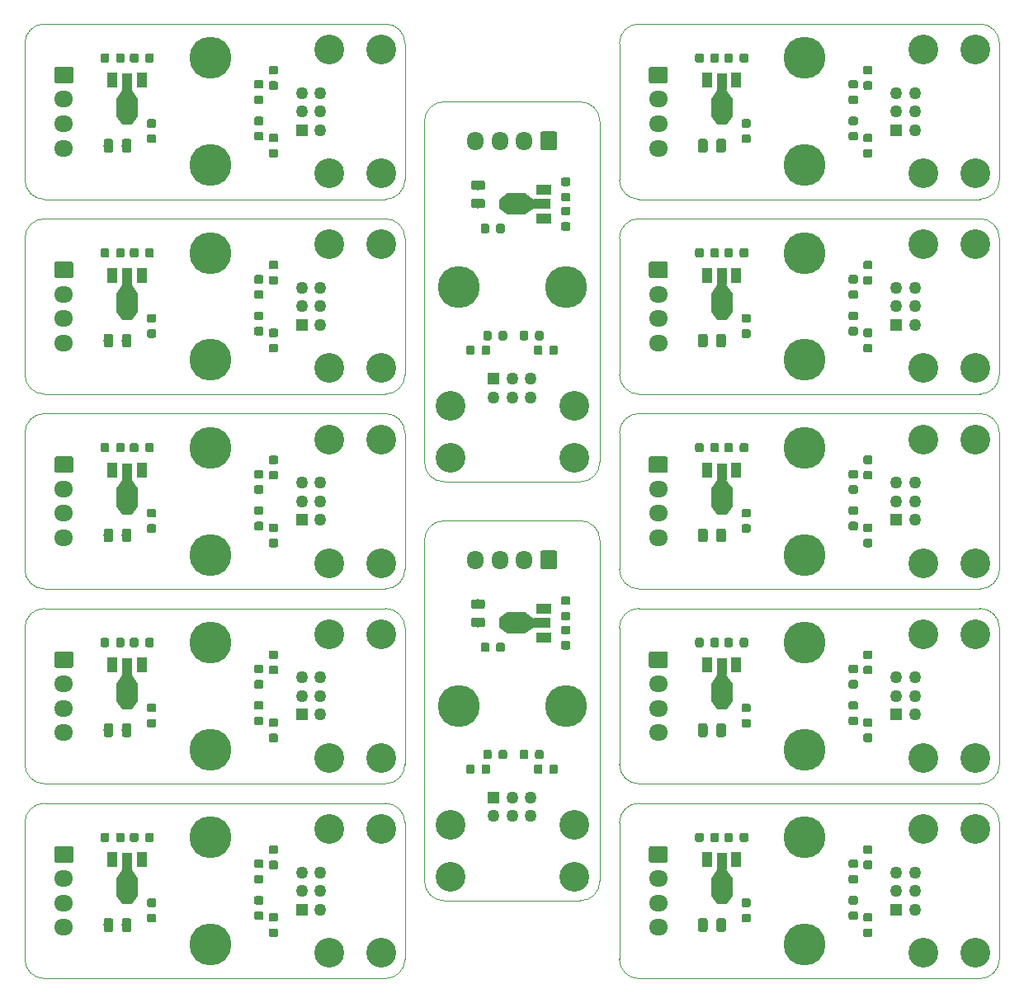
<source format=gts>
%MOIN*%
%OFA0B0*%
%FSLAX46Y46*%
%IPPOS*%
%LPD*%
%ADD10C,0.0039370078740157488*%
%ADD11C,0.034448818897637797*%
%ADD12C,0.066929133858267723*%
%ADD13O,0.076771653543307089X0.066929133858267723*%
%ADD14C,0.038385826771653545*%
%ADD15C,0.033464566929133861*%
%ADD16R,0.03937007874015748X0.059055118110236227*%
%ADD17R,0.03937007874015748X0.070866141732283464*%
%ADD18R,0.086614173228346469X0.072440944881889777*%
%ADD19C,0.03937007874015748*%
%ADD20C,0.16929133858267717*%
%ADD21R,0.05X0.05*%
%ADD22C,0.05*%
%ADD23C,0.12000000000000001*%
%ADD34C,0.0039370078740157488*%
%ADD35C,0.034448818897637797*%
%ADD36C,0.066929133858267723*%
%ADD37O,0.076771653543307089X0.066929133858267723*%
%ADD38C,0.038385826771653545*%
%ADD39C,0.033464566929133861*%
%ADD40R,0.03937007874015748X0.059055118110236227*%
%ADD41R,0.03937007874015748X0.070866141732283464*%
%ADD42R,0.086614173228346469X0.072440944881889777*%
%ADD43C,0.03937007874015748*%
%ADD44C,0.16929133858267717*%
%ADD45R,0.05X0.05*%
%ADD46C,0.05*%
%ADD47C,0.12000000000000001*%
%ADD48C,0.0039370078740157488*%
%ADD49C,0.034448818897637797*%
%ADD50C,0.066929133858267723*%
%ADD51O,0.076771653543307089X0.066929133858267723*%
%ADD52C,0.038385826771653545*%
%ADD53C,0.033464566929133861*%
%ADD54R,0.03937007874015748X0.059055118110236227*%
%ADD55R,0.03937007874015748X0.070866141732283464*%
%ADD56R,0.086614173228346469X0.072440944881889777*%
%ADD57C,0.03937007874015748*%
%ADD58C,0.16929133858267717*%
%ADD59R,0.05X0.05*%
%ADD60C,0.05*%
%ADD61C,0.12000000000000001*%
%ADD62C,0.0039370078740157488*%
%ADD63C,0.034448818897637797*%
%ADD64C,0.066929133858267723*%
%ADD65O,0.076771653543307089X0.066929133858267723*%
%ADD66C,0.038385826771653545*%
%ADD67C,0.033464566929133861*%
%ADD68R,0.03937007874015748X0.059055118110236227*%
%ADD69R,0.03937007874015748X0.070866141732283464*%
%ADD70R,0.086614173228346469X0.072440944881889777*%
%ADD71C,0.03937007874015748*%
%ADD72C,0.16929133858267717*%
%ADD73R,0.05X0.05*%
%ADD74C,0.05*%
%ADD75C,0.12000000000000001*%
%ADD76C,0.0039370078740157488*%
%ADD77C,0.034448818897637797*%
%ADD78C,0.066929133858267723*%
%ADD79O,0.076771653543307089X0.066929133858267723*%
%ADD80C,0.038385826771653545*%
%ADD81C,0.033464566929133861*%
%ADD82R,0.03937007874015748X0.059055118110236227*%
%ADD83R,0.03937007874015748X0.070866141732283464*%
%ADD84R,0.086614173228346469X0.072440944881889777*%
%ADD85C,0.03937007874015748*%
%ADD86C,0.16929133858267717*%
%ADD87R,0.05X0.05*%
%ADD88C,0.05*%
%ADD89C,0.12000000000000001*%
%ADD90C,0.0039370078740157488*%
%ADD91C,0.034448818897637797*%
%ADD92C,0.066929133858267723*%
%ADD93O,0.076771653543307089X0.066929133858267723*%
%ADD94C,0.038385826771653545*%
%ADD95C,0.033464566929133861*%
%ADD96R,0.03937007874015748X0.059055118110236227*%
%ADD97R,0.03937007874015748X0.070866141732283464*%
%ADD98R,0.086614173228346469X0.072440944881889777*%
%ADD99C,0.03937007874015748*%
%ADD100C,0.16929133858267717*%
%ADD101R,0.05X0.05*%
%ADD102C,0.05*%
%ADD103C,0.12000000000000001*%
%ADD104C,0.0039370078740157488*%
%ADD105C,0.034448818897637797*%
%ADD106C,0.066929133858267723*%
%ADD107O,0.076771653543307089X0.066929133858267723*%
%ADD108C,0.038385826771653545*%
%ADD109C,0.033464566929133861*%
%ADD110R,0.03937007874015748X0.059055118110236227*%
%ADD111R,0.03937007874015748X0.070866141732283464*%
%ADD112R,0.086614173228346469X0.072440944881889777*%
%ADD113C,0.03937007874015748*%
%ADD114C,0.16929133858267717*%
%ADD115R,0.05X0.05*%
%ADD116C,0.05*%
%ADD117C,0.12000000000000001*%
%ADD118C,0.0039370078740157488*%
%ADD119C,0.034448818897637797*%
%ADD120C,0.066929133858267723*%
%ADD121O,0.076771653543307089X0.066929133858267723*%
%ADD122C,0.038385826771653545*%
%ADD123C,0.033464566929133861*%
%ADD124R,0.03937007874015748X0.059055118110236227*%
%ADD125R,0.03937007874015748X0.070866141732283464*%
%ADD126R,0.086614173228346469X0.072440944881889777*%
%ADD127C,0.03937007874015748*%
%ADD128C,0.16929133858267717*%
%ADD129R,0.05X0.05*%
%ADD130C,0.05*%
%ADD131C,0.12000000000000001*%
%ADD132C,0.0039370078740157488*%
%ADD133C,0.034448818897637797*%
%ADD134C,0.066929133858267723*%
%ADD135O,0.076771653543307089X0.066929133858267723*%
%ADD136C,0.038385826771653545*%
%ADD137C,0.033464566929133861*%
%ADD138R,0.03937007874015748X0.059055118110236227*%
%ADD139R,0.03937007874015748X0.070866141732283464*%
%ADD140R,0.086614173228346469X0.072440944881889777*%
%ADD141C,0.03937007874015748*%
%ADD142C,0.16929133858267717*%
%ADD143R,0.05X0.05*%
%ADD144C,0.05*%
%ADD145C,0.12000000000000001*%
%ADD146C,0.0039370078740157488*%
%ADD147C,0.034448818897637797*%
%ADD148C,0.066929133858267723*%
%ADD149O,0.076771653543307089X0.066929133858267723*%
%ADD150C,0.038385826771653545*%
%ADD151C,0.033464566929133861*%
%ADD152R,0.03937007874015748X0.059055118110236227*%
%ADD153R,0.03937007874015748X0.070866141732283464*%
%ADD154R,0.086614173228346469X0.072440944881889777*%
%ADD155C,0.03937007874015748*%
%ADD156C,0.16929133858267717*%
%ADD157R,0.05X0.05*%
%ADD158C,0.05*%
%ADD159C,0.12000000000000001*%
%ADD160C,0.0039370078740157488*%
%ADD161C,0.034448818897637797*%
%ADD162C,0.066929133858267723*%
%ADD163O,0.066929133858267723X0.076771653543307089*%
%ADD164C,0.038385826771653545*%
%ADD165C,0.033464566929133861*%
%ADD166R,0.059055118110236227X0.03937007874015748*%
%ADD167R,0.070866141732283464X0.03937007874015748*%
%ADD168R,0.072440944881889777X0.086614173228346469*%
%ADD169C,0.03937007874015748*%
%ADD170C,0.16929133858267717*%
%ADD171R,0.05X0.05*%
%ADD172C,0.05*%
%ADD173C,0.12000000000000001*%
%ADD174C,0.0039370078740157488*%
%ADD175C,0.034448818897637797*%
%ADD176C,0.066929133858267723*%
%ADD177O,0.066929133858267723X0.076771653543307089*%
%ADD178C,0.038385826771653545*%
%ADD179C,0.033464566929133861*%
%ADD180R,0.059055118110236227X0.03937007874015748*%
%ADD181R,0.070866141732283464X0.03937007874015748*%
%ADD182R,0.072440944881889777X0.086614173228346469*%
%ADD183C,0.03937007874015748*%
%ADD184C,0.16929133858267717*%
%ADD185R,0.05X0.05*%
%ADD186C,0.05*%
%ADD187C,0.12000000000000001*%
G01*
D10*
X0001456692Y0000708661D02*
G75*
G02X0001535433Y0000629921J-0000078740D01*
G01*
X0001535433Y0000078740D02*
G75*
G02X0001456692Y0000000000I-0000078740D01*
G01*
X0000078740Y0000000000D02*
G75*
G02X0000000000Y0000078740J0000078740D01*
G01*
X0000000000Y0000629921D02*
G75*
G02X0000078740Y0000708661I0000078740D01*
G01*
X0001535433Y0000078740D02*
X0001535433Y0000629921D01*
X0000078740Y0000000000D02*
X0001456692Y0000000000D01*
X0000000000Y0000629921D02*
X0000000000Y0000078740D01*
X0001456692Y0000708661D02*
X0000078740Y0000708661D01*
G36*
X0001014869Y0000264722D02*
X0001015705Y0000264598D01*
X0001016525Y0000264392D01*
X0001017321Y0000264108D01*
X0001018085Y0000263746D01*
X0001018810Y0000263312D01*
X0001019489Y0000262808D01*
X0001020115Y0000262241D01*
X0001020682Y0000261615D01*
X0001021186Y0000260936D01*
X0001021620Y0000260211D01*
X0001021982Y0000259447D01*
X0001022266Y0000258651D01*
X0001022472Y0000257831D01*
X0001022596Y0000256995D01*
X0001022637Y0000256151D01*
X0001022637Y0000238927D01*
X0001022596Y0000238082D01*
X0001022472Y0000237246D01*
X0001022266Y0000236427D01*
X0001021982Y0000235631D01*
X0001021620Y0000234867D01*
X0001021186Y0000234142D01*
X0001020682Y0000233463D01*
X0001020115Y0000232837D01*
X0001019489Y0000232269D01*
X0001018810Y0000231766D01*
X0001018085Y0000231331D01*
X0001017321Y0000230970D01*
X0001016525Y0000230685D01*
X0001015705Y0000230480D01*
X0001014869Y0000230356D01*
X0001014025Y0000230314D01*
X0000993848Y0000230314D01*
X0000993004Y0000230356D01*
X0000992168Y0000230480D01*
X0000991348Y0000230685D01*
X0000990552Y0000230970D01*
X0000989788Y0000231331D01*
X0000989063Y0000231766D01*
X0000988384Y0000232269D01*
X0000987758Y0000232837D01*
X0000987191Y0000233463D01*
X0000986687Y0000234142D01*
X0000986253Y0000234867D01*
X0000985891Y0000235631D01*
X0000985607Y0000236427D01*
X0000985401Y0000237246D01*
X0000985277Y0000238082D01*
X0000985236Y0000238927D01*
X0000985236Y0000256151D01*
X0000985277Y0000256995D01*
X0000985401Y0000257831D01*
X0000985607Y0000258651D01*
X0000985891Y0000259447D01*
X0000986253Y0000260211D01*
X0000986687Y0000260936D01*
X0000987191Y0000261615D01*
X0000987758Y0000262241D01*
X0000988384Y0000262808D01*
X0000989063Y0000263312D01*
X0000989788Y0000263746D01*
X0000990552Y0000264108D01*
X0000991348Y0000264392D01*
X0000992168Y0000264598D01*
X0000993004Y0000264722D01*
X0000993848Y0000264763D01*
X0001014025Y0000264763D01*
X0001014869Y0000264722D01*
X0001014869Y0000264722D01*
G37*
D11*
X0001003937Y0000247539D03*
D10*
G36*
X0001014869Y0000202714D02*
X0001015705Y0000202590D01*
X0001016525Y0000202385D01*
X0001017321Y0000202100D01*
X0001018085Y0000201738D01*
X0001018810Y0000201304D01*
X0001019489Y0000200800D01*
X0001020115Y0000200233D01*
X0001020682Y0000199607D01*
X0001021186Y0000198928D01*
X0001021620Y0000198203D01*
X0001021982Y0000197439D01*
X0001022266Y0000196643D01*
X0001022472Y0000195823D01*
X0001022596Y0000194987D01*
X0001022637Y0000194143D01*
X0001022637Y0000176919D01*
X0001022596Y0000176075D01*
X0001022472Y0000175239D01*
X0001022266Y0000174419D01*
X0001021982Y0000173623D01*
X0001021620Y0000172859D01*
X0001021186Y0000172134D01*
X0001020682Y0000171455D01*
X0001020115Y0000170829D01*
X0001019489Y0000170261D01*
X0001018810Y0000169758D01*
X0001018085Y0000169323D01*
X0001017321Y0000168962D01*
X0001016525Y0000168677D01*
X0001015705Y0000168472D01*
X0001014869Y0000168348D01*
X0001014025Y0000168307D01*
X0000993848Y0000168307D01*
X0000993004Y0000168348D01*
X0000992168Y0000168472D01*
X0000991348Y0000168677D01*
X0000990552Y0000168962D01*
X0000989788Y0000169323D01*
X0000989063Y0000169758D01*
X0000988384Y0000170261D01*
X0000987758Y0000170829D01*
X0000987191Y0000171455D01*
X0000986687Y0000172134D01*
X0000986253Y0000172859D01*
X0000985891Y0000173623D01*
X0000985607Y0000174419D01*
X0000985401Y0000175239D01*
X0000985277Y0000176075D01*
X0000985236Y0000176919D01*
X0000985236Y0000194143D01*
X0000985277Y0000194987D01*
X0000985401Y0000195823D01*
X0000985607Y0000196643D01*
X0000985891Y0000197439D01*
X0000986253Y0000198203D01*
X0000986687Y0000198928D01*
X0000987191Y0000199607D01*
X0000987758Y0000200233D01*
X0000988384Y0000200800D01*
X0000989063Y0000201304D01*
X0000989788Y0000201738D01*
X0000990552Y0000202100D01*
X0000991348Y0000202385D01*
X0000992168Y0000202590D01*
X0000993004Y0000202714D01*
X0000993848Y0000202755D01*
X0001014025Y0000202755D01*
X0001014869Y0000202714D01*
X0001014869Y0000202714D01*
G37*
D11*
X0001003937Y0000185531D03*
D10*
G36*
X0001014869Y0000476828D02*
X0001015705Y0000476704D01*
X0001016525Y0000476499D01*
X0001017321Y0000476214D01*
X0001018085Y0000475853D01*
X0001018810Y0000475418D01*
X0001019489Y0000474915D01*
X0001020115Y0000474347D01*
X0001020682Y0000473721D01*
X0001021186Y0000473042D01*
X0001021620Y0000472317D01*
X0001021982Y0000471553D01*
X0001022266Y0000470757D01*
X0001022472Y0000469937D01*
X0001022596Y0000469101D01*
X0001022637Y0000468257D01*
X0001022637Y0000451033D01*
X0001022596Y0000450189D01*
X0001022472Y0000449353D01*
X0001022266Y0000448533D01*
X0001021982Y0000447737D01*
X0001021620Y0000446973D01*
X0001021186Y0000446248D01*
X0001020682Y0000445569D01*
X0001020115Y0000444943D01*
X0001019489Y0000444376D01*
X0001018810Y0000443872D01*
X0001018085Y0000443438D01*
X0001017321Y0000443076D01*
X0001016525Y0000442792D01*
X0001015705Y0000442586D01*
X0001014869Y0000442462D01*
X0001014025Y0000442421D01*
X0000993848Y0000442421D01*
X0000993004Y0000442462D01*
X0000992168Y0000442586D01*
X0000991348Y0000442792D01*
X0000990552Y0000443076D01*
X0000989788Y0000443438D01*
X0000989063Y0000443872D01*
X0000988384Y0000444376D01*
X0000987758Y0000444943D01*
X0000987191Y0000445569D01*
X0000986687Y0000446248D01*
X0000986253Y0000446973D01*
X0000985891Y0000447737D01*
X0000985607Y0000448533D01*
X0000985401Y0000449353D01*
X0000985277Y0000450189D01*
X0000985236Y0000451033D01*
X0000985236Y0000468257D01*
X0000985277Y0000469101D01*
X0000985401Y0000469937D01*
X0000985607Y0000470757D01*
X0000985891Y0000471553D01*
X0000986253Y0000472317D01*
X0000986687Y0000473042D01*
X0000987191Y0000473721D01*
X0000987758Y0000474347D01*
X0000988384Y0000474915D01*
X0000989063Y0000475418D01*
X0000989788Y0000475853D01*
X0000990552Y0000476214D01*
X0000991348Y0000476499D01*
X0000992168Y0000476704D01*
X0000993004Y0000476828D01*
X0000993848Y0000476870D01*
X0001014025Y0000476870D01*
X0001014869Y0000476828D01*
X0001014869Y0000476828D01*
G37*
D11*
X0001003937Y0000459645D03*
D10*
G36*
X0001014869Y0000538836D02*
X0001015705Y0000538712D01*
X0001016525Y0000538507D01*
X0001017321Y0000538222D01*
X0001018085Y0000537860D01*
X0001018810Y0000537426D01*
X0001019489Y0000536922D01*
X0001020115Y0000536355D01*
X0001020682Y0000535729D01*
X0001021186Y0000535050D01*
X0001021620Y0000534325D01*
X0001021982Y0000533561D01*
X0001022266Y0000532765D01*
X0001022472Y0000531945D01*
X0001022596Y0000531109D01*
X0001022637Y0000530265D01*
X0001022637Y0000513041D01*
X0001022596Y0000512197D01*
X0001022472Y0000511361D01*
X0001022266Y0000510541D01*
X0001021982Y0000509745D01*
X0001021620Y0000508981D01*
X0001021186Y0000508256D01*
X0001020682Y0000507577D01*
X0001020115Y0000506951D01*
X0001019489Y0000506383D01*
X0001018810Y0000505880D01*
X0001018085Y0000505446D01*
X0001017321Y0000505084D01*
X0001016525Y0000504799D01*
X0001015705Y0000504594D01*
X0001014869Y0000504470D01*
X0001014025Y0000504429D01*
X0000993848Y0000504429D01*
X0000993004Y0000504470D01*
X0000992168Y0000504594D01*
X0000991348Y0000504799D01*
X0000990552Y0000505084D01*
X0000989788Y0000505446D01*
X0000989063Y0000505880D01*
X0000988384Y0000506383D01*
X0000987758Y0000506951D01*
X0000987191Y0000507577D01*
X0000986687Y0000508256D01*
X0000986253Y0000508981D01*
X0000985891Y0000509745D01*
X0000985607Y0000510541D01*
X0000985401Y0000511361D01*
X0000985277Y0000512197D01*
X0000985236Y0000513041D01*
X0000985236Y0000530265D01*
X0000985277Y0000531109D01*
X0000985401Y0000531945D01*
X0000985607Y0000532765D01*
X0000985891Y0000533561D01*
X0000986253Y0000534325D01*
X0000986687Y0000535050D01*
X0000987191Y0000535729D01*
X0000987758Y0000536355D01*
X0000988384Y0000536922D01*
X0000989063Y0000537426D01*
X0000989788Y0000537860D01*
X0000990552Y0000538222D01*
X0000991348Y0000538507D01*
X0000992168Y0000538712D01*
X0000993004Y0000538836D01*
X0000993848Y0000538877D01*
X0001014025Y0000538877D01*
X0001014869Y0000538836D01*
X0001014869Y0000538836D01*
G37*
D11*
X0001003937Y0000521653D03*
D10*
G36*
X0000186988Y0000535385D02*
X0000187943Y0000535243D01*
X0000188880Y0000535009D01*
X0000189790Y0000534683D01*
X0000190663Y0000534270D01*
X0000191491Y0000533774D01*
X0000192267Y0000533198D01*
X0000192983Y0000532550D01*
X0000193632Y0000531834D01*
X0000194207Y0000531058D01*
X0000194703Y0000530230D01*
X0000195116Y0000529357D01*
X0000195442Y0000528447D01*
X0000195677Y0000527510D01*
X0000195818Y0000526555D01*
X0000195866Y0000525590D01*
X0000195866Y0000478346D01*
X0000195818Y0000477381D01*
X0000195677Y0000476426D01*
X0000195442Y0000475489D01*
X0000195116Y0000474579D01*
X0000194703Y0000473706D01*
X0000194207Y0000472878D01*
X0000193632Y0000472102D01*
X0000192983Y0000471386D01*
X0000192267Y0000470738D01*
X0000191491Y0000470162D01*
X0000190663Y0000469666D01*
X0000189790Y0000469253D01*
X0000188880Y0000468927D01*
X0000187943Y0000468693D01*
X0000186988Y0000468551D01*
X0000186023Y0000468503D01*
X0000128937Y0000468503D01*
X0000127972Y0000468551D01*
X0000127016Y0000468693D01*
X0000126079Y0000468927D01*
X0000125170Y0000469253D01*
X0000124297Y0000469666D01*
X0000123468Y0000470162D01*
X0000122692Y0000470738D01*
X0000121977Y0000471386D01*
X0000121328Y0000472102D01*
X0000120753Y0000472878D01*
X0000120256Y0000473706D01*
X0000119843Y0000474579D01*
X0000119518Y0000475489D01*
X0000119283Y0000476426D01*
X0000119141Y0000477381D01*
X0000119094Y0000478346D01*
X0000119094Y0000525590D01*
X0000119141Y0000526555D01*
X0000119283Y0000527510D01*
X0000119518Y0000528447D01*
X0000119843Y0000529357D01*
X0000120256Y0000530230D01*
X0000120753Y0000531058D01*
X0000121328Y0000531834D01*
X0000121977Y0000532550D01*
X0000122692Y0000533198D01*
X0000123468Y0000533774D01*
X0000124297Y0000534270D01*
X0000125170Y0000534683D01*
X0000126079Y0000535009D01*
X0000127016Y0000535243D01*
X0000127972Y0000535385D01*
X0000128937Y0000535433D01*
X0000186023Y0000535433D01*
X0000186988Y0000535385D01*
X0000186988Y0000535385D01*
G37*
D12*
X0000157480Y0000501968D03*
D13*
X0000157480Y0000403543D03*
X0000157480Y0000305118D03*
X0000157480Y0000206692D03*
D10*
G36*
X0000347643Y0000244048D02*
X0000348574Y0000243910D01*
X0000349488Y0000243681D01*
X0000350375Y0000243363D01*
X0000351226Y0000242961D01*
X0000352034Y0000242477D01*
X0000352790Y0000241916D01*
X0000353488Y0000241283D01*
X0000354120Y0000240585D01*
X0000354681Y0000239829D01*
X0000355166Y0000239021D01*
X0000355568Y0000238170D01*
X0000355885Y0000237283D01*
X0000356114Y0000236370D01*
X0000356252Y0000235438D01*
X0000356299Y0000234497D01*
X0000356299Y0000198572D01*
X0000356252Y0000197632D01*
X0000356114Y0000196700D01*
X0000355885Y0000195787D01*
X0000355568Y0000194900D01*
X0000355166Y0000194049D01*
X0000354681Y0000193241D01*
X0000354120Y0000192484D01*
X0000353488Y0000191787D01*
X0000352790Y0000191154D01*
X0000352034Y0000190593D01*
X0000351226Y0000190109D01*
X0000350375Y0000189706D01*
X0000349488Y0000189389D01*
X0000348574Y0000189160D01*
X0000347643Y0000189022D01*
X0000346702Y0000188976D01*
X0000327509Y0000188976D01*
X0000326569Y0000189022D01*
X0000325637Y0000189160D01*
X0000324724Y0000189389D01*
X0000323837Y0000189706D01*
X0000322986Y0000190109D01*
X0000322178Y0000190593D01*
X0000321421Y0000191154D01*
X0000320724Y0000191787D01*
X0000320091Y0000192484D01*
X0000319530Y0000193241D01*
X0000319046Y0000194049D01*
X0000318643Y0000194900D01*
X0000318326Y0000195787D01*
X0000318097Y0000196700D01*
X0000317959Y0000197632D01*
X0000317913Y0000198572D01*
X0000317913Y0000234497D01*
X0000317959Y0000235438D01*
X0000318097Y0000236370D01*
X0000318326Y0000237283D01*
X0000318643Y0000238170D01*
X0000319046Y0000239021D01*
X0000319530Y0000239829D01*
X0000320091Y0000240585D01*
X0000320724Y0000241283D01*
X0000321421Y0000241916D01*
X0000322178Y0000242477D01*
X0000322986Y0000242961D01*
X0000323837Y0000243363D01*
X0000324724Y0000243681D01*
X0000325637Y0000243910D01*
X0000326569Y0000244048D01*
X0000327509Y0000244094D01*
X0000346702Y0000244094D01*
X0000347643Y0000244048D01*
X0000347643Y0000244048D01*
G37*
D14*
X0000337106Y0000216535D03*
D10*
G36*
X0000421462Y0000244048D02*
X0000422393Y0000243910D01*
X0000423307Y0000243681D01*
X0000424194Y0000243363D01*
X0000425045Y0000242961D01*
X0000425853Y0000242477D01*
X0000426609Y0000241916D01*
X0000427307Y0000241283D01*
X0000427939Y0000240585D01*
X0000428500Y0000239829D01*
X0000428984Y0000239021D01*
X0000429387Y0000238170D01*
X0000429704Y0000237283D01*
X0000429933Y0000236370D01*
X0000430071Y0000235438D01*
X0000430118Y0000234497D01*
X0000430118Y0000198572D01*
X0000430071Y0000197632D01*
X0000429933Y0000196700D01*
X0000429704Y0000195787D01*
X0000429387Y0000194900D01*
X0000428984Y0000194049D01*
X0000428500Y0000193241D01*
X0000427939Y0000192484D01*
X0000427307Y0000191787D01*
X0000426609Y0000191154D01*
X0000425853Y0000190593D01*
X0000425045Y0000190109D01*
X0000424194Y0000189706D01*
X0000423307Y0000189389D01*
X0000422393Y0000189160D01*
X0000421462Y0000189022D01*
X0000420521Y0000188976D01*
X0000401328Y0000188976D01*
X0000400388Y0000189022D01*
X0000399456Y0000189160D01*
X0000398542Y0000189389D01*
X0000397656Y0000189706D01*
X0000396804Y0000190109D01*
X0000395997Y0000190593D01*
X0000395240Y0000191154D01*
X0000394543Y0000191787D01*
X0000393910Y0000192484D01*
X0000393349Y0000193241D01*
X0000392865Y0000194049D01*
X0000392462Y0000194900D01*
X0000392145Y0000195787D01*
X0000391916Y0000196700D01*
X0000391778Y0000197632D01*
X0000391732Y0000198572D01*
X0000391732Y0000234497D01*
X0000391778Y0000235438D01*
X0000391916Y0000236370D01*
X0000392145Y0000237283D01*
X0000392462Y0000238170D01*
X0000392865Y0000239021D01*
X0000393349Y0000239829D01*
X0000393910Y0000240585D01*
X0000394543Y0000241283D01*
X0000395240Y0000241916D01*
X0000395997Y0000242477D01*
X0000396804Y0000242961D01*
X0000397656Y0000243363D01*
X0000398542Y0000243681D01*
X0000399456Y0000243910D01*
X0000400388Y0000244048D01*
X0000401328Y0000244094D01*
X0000420521Y0000244094D01*
X0000421462Y0000244048D01*
X0000421462Y0000244048D01*
G37*
D14*
X0000410925Y0000216535D03*
D10*
G36*
X0000955814Y0000481257D02*
X0000956650Y0000481133D01*
X0000957470Y0000480928D01*
X0000958266Y0000480643D01*
X0000959030Y0000480282D01*
X0000959755Y0000479847D01*
X0000960434Y0000479344D01*
X0000961060Y0000478776D01*
X0000961627Y0000478150D01*
X0000962131Y0000477471D01*
X0000962565Y0000476746D01*
X0000962927Y0000475982D01*
X0000963211Y0000475187D01*
X0000963417Y0000474367D01*
X0000963541Y0000473531D01*
X0000963582Y0000472686D01*
X0000963582Y0000455462D01*
X0000963541Y0000454618D01*
X0000963417Y0000453782D01*
X0000963211Y0000452962D01*
X0000962927Y0000452166D01*
X0000962565Y0000451402D01*
X0000962131Y0000450677D01*
X0000961627Y0000449999D01*
X0000961060Y0000449372D01*
X0000960434Y0000448805D01*
X0000959755Y0000448301D01*
X0000959030Y0000447867D01*
X0000958266Y0000447505D01*
X0000957470Y0000447221D01*
X0000956650Y0000447015D01*
X0000955814Y0000446891D01*
X0000954970Y0000446850D01*
X0000934793Y0000446850D01*
X0000933949Y0000446891D01*
X0000933113Y0000447015D01*
X0000932293Y0000447221D01*
X0000931497Y0000447505D01*
X0000930733Y0000447867D01*
X0000930008Y0000448301D01*
X0000929329Y0000448805D01*
X0000928703Y0000449372D01*
X0000928135Y0000449999D01*
X0000927632Y0000450677D01*
X0000927198Y0000451402D01*
X0000926836Y0000452166D01*
X0000926551Y0000452962D01*
X0000926346Y0000453782D01*
X0000926222Y0000454618D01*
X0000926181Y0000455462D01*
X0000926181Y0000472686D01*
X0000926222Y0000473531D01*
X0000926346Y0000474367D01*
X0000926551Y0000475187D01*
X0000926836Y0000475982D01*
X0000927198Y0000476746D01*
X0000927632Y0000477471D01*
X0000928135Y0000478150D01*
X0000928703Y0000478776D01*
X0000929329Y0000479344D01*
X0000930008Y0000479847D01*
X0000930733Y0000480282D01*
X0000931497Y0000480643D01*
X0000932293Y0000480928D01*
X0000933113Y0000481133D01*
X0000933949Y0000481257D01*
X0000934793Y0000481299D01*
X0000954970Y0000481299D01*
X0000955814Y0000481257D01*
X0000955814Y0000481257D01*
G37*
D11*
X0000944881Y0000464074D03*
D10*
G36*
X0000955814Y0000419249D02*
X0000956650Y0000419125D01*
X0000957470Y0000418920D01*
X0000958266Y0000418635D01*
X0000959030Y0000418274D01*
X0000959755Y0000417839D01*
X0000960434Y0000417336D01*
X0000961060Y0000416768D01*
X0000961627Y0000416142D01*
X0000962131Y0000415463D01*
X0000962565Y0000414738D01*
X0000962927Y0000413974D01*
X0000963211Y0000413179D01*
X0000963417Y0000412359D01*
X0000963541Y0000411523D01*
X0000963582Y0000410679D01*
X0000963582Y0000393454D01*
X0000963541Y0000392610D01*
X0000963417Y0000391774D01*
X0000963211Y0000390954D01*
X0000962927Y0000390158D01*
X0000962565Y0000389394D01*
X0000962131Y0000388670D01*
X0000961627Y0000387991D01*
X0000961060Y0000387364D01*
X0000960434Y0000386797D01*
X0000959755Y0000386293D01*
X0000959030Y0000385859D01*
X0000958266Y0000385498D01*
X0000957470Y0000385213D01*
X0000956650Y0000385007D01*
X0000955814Y0000384883D01*
X0000954970Y0000384842D01*
X0000934793Y0000384842D01*
X0000933949Y0000384883D01*
X0000933113Y0000385007D01*
X0000932293Y0000385213D01*
X0000931497Y0000385498D01*
X0000930733Y0000385859D01*
X0000930008Y0000386293D01*
X0000929329Y0000386797D01*
X0000928703Y0000387364D01*
X0000928135Y0000387991D01*
X0000927632Y0000388670D01*
X0000927198Y0000389394D01*
X0000926836Y0000390158D01*
X0000926551Y0000390954D01*
X0000926346Y0000391774D01*
X0000926222Y0000392610D01*
X0000926181Y0000393454D01*
X0000926181Y0000410679D01*
X0000926222Y0000411523D01*
X0000926346Y0000412359D01*
X0000926551Y0000413179D01*
X0000926836Y0000413974D01*
X0000927198Y0000414738D01*
X0000927632Y0000415463D01*
X0000928135Y0000416142D01*
X0000928703Y0000416768D01*
X0000929329Y0000417336D01*
X0000930008Y0000417839D01*
X0000930733Y0000418274D01*
X0000931497Y0000418635D01*
X0000932293Y0000418920D01*
X0000933113Y0000419125D01*
X0000933949Y0000419249D01*
X0000934793Y0000419291D01*
X0000954970Y0000419291D01*
X0000955814Y0000419249D01*
X0000955814Y0000419249D01*
G37*
D11*
X0000944881Y0000402066D03*
D10*
G36*
X0000522743Y0000261769D02*
X0000523579Y0000261645D01*
X0000524399Y0000261440D01*
X0000525195Y0000261155D01*
X0000525959Y0000260794D01*
X0000526684Y0000260359D01*
X0000527363Y0000259856D01*
X0000527989Y0000259288D01*
X0000528556Y0000258662D01*
X0000529060Y0000257983D01*
X0000529494Y0000257258D01*
X0000529856Y0000256494D01*
X0000530140Y0000255698D01*
X0000530346Y0000254878D01*
X0000530470Y0000254042D01*
X0000530511Y0000253198D01*
X0000530511Y0000235974D01*
X0000530470Y0000235130D01*
X0000530346Y0000234294D01*
X0000530140Y0000233474D01*
X0000529856Y0000232678D01*
X0000529494Y0000231914D01*
X0000529060Y0000231189D01*
X0000528556Y0000230510D01*
X0000527989Y0000229884D01*
X0000527363Y0000229317D01*
X0000526684Y0000228813D01*
X0000525959Y0000228379D01*
X0000525195Y0000228017D01*
X0000524399Y0000227733D01*
X0000523579Y0000227527D01*
X0000522743Y0000227403D01*
X0000521899Y0000227362D01*
X0000501722Y0000227362D01*
X0000500878Y0000227403D01*
X0000500042Y0000227527D01*
X0000499222Y0000227733D01*
X0000498426Y0000228017D01*
X0000497662Y0000228379D01*
X0000496937Y0000228813D01*
X0000496258Y0000229317D01*
X0000495632Y0000229884D01*
X0000495065Y0000230510D01*
X0000494561Y0000231189D01*
X0000494127Y0000231914D01*
X0000493765Y0000232678D01*
X0000493481Y0000233474D01*
X0000493275Y0000234294D01*
X0000493151Y0000235130D01*
X0000493110Y0000235974D01*
X0000493110Y0000253198D01*
X0000493151Y0000254042D01*
X0000493275Y0000254878D01*
X0000493481Y0000255698D01*
X0000493765Y0000256494D01*
X0000494127Y0000257258D01*
X0000494561Y0000257983D01*
X0000495065Y0000258662D01*
X0000495632Y0000259288D01*
X0000496258Y0000259856D01*
X0000496937Y0000260359D01*
X0000497662Y0000260794D01*
X0000498426Y0000261155D01*
X0000499222Y0000261440D01*
X0000500042Y0000261645D01*
X0000500878Y0000261769D01*
X0000501722Y0000261811D01*
X0000521899Y0000261811D01*
X0000522743Y0000261769D01*
X0000522743Y0000261769D01*
G37*
D11*
X0000511811Y0000244586D03*
D10*
G36*
X0000522743Y0000323777D02*
X0000523579Y0000323653D01*
X0000524399Y0000323448D01*
X0000525195Y0000323163D01*
X0000525959Y0000322801D01*
X0000526684Y0000322367D01*
X0000527363Y0000321864D01*
X0000527989Y0000321296D01*
X0000528556Y0000320670D01*
X0000529060Y0000319991D01*
X0000529494Y0000319266D01*
X0000529856Y0000318502D01*
X0000530140Y0000317706D01*
X0000530346Y0000316886D01*
X0000530470Y0000316050D01*
X0000530511Y0000315206D01*
X0000530511Y0000297982D01*
X0000530470Y0000297138D01*
X0000530346Y0000296302D01*
X0000530140Y0000295482D01*
X0000529856Y0000294686D01*
X0000529494Y0000293922D01*
X0000529060Y0000293197D01*
X0000528556Y0000292518D01*
X0000527989Y0000291892D01*
X0000527363Y0000291324D01*
X0000526684Y0000290821D01*
X0000525959Y0000290386D01*
X0000525195Y0000290025D01*
X0000524399Y0000289740D01*
X0000523579Y0000289535D01*
X0000522743Y0000289411D01*
X0000521899Y0000289370D01*
X0000501722Y0000289370D01*
X0000500878Y0000289411D01*
X0000500042Y0000289535D01*
X0000499222Y0000289740D01*
X0000498426Y0000290025D01*
X0000497662Y0000290386D01*
X0000496937Y0000290821D01*
X0000496258Y0000291324D01*
X0000495632Y0000291892D01*
X0000495065Y0000292518D01*
X0000494561Y0000293197D01*
X0000494127Y0000293922D01*
X0000493765Y0000294686D01*
X0000493481Y0000295482D01*
X0000493275Y0000296302D01*
X0000493151Y0000297138D01*
X0000493110Y0000297982D01*
X0000493110Y0000315206D01*
X0000493151Y0000316050D01*
X0000493275Y0000316886D01*
X0000493481Y0000317706D01*
X0000493765Y0000318502D01*
X0000494127Y0000319266D01*
X0000494561Y0000319991D01*
X0000495065Y0000320670D01*
X0000495632Y0000321296D01*
X0000496258Y0000321864D01*
X0000496937Y0000322367D01*
X0000497662Y0000322801D01*
X0000498426Y0000323163D01*
X0000499222Y0000323448D01*
X0000500042Y0000323653D01*
X0000500878Y0000323777D01*
X0000501722Y0000323818D01*
X0000521899Y0000323818D01*
X0000522743Y0000323777D01*
X0000522743Y0000323777D01*
G37*
D11*
X0000511811Y0000306594D03*
D15*
X0000413385Y0000317196D03*
D10*
G36*
X0000456692Y0000333929D02*
X0000433070Y0000300464D01*
X0000393700Y0000300464D01*
X0000370078Y0000333929D01*
X0000456692Y0000333929D01*
X0000456692Y0000333929D01*
G37*
D16*
X0000472440Y0000480464D03*
D17*
X0000413385Y0000474696D03*
D16*
X0000354330Y0000480464D03*
D18*
X0000413385Y0000369696D03*
D19*
X0000413385Y0000425196D03*
D10*
G36*
X0000370078Y0000405511D02*
X0000397637Y0000444881D01*
X0000429133Y0000444881D01*
X0000456692Y0000405511D01*
X0000370078Y0000405511D01*
X0000370078Y0000405511D01*
G37*
D20*
X0000748031Y0000137795D03*
X0000748031Y0000570866D03*
D10*
G36*
X0000450893Y0000589525D02*
X0000451729Y0000589401D01*
X0000452549Y0000589196D01*
X0000453344Y0000588911D01*
X0000454108Y0000588549D01*
X0000454833Y0000588115D01*
X0000455512Y0000587612D01*
X0000456138Y0000587044D01*
X0000456706Y0000586418D01*
X0000457210Y0000585739D01*
X0000457644Y0000585014D01*
X0000458005Y0000584250D01*
X0000458290Y0000583454D01*
X0000458495Y0000582634D01*
X0000458619Y0000581798D01*
X0000458661Y0000580954D01*
X0000458661Y0000560777D01*
X0000458619Y0000559933D01*
X0000458495Y0000559097D01*
X0000458290Y0000558277D01*
X0000458005Y0000557481D01*
X0000457644Y0000556717D01*
X0000457210Y0000555992D01*
X0000456706Y0000555313D01*
X0000456138Y0000554687D01*
X0000455512Y0000554120D01*
X0000454833Y0000553616D01*
X0000454108Y0000553182D01*
X0000453344Y0000552820D01*
X0000452549Y0000552536D01*
X0000451729Y0000552330D01*
X0000450893Y0000552206D01*
X0000450049Y0000552165D01*
X0000432824Y0000552165D01*
X0000431980Y0000552206D01*
X0000431144Y0000552330D01*
X0000430324Y0000552536D01*
X0000429529Y0000552820D01*
X0000428765Y0000553182D01*
X0000428040Y0000553616D01*
X0000427361Y0000554120D01*
X0000426735Y0000554687D01*
X0000426167Y0000555313D01*
X0000425663Y0000555992D01*
X0000425229Y0000556717D01*
X0000424868Y0000557481D01*
X0000424583Y0000558277D01*
X0000424378Y0000559097D01*
X0000424254Y0000559933D01*
X0000424212Y0000560777D01*
X0000424212Y0000580954D01*
X0000424254Y0000581798D01*
X0000424378Y0000582634D01*
X0000424583Y0000583454D01*
X0000424868Y0000584250D01*
X0000425229Y0000585014D01*
X0000425663Y0000585739D01*
X0000426167Y0000586418D01*
X0000426735Y0000587044D01*
X0000427361Y0000587612D01*
X0000428040Y0000588115D01*
X0000428765Y0000588549D01*
X0000429529Y0000588911D01*
X0000430324Y0000589196D01*
X0000431144Y0000589401D01*
X0000431980Y0000589525D01*
X0000432824Y0000589566D01*
X0000450049Y0000589566D01*
X0000450893Y0000589525D01*
X0000450893Y0000589525D01*
G37*
D11*
X0000441437Y0000570866D03*
D10*
G36*
X0000512901Y0000589525D02*
X0000513737Y0000589401D01*
X0000514557Y0000589196D01*
X0000515352Y0000588911D01*
X0000516116Y0000588549D01*
X0000516841Y0000588115D01*
X0000517520Y0000587612D01*
X0000518146Y0000587044D01*
X0000518714Y0000586418D01*
X0000519217Y0000585739D01*
X0000519652Y0000585014D01*
X0000520013Y0000584250D01*
X0000520298Y0000583454D01*
X0000520503Y0000582634D01*
X0000520627Y0000581798D01*
X0000520669Y0000580954D01*
X0000520669Y0000560777D01*
X0000520627Y0000559933D01*
X0000520503Y0000559097D01*
X0000520298Y0000558277D01*
X0000520013Y0000557481D01*
X0000519652Y0000556717D01*
X0000519217Y0000555992D01*
X0000518714Y0000555313D01*
X0000518146Y0000554687D01*
X0000517520Y0000554120D01*
X0000516841Y0000553616D01*
X0000516116Y0000553182D01*
X0000515352Y0000552820D01*
X0000514557Y0000552536D01*
X0000513737Y0000552330D01*
X0000512901Y0000552206D01*
X0000512057Y0000552165D01*
X0000494832Y0000552165D01*
X0000493988Y0000552206D01*
X0000493152Y0000552330D01*
X0000492332Y0000552536D01*
X0000491536Y0000552820D01*
X0000490772Y0000553182D01*
X0000490047Y0000553616D01*
X0000489369Y0000554120D01*
X0000488742Y0000554687D01*
X0000488175Y0000555313D01*
X0000487671Y0000555992D01*
X0000487237Y0000556717D01*
X0000486876Y0000557481D01*
X0000486591Y0000558277D01*
X0000486385Y0000559097D01*
X0000486261Y0000559933D01*
X0000486220Y0000560777D01*
X0000486220Y0000580954D01*
X0000486261Y0000581798D01*
X0000486385Y0000582634D01*
X0000486591Y0000583454D01*
X0000486876Y0000584250D01*
X0000487237Y0000585014D01*
X0000487671Y0000585739D01*
X0000488175Y0000586418D01*
X0000488742Y0000587044D01*
X0000489369Y0000587612D01*
X0000490047Y0000588115D01*
X0000490772Y0000588549D01*
X0000491536Y0000588911D01*
X0000492332Y0000589196D01*
X0000493152Y0000589401D01*
X0000493988Y0000589525D01*
X0000494832Y0000589566D01*
X0000512057Y0000589566D01*
X0000512901Y0000589525D01*
X0000512901Y0000589525D01*
G37*
D11*
X0000503444Y0000570866D03*
D10*
G36*
X0000332783Y0000589525D02*
X0000333619Y0000589401D01*
X0000334438Y0000589196D01*
X0000335234Y0000588911D01*
X0000335998Y0000588549D01*
X0000336723Y0000588115D01*
X0000337402Y0000587612D01*
X0000338028Y0000587044D01*
X0000338596Y0000586418D01*
X0000339099Y0000585739D01*
X0000339534Y0000585014D01*
X0000339895Y0000584250D01*
X0000340180Y0000583454D01*
X0000340385Y0000582634D01*
X0000340509Y0000581798D01*
X0000340551Y0000580954D01*
X0000340551Y0000560777D01*
X0000340509Y0000559933D01*
X0000340385Y0000559097D01*
X0000340180Y0000558277D01*
X0000339895Y0000557481D01*
X0000339534Y0000556717D01*
X0000339099Y0000555992D01*
X0000338596Y0000555313D01*
X0000338028Y0000554687D01*
X0000337402Y0000554120D01*
X0000336723Y0000553616D01*
X0000335998Y0000553182D01*
X0000335234Y0000552820D01*
X0000334438Y0000552536D01*
X0000333619Y0000552330D01*
X0000332783Y0000552206D01*
X0000331938Y0000552165D01*
X0000314714Y0000552165D01*
X0000313870Y0000552206D01*
X0000313034Y0000552330D01*
X0000312214Y0000552536D01*
X0000311418Y0000552820D01*
X0000310654Y0000553182D01*
X0000309929Y0000553616D01*
X0000309250Y0000554120D01*
X0000308624Y0000554687D01*
X0000308057Y0000555313D01*
X0000307553Y0000555992D01*
X0000307119Y0000556717D01*
X0000306757Y0000557481D01*
X0000306473Y0000558277D01*
X0000306267Y0000559097D01*
X0000306143Y0000559933D01*
X0000306102Y0000560777D01*
X0000306102Y0000580954D01*
X0000306143Y0000581798D01*
X0000306267Y0000582634D01*
X0000306473Y0000583454D01*
X0000306757Y0000584250D01*
X0000307119Y0000585014D01*
X0000307553Y0000585739D01*
X0000308057Y0000586418D01*
X0000308624Y0000587044D01*
X0000309250Y0000587612D01*
X0000309929Y0000588115D01*
X0000310654Y0000588549D01*
X0000311418Y0000588911D01*
X0000312214Y0000589196D01*
X0000313034Y0000589401D01*
X0000313870Y0000589525D01*
X0000314714Y0000589566D01*
X0000331938Y0000589566D01*
X0000332783Y0000589525D01*
X0000332783Y0000589525D01*
G37*
D11*
X0000323326Y0000570866D03*
D10*
G36*
X0000394790Y0000589525D02*
X0000395626Y0000589401D01*
X0000396446Y0000589196D01*
X0000397242Y0000588911D01*
X0000398006Y0000588549D01*
X0000398731Y0000588115D01*
X0000399410Y0000587612D01*
X0000400036Y0000587044D01*
X0000400604Y0000586418D01*
X0000401107Y0000585739D01*
X0000401542Y0000585014D01*
X0000401903Y0000584250D01*
X0000402188Y0000583454D01*
X0000402393Y0000582634D01*
X0000402517Y0000581798D01*
X0000402559Y0000580954D01*
X0000402559Y0000560777D01*
X0000402517Y0000559933D01*
X0000402393Y0000559097D01*
X0000402188Y0000558277D01*
X0000401903Y0000557481D01*
X0000401542Y0000556717D01*
X0000401107Y0000555992D01*
X0000400604Y0000555313D01*
X0000400036Y0000554687D01*
X0000399410Y0000554120D01*
X0000398731Y0000553616D01*
X0000398006Y0000553182D01*
X0000397242Y0000552820D01*
X0000396446Y0000552536D01*
X0000395626Y0000552330D01*
X0000394790Y0000552206D01*
X0000393946Y0000552165D01*
X0000376722Y0000552165D01*
X0000375878Y0000552206D01*
X0000375042Y0000552330D01*
X0000374222Y0000552536D01*
X0000373426Y0000552820D01*
X0000372662Y0000553182D01*
X0000371937Y0000553616D01*
X0000371258Y0000554120D01*
X0000370632Y0000554687D01*
X0000370065Y0000555313D01*
X0000369561Y0000555992D01*
X0000369127Y0000556717D01*
X0000368765Y0000557481D01*
X0000368481Y0000558277D01*
X0000368275Y0000559097D01*
X0000368151Y0000559933D01*
X0000368110Y0000560777D01*
X0000368110Y0000580954D01*
X0000368151Y0000581798D01*
X0000368275Y0000582634D01*
X0000368481Y0000583454D01*
X0000368765Y0000584250D01*
X0000369127Y0000585014D01*
X0000369561Y0000585739D01*
X0000370065Y0000586418D01*
X0000370632Y0000587044D01*
X0000371258Y0000587612D01*
X0000371937Y0000588115D01*
X0000372662Y0000588549D01*
X0000373426Y0000588911D01*
X0000374222Y0000589196D01*
X0000375042Y0000589401D01*
X0000375878Y0000589525D01*
X0000376722Y0000589566D01*
X0000393946Y0000589566D01*
X0000394790Y0000589525D01*
X0000394790Y0000589525D01*
G37*
D11*
X0000385334Y0000570866D03*
D10*
G36*
X0000955814Y0000333619D02*
X0000956650Y0000333495D01*
X0000957470Y0000333290D01*
X0000958266Y0000333005D01*
X0000959030Y0000332644D01*
X0000959755Y0000332210D01*
X0000960434Y0000331706D01*
X0000961060Y0000331138D01*
X0000961627Y0000330512D01*
X0000962131Y0000329833D01*
X0000962565Y0000329108D01*
X0000962927Y0000328344D01*
X0000963211Y0000327549D01*
X0000963417Y0000326729D01*
X0000963541Y0000325893D01*
X0000963582Y0000325049D01*
X0000963582Y0000307824D01*
X0000963541Y0000306980D01*
X0000963417Y0000306144D01*
X0000963211Y0000305324D01*
X0000962927Y0000304529D01*
X0000962565Y0000303765D01*
X0000962131Y0000303040D01*
X0000961627Y0000302361D01*
X0000961060Y0000301735D01*
X0000960434Y0000301167D01*
X0000959755Y0000300663D01*
X0000959030Y0000300229D01*
X0000958266Y0000299868D01*
X0000957470Y0000299583D01*
X0000956650Y0000299378D01*
X0000955814Y0000299254D01*
X0000954970Y0000299212D01*
X0000934793Y0000299212D01*
X0000933949Y0000299254D01*
X0000933113Y0000299378D01*
X0000932293Y0000299583D01*
X0000931497Y0000299868D01*
X0000930733Y0000300229D01*
X0000930008Y0000300663D01*
X0000929329Y0000301167D01*
X0000928703Y0000301735D01*
X0000928135Y0000302361D01*
X0000927632Y0000303040D01*
X0000927198Y0000303765D01*
X0000926836Y0000304529D01*
X0000926551Y0000305324D01*
X0000926346Y0000306144D01*
X0000926222Y0000306980D01*
X0000926181Y0000307824D01*
X0000926181Y0000325049D01*
X0000926222Y0000325893D01*
X0000926346Y0000326729D01*
X0000926551Y0000327549D01*
X0000926836Y0000328344D01*
X0000927198Y0000329108D01*
X0000927632Y0000329833D01*
X0000928135Y0000330512D01*
X0000928703Y0000331138D01*
X0000929329Y0000331706D01*
X0000930008Y0000332210D01*
X0000930733Y0000332644D01*
X0000931497Y0000333005D01*
X0000932293Y0000333290D01*
X0000933113Y0000333495D01*
X0000933949Y0000333619D01*
X0000934793Y0000333661D01*
X0000954970Y0000333661D01*
X0000955814Y0000333619D01*
X0000955814Y0000333619D01*
G37*
D11*
X0000944881Y0000316436D03*
D10*
G36*
X0000955814Y0000271612D02*
X0000956650Y0000271488D01*
X0000957470Y0000271282D01*
X0000958266Y0000270997D01*
X0000959030Y0000270636D01*
X0000959755Y0000270202D01*
X0000960434Y0000269698D01*
X0000961060Y0000269131D01*
X0000961627Y0000268504D01*
X0000962131Y0000267825D01*
X0000962565Y0000267101D01*
X0000962927Y0000266337D01*
X0000963211Y0000265541D01*
X0000963417Y0000264721D01*
X0000963541Y0000263885D01*
X0000963582Y0000263041D01*
X0000963582Y0000245816D01*
X0000963541Y0000244972D01*
X0000963417Y0000244136D01*
X0000963211Y0000243316D01*
X0000962927Y0000242521D01*
X0000962565Y0000241757D01*
X0000962131Y0000241032D01*
X0000961627Y0000240353D01*
X0000961060Y0000239727D01*
X0000960434Y0000239159D01*
X0000959755Y0000238656D01*
X0000959030Y0000238221D01*
X0000958266Y0000237860D01*
X0000957470Y0000237575D01*
X0000956650Y0000237370D01*
X0000955814Y0000237246D01*
X0000954970Y0000237204D01*
X0000934793Y0000237204D01*
X0000933949Y0000237246D01*
X0000933113Y0000237370D01*
X0000932293Y0000237575D01*
X0000931497Y0000237860D01*
X0000930733Y0000238221D01*
X0000930008Y0000238656D01*
X0000929329Y0000239159D01*
X0000928703Y0000239727D01*
X0000928135Y0000240353D01*
X0000927632Y0000241032D01*
X0000927198Y0000241757D01*
X0000926836Y0000242521D01*
X0000926551Y0000243316D01*
X0000926346Y0000244136D01*
X0000926222Y0000244972D01*
X0000926181Y0000245816D01*
X0000926181Y0000263041D01*
X0000926222Y0000263885D01*
X0000926346Y0000264721D01*
X0000926551Y0000265541D01*
X0000926836Y0000266337D01*
X0000927198Y0000267101D01*
X0000927632Y0000267825D01*
X0000928135Y0000268504D01*
X0000928703Y0000269131D01*
X0000929329Y0000269698D01*
X0000930008Y0000270202D01*
X0000930733Y0000270636D01*
X0000931497Y0000270997D01*
X0000932293Y0000271282D01*
X0000933113Y0000271488D01*
X0000933949Y0000271612D01*
X0000934793Y0000271653D01*
X0000954970Y0000271653D01*
X0000955814Y0000271612D01*
X0000955814Y0000271612D01*
G37*
D11*
X0000944881Y0000254429D03*
D21*
X0001118582Y0000279330D03*
D22*
X0001193582Y0000279330D03*
X0001118582Y0000354330D03*
X0001193582Y0000354330D03*
X0001118582Y0000429330D03*
X0001193582Y0000429330D03*
D23*
X0001228582Y0000104330D03*
X0001438582Y0000604330D03*
X0001438582Y0000104330D03*
X0001228582Y0000604330D03*
G04 next file*
G04 #@! TF.GenerationSoftware,KiCad,Pcbnew,(6.0.0-rc1-dev-1-g01c5bdfb8)*
G04 #@! TF.CreationDate,2019-01-03T14:47:18+01:00*
G04 #@! TF.ProjectId,nunchuk_breakout,6E756E6368756B5F627265616B6F7574,rev?*
G04 #@! TF.SameCoordinates,Original*
G04 #@! TF.FileFunction,Soldermask,Top*
G04 #@! TF.FilePolarity,Negative*
G04 Gerber Fmt 4.6, Leading zero omitted, Abs format (unit mm)*
G04 Created by KiCad (PCBNEW (6.0.0-rc1-dev-1-g01c5bdfb8)) date Thu Jan  3 14:47:18 2019*
G01*
G04 APERTURE LIST*
G04 APERTURE END LIST*
D34*
X0003858267Y0001496062D02*
G75*
G02X0003937007Y0001417322J-0000078740D01*
G01*
X0003937007Y0000866141D02*
G75*
G02X0003858267Y0000787401I-0000078740D01*
G01*
X0002480314Y0000787401D02*
G75*
G02X0002401574Y0000866141J0000078740D01*
G01*
X0002401574Y0001417322D02*
G75*
G02X0002480314Y0001496062I0000078740D01*
G01*
X0003937007Y0000866141D02*
X0003937007Y0001417322D01*
X0002480314Y0000787401D02*
X0003858267Y0000787401D01*
X0002401574Y0001417322D02*
X0002401574Y0000866141D01*
X0003858267Y0001496062D02*
X0002480314Y0001496062D01*
G04 #@! TO.C,C2*
G36*
X0003416444Y0001052123D02*
X0003417280Y0001051999D01*
X0003418100Y0001051794D01*
X0003418896Y0001051509D01*
X0003419660Y0001051148D01*
X0003420385Y0001050713D01*
X0003421063Y0001050210D01*
X0003421690Y0001049642D01*
X0003422257Y0001049016D01*
X0003422761Y0001048337D01*
X0003423195Y0001047612D01*
X0003423557Y0001046848D01*
X0003423841Y0001046053D01*
X0003424047Y0001045233D01*
X0003424171Y0001044397D01*
X0003424212Y0001043553D01*
X0003424212Y0001026328D01*
X0003424171Y0001025484D01*
X0003424047Y0001024648D01*
X0003423841Y0001023828D01*
X0003423557Y0001023032D01*
X0003423195Y0001022268D01*
X0003422761Y0001021544D01*
X0003422257Y0001020865D01*
X0003421690Y0001020238D01*
X0003421063Y0001019671D01*
X0003420385Y0001019167D01*
X0003419660Y0001018733D01*
X0003418896Y0001018372D01*
X0003418100Y0001018087D01*
X0003417280Y0001017881D01*
X0003416444Y0001017757D01*
X0003415600Y0001017716D01*
X0003395423Y0001017716D01*
X0003394579Y0001017757D01*
X0003393743Y0001017881D01*
X0003392923Y0001018087D01*
X0003392127Y0001018372D01*
X0003391363Y0001018733D01*
X0003390638Y0001019167D01*
X0003389959Y0001019671D01*
X0003389333Y0001020238D01*
X0003388765Y0001020865D01*
X0003388262Y0001021544D01*
X0003387827Y0001022268D01*
X0003387466Y0001023032D01*
X0003387181Y0001023828D01*
X0003386976Y0001024648D01*
X0003386852Y0001025484D01*
X0003386811Y0001026328D01*
X0003386811Y0001043553D01*
X0003386852Y0001044397D01*
X0003386976Y0001045233D01*
X0003387181Y0001046053D01*
X0003387466Y0001046848D01*
X0003387827Y0001047612D01*
X0003388262Y0001048337D01*
X0003388765Y0001049016D01*
X0003389333Y0001049642D01*
X0003389959Y0001050210D01*
X0003390638Y0001050713D01*
X0003391363Y0001051148D01*
X0003392127Y0001051509D01*
X0003392923Y0001051794D01*
X0003393743Y0001051999D01*
X0003394579Y0001052123D01*
X0003395423Y0001052165D01*
X0003415600Y0001052165D01*
X0003416444Y0001052123D01*
X0003416444Y0001052123D01*
G37*
D35*
X0003405511Y0001034940D03*
D34*
G36*
X0003416444Y0000990115D02*
X0003417280Y0000989991D01*
X0003418100Y0000989786D01*
X0003418896Y0000989501D01*
X0003419660Y0000989140D01*
X0003420385Y0000988706D01*
X0003421063Y0000988202D01*
X0003421690Y0000987634D01*
X0003422257Y0000987008D01*
X0003422761Y0000986329D01*
X0003423195Y0000985605D01*
X0003423557Y0000984840D01*
X0003423841Y0000984045D01*
X0003424047Y0000983225D01*
X0003424171Y0000982389D01*
X0003424212Y0000981545D01*
X0003424212Y0000964320D01*
X0003424171Y0000963476D01*
X0003424047Y0000962640D01*
X0003423841Y0000961820D01*
X0003423557Y0000961025D01*
X0003423195Y0000960261D01*
X0003422761Y0000959536D01*
X0003422257Y0000958857D01*
X0003421690Y0000958231D01*
X0003421063Y0000957663D01*
X0003420385Y0000957160D01*
X0003419660Y0000956725D01*
X0003418896Y0000956364D01*
X0003418100Y0000956079D01*
X0003417280Y0000955874D01*
X0003416444Y0000955750D01*
X0003415600Y0000955708D01*
X0003395423Y0000955708D01*
X0003394579Y0000955750D01*
X0003393743Y0000955874D01*
X0003392923Y0000956079D01*
X0003392127Y0000956364D01*
X0003391363Y0000956725D01*
X0003390638Y0000957160D01*
X0003389959Y0000957663D01*
X0003389333Y0000958231D01*
X0003388765Y0000958857D01*
X0003388262Y0000959536D01*
X0003387827Y0000960261D01*
X0003387466Y0000961025D01*
X0003387181Y0000961820D01*
X0003386976Y0000962640D01*
X0003386852Y0000963476D01*
X0003386811Y0000964320D01*
X0003386811Y0000981545D01*
X0003386852Y0000982389D01*
X0003386976Y0000983225D01*
X0003387181Y0000984045D01*
X0003387466Y0000984840D01*
X0003387827Y0000985605D01*
X0003388262Y0000986329D01*
X0003388765Y0000987008D01*
X0003389333Y0000987634D01*
X0003389959Y0000988202D01*
X0003390638Y0000988706D01*
X0003391363Y0000989140D01*
X0003392127Y0000989501D01*
X0003392923Y0000989786D01*
X0003393743Y0000989991D01*
X0003394579Y0000990115D01*
X0003395423Y0000990157D01*
X0003415600Y0000990157D01*
X0003416444Y0000990115D01*
X0003416444Y0000990115D01*
G37*
D35*
X0003405511Y0000972932D03*
G04 #@! TD*
D34*
G04 #@! TO.C,C1*
G36*
X0003416444Y0001264230D02*
X0003417280Y0001264106D01*
X0003418100Y0001263900D01*
X0003418896Y0001263616D01*
X0003419660Y0001263254D01*
X0003420385Y0001262820D01*
X0003421063Y0001262316D01*
X0003421690Y0001261749D01*
X0003422257Y0001261122D01*
X0003422761Y0001260444D01*
X0003423195Y0001259719D01*
X0003423557Y0001258955D01*
X0003423841Y0001258159D01*
X0003424047Y0001257339D01*
X0003424171Y0001256503D01*
X0003424212Y0001255659D01*
X0003424212Y0001238435D01*
X0003424171Y0001237590D01*
X0003424047Y0001236754D01*
X0003423841Y0001235934D01*
X0003423557Y0001235139D01*
X0003423195Y0001234375D01*
X0003422761Y0001233650D01*
X0003422257Y0001232971D01*
X0003421690Y0001232345D01*
X0003421063Y0001231777D01*
X0003420385Y0001231274D01*
X0003419660Y0001230839D01*
X0003418896Y0001230478D01*
X0003418100Y0001230193D01*
X0003417280Y0001229988D01*
X0003416444Y0001229864D01*
X0003415600Y0001229822D01*
X0003395423Y0001229822D01*
X0003394579Y0001229864D01*
X0003393743Y0001229988D01*
X0003392923Y0001230193D01*
X0003392127Y0001230478D01*
X0003391363Y0001230839D01*
X0003390638Y0001231274D01*
X0003389959Y0001231777D01*
X0003389333Y0001232345D01*
X0003388765Y0001232971D01*
X0003388262Y0001233650D01*
X0003387827Y0001234375D01*
X0003387466Y0001235139D01*
X0003387181Y0001235934D01*
X0003386976Y0001236754D01*
X0003386852Y0001237590D01*
X0003386811Y0001238435D01*
X0003386811Y0001255659D01*
X0003386852Y0001256503D01*
X0003386976Y0001257339D01*
X0003387181Y0001258159D01*
X0003387466Y0001258955D01*
X0003387827Y0001259719D01*
X0003388262Y0001260444D01*
X0003388765Y0001261122D01*
X0003389333Y0001261749D01*
X0003389959Y0001262316D01*
X0003390638Y0001262820D01*
X0003391363Y0001263254D01*
X0003392127Y0001263616D01*
X0003392923Y0001263900D01*
X0003393743Y0001264106D01*
X0003394579Y0001264230D01*
X0003395423Y0001264271D01*
X0003415600Y0001264271D01*
X0003416444Y0001264230D01*
X0003416444Y0001264230D01*
G37*
D35*
X0003405511Y0001247047D03*
D34*
G36*
X0003416444Y0001326238D02*
X0003417280Y0001326114D01*
X0003418100Y0001325908D01*
X0003418896Y0001325623D01*
X0003419660Y0001325262D01*
X0003420385Y0001324828D01*
X0003421063Y0001324324D01*
X0003421690Y0001323757D01*
X0003422257Y0001323130D01*
X0003422761Y0001322451D01*
X0003423195Y0001321727D01*
X0003423557Y0001320962D01*
X0003423841Y0001320167D01*
X0003424047Y0001319347D01*
X0003424171Y0001318511D01*
X0003424212Y0001317667D01*
X0003424212Y0001300442D01*
X0003424171Y0001299598D01*
X0003424047Y0001298762D01*
X0003423841Y0001297942D01*
X0003423557Y0001297147D01*
X0003423195Y0001296383D01*
X0003422761Y0001295658D01*
X0003422257Y0001294979D01*
X0003421690Y0001294353D01*
X0003421063Y0001293785D01*
X0003420385Y0001293282D01*
X0003419660Y0001292847D01*
X0003418896Y0001292486D01*
X0003418100Y0001292201D01*
X0003417280Y0001291996D01*
X0003416444Y0001291872D01*
X0003415600Y0001291830D01*
X0003395423Y0001291830D01*
X0003394579Y0001291872D01*
X0003393743Y0001291996D01*
X0003392923Y0001292201D01*
X0003392127Y0001292486D01*
X0003391363Y0001292847D01*
X0003390638Y0001293282D01*
X0003389959Y0001293785D01*
X0003389333Y0001294353D01*
X0003388765Y0001294979D01*
X0003388262Y0001295658D01*
X0003387827Y0001296383D01*
X0003387466Y0001297147D01*
X0003387181Y0001297942D01*
X0003386976Y0001298762D01*
X0003386852Y0001299598D01*
X0003386811Y0001300442D01*
X0003386811Y0001317667D01*
X0003386852Y0001318511D01*
X0003386976Y0001319347D01*
X0003387181Y0001320167D01*
X0003387466Y0001320962D01*
X0003387827Y0001321727D01*
X0003388262Y0001322451D01*
X0003388765Y0001323130D01*
X0003389333Y0001323757D01*
X0003389959Y0001324324D01*
X0003390638Y0001324828D01*
X0003391363Y0001325262D01*
X0003392127Y0001325623D01*
X0003392923Y0001325908D01*
X0003393743Y0001326114D01*
X0003394579Y0001326238D01*
X0003395423Y0001326279D01*
X0003415600Y0001326279D01*
X0003416444Y0001326238D01*
X0003416444Y0001326238D01*
G37*
D35*
X0003405511Y0001309055D03*
G04 #@! TD*
D34*
G04 #@! TO.C,J1*
G36*
X0002588563Y0001322787D02*
X0002589518Y0001322645D01*
X0002590455Y0001322410D01*
X0002591365Y0001322085D01*
X0002592238Y0001321672D01*
X0002593066Y0001321175D01*
X0002593842Y0001320600D01*
X0002594558Y0001319951D01*
X0002595206Y0001319236D01*
X0002595782Y0001318460D01*
X0002596278Y0001317631D01*
X0002596691Y0001316758D01*
X0002597017Y0001315849D01*
X0002597251Y0001314912D01*
X0002597393Y0001313956D01*
X0002597440Y0001312992D01*
X0002597440Y0001265748D01*
X0002597393Y0001264783D01*
X0002597251Y0001263827D01*
X0002597017Y0001262890D01*
X0002596691Y0001261981D01*
X0002596278Y0001261108D01*
X0002595782Y0001260279D01*
X0002595206Y0001259503D01*
X0002594558Y0001258788D01*
X0002593842Y0001258139D01*
X0002593066Y0001257564D01*
X0002592238Y0001257067D01*
X0002591365Y0001256654D01*
X0002590455Y0001256329D01*
X0002589518Y0001256094D01*
X0002588563Y0001255952D01*
X0002587598Y0001255905D01*
X0002530511Y0001255905D01*
X0002529547Y0001255952D01*
X0002528591Y0001256094D01*
X0002527654Y0001256329D01*
X0002526745Y0001256654D01*
X0002525872Y0001257067D01*
X0002525043Y0001257564D01*
X0002524267Y0001258139D01*
X0002523552Y0001258788D01*
X0002522903Y0001259503D01*
X0002522328Y0001260279D01*
X0002521831Y0001261108D01*
X0002521418Y0001261981D01*
X0002521093Y0001262890D01*
X0002520858Y0001263827D01*
X0002520716Y0001264783D01*
X0002520669Y0001265748D01*
X0002520669Y0001312992D01*
X0002520716Y0001313956D01*
X0002520858Y0001314912D01*
X0002521093Y0001315849D01*
X0002521418Y0001316758D01*
X0002521831Y0001317631D01*
X0002522328Y0001318460D01*
X0002522903Y0001319236D01*
X0002523552Y0001319951D01*
X0002524267Y0001320600D01*
X0002525043Y0001321175D01*
X0002525872Y0001321672D01*
X0002526745Y0001322085D01*
X0002527654Y0001322410D01*
X0002528591Y0001322645D01*
X0002529547Y0001322787D01*
X0002530511Y0001322834D01*
X0002587598Y0001322834D01*
X0002588563Y0001322787D01*
X0002588563Y0001322787D01*
G37*
D36*
X0002559055Y0001289370D03*
D37*
X0002559055Y0001190944D03*
X0002559055Y0001092519D03*
X0002559055Y0000994094D03*
G04 #@! TD*
D34*
G04 #@! TO.C,D1*
G36*
X0002749218Y0001031449D02*
X0002750149Y0001031311D01*
X0002751063Y0001031082D01*
X0002751949Y0001030765D01*
X0002752801Y0001030362D01*
X0002753609Y0001029878D01*
X0002754365Y0001029317D01*
X0002755063Y0001028685D01*
X0002755695Y0001027987D01*
X0002756256Y0001027231D01*
X0002756740Y0001026423D01*
X0002757143Y0001025572D01*
X0002757460Y0001024685D01*
X0002757689Y0001023771D01*
X0002757827Y0001022840D01*
X0002757874Y0001021899D01*
X0002757874Y0000985974D01*
X0002757827Y0000985033D01*
X0002757689Y0000984102D01*
X0002757460Y0000983188D01*
X0002757143Y0000982301D01*
X0002756740Y0000981450D01*
X0002756256Y0000980642D01*
X0002755695Y0000979886D01*
X0002755063Y0000979188D01*
X0002754365Y0000978556D01*
X0002753609Y0000977995D01*
X0002752801Y0000977511D01*
X0002751949Y0000977108D01*
X0002751063Y0000976791D01*
X0002750149Y0000976562D01*
X0002749218Y0000976424D01*
X0002748277Y0000976377D01*
X0002729084Y0000976377D01*
X0002728144Y0000976424D01*
X0002727212Y0000976562D01*
X0002726298Y0000976791D01*
X0002725412Y0000977108D01*
X0002724560Y0000977511D01*
X0002723753Y0000977995D01*
X0002722996Y0000978556D01*
X0002722298Y0000979188D01*
X0002721666Y0000979886D01*
X0002721105Y0000980642D01*
X0002720621Y0000981450D01*
X0002720218Y0000982301D01*
X0002719901Y0000983188D01*
X0002719672Y0000984102D01*
X0002719534Y0000985033D01*
X0002719488Y0000985974D01*
X0002719488Y0001021899D01*
X0002719534Y0001022840D01*
X0002719672Y0001023771D01*
X0002719901Y0001024685D01*
X0002720218Y0001025572D01*
X0002720621Y0001026423D01*
X0002721105Y0001027231D01*
X0002721666Y0001027987D01*
X0002722298Y0001028685D01*
X0002722996Y0001029317D01*
X0002723753Y0001029878D01*
X0002724560Y0001030362D01*
X0002725412Y0001030765D01*
X0002726298Y0001031082D01*
X0002727212Y0001031311D01*
X0002728144Y0001031449D01*
X0002729084Y0001031496D01*
X0002748277Y0001031496D01*
X0002749218Y0001031449D01*
X0002749218Y0001031449D01*
G37*
D38*
X0002738681Y0001003937D03*
D34*
G36*
X0002823037Y0001031449D02*
X0002823968Y0001031311D01*
X0002824882Y0001031082D01*
X0002825768Y0001030765D01*
X0002826620Y0001030362D01*
X0002827427Y0001029878D01*
X0002828184Y0001029317D01*
X0002828882Y0001028685D01*
X0002829514Y0001027987D01*
X0002830075Y0001027231D01*
X0002830559Y0001026423D01*
X0002830962Y0001025572D01*
X0002831279Y0001024685D01*
X0002831508Y0001023771D01*
X0002831646Y0001022840D01*
X0002831692Y0001021899D01*
X0002831692Y0000985974D01*
X0002831646Y0000985033D01*
X0002831508Y0000984102D01*
X0002831279Y0000983188D01*
X0002830962Y0000982301D01*
X0002830559Y0000981450D01*
X0002830075Y0000980642D01*
X0002829514Y0000979886D01*
X0002828882Y0000979188D01*
X0002828184Y0000978556D01*
X0002827427Y0000977995D01*
X0002826620Y0000977511D01*
X0002825768Y0000977108D01*
X0002824882Y0000976791D01*
X0002823968Y0000976562D01*
X0002823037Y0000976424D01*
X0002822096Y0000976377D01*
X0002802903Y0000976377D01*
X0002801962Y0000976424D01*
X0002801031Y0000976562D01*
X0002800117Y0000976791D01*
X0002799231Y0000977108D01*
X0002798379Y0000977511D01*
X0002797572Y0000977995D01*
X0002796815Y0000978556D01*
X0002796117Y0000979188D01*
X0002795485Y0000979886D01*
X0002794924Y0000980642D01*
X0002794440Y0000981450D01*
X0002794037Y0000982301D01*
X0002793720Y0000983188D01*
X0002793491Y0000984102D01*
X0002793353Y0000985033D01*
X0002793307Y0000985974D01*
X0002793307Y0001021899D01*
X0002793353Y0001022840D01*
X0002793491Y0001023771D01*
X0002793720Y0001024685D01*
X0002794037Y0001025572D01*
X0002794440Y0001026423D01*
X0002794924Y0001027231D01*
X0002795485Y0001027987D01*
X0002796117Y0001028685D01*
X0002796815Y0001029317D01*
X0002797572Y0001029878D01*
X0002798379Y0001030362D01*
X0002799231Y0001030765D01*
X0002800117Y0001031082D01*
X0002801031Y0001031311D01*
X0002801962Y0001031449D01*
X0002802903Y0001031496D01*
X0002822096Y0001031496D01*
X0002823037Y0001031449D01*
X0002823037Y0001031449D01*
G37*
D38*
X0002812500Y0001003937D03*
G04 #@! TD*
D34*
G04 #@! TO.C,R2*
G36*
X0003357389Y0001268659D02*
X0003358225Y0001268535D01*
X0003359045Y0001268329D01*
X0003359841Y0001268045D01*
X0003360605Y0001267683D01*
X0003361329Y0001267249D01*
X0003362008Y0001266745D01*
X0003362635Y0001266178D01*
X0003363202Y0001265552D01*
X0003363706Y0001264873D01*
X0003364140Y0001264148D01*
X0003364501Y0001263384D01*
X0003364786Y0001262588D01*
X0003364992Y0001261768D01*
X0003365116Y0001260932D01*
X0003365157Y0001260088D01*
X0003365157Y0001242864D01*
X0003365116Y0001242020D01*
X0003364992Y0001241183D01*
X0003364786Y0001240364D01*
X0003364501Y0001239568D01*
X0003364140Y0001238804D01*
X0003363706Y0001238079D01*
X0003363202Y0001237400D01*
X0003362635Y0001236774D01*
X0003362008Y0001236206D01*
X0003361329Y0001235703D01*
X0003360605Y0001235268D01*
X0003359841Y0001234907D01*
X0003359045Y0001234622D01*
X0003358225Y0001234417D01*
X0003357389Y0001234293D01*
X0003356545Y0001234251D01*
X0003336368Y0001234251D01*
X0003335523Y0001234293D01*
X0003334687Y0001234417D01*
X0003333868Y0001234622D01*
X0003333072Y0001234907D01*
X0003332308Y0001235268D01*
X0003331583Y0001235703D01*
X0003330904Y0001236206D01*
X0003330278Y0001236774D01*
X0003329710Y0001237400D01*
X0003329207Y0001238079D01*
X0003328772Y0001238804D01*
X0003328411Y0001239568D01*
X0003328126Y0001240364D01*
X0003327921Y0001241183D01*
X0003327797Y0001242020D01*
X0003327755Y0001242864D01*
X0003327755Y0001260088D01*
X0003327797Y0001260932D01*
X0003327921Y0001261768D01*
X0003328126Y0001262588D01*
X0003328411Y0001263384D01*
X0003328772Y0001264148D01*
X0003329207Y0001264873D01*
X0003329710Y0001265552D01*
X0003330278Y0001266178D01*
X0003330904Y0001266745D01*
X0003331583Y0001267249D01*
X0003332308Y0001267683D01*
X0003333072Y0001268045D01*
X0003333868Y0001268329D01*
X0003334687Y0001268535D01*
X0003335523Y0001268659D01*
X0003336368Y0001268700D01*
X0003356545Y0001268700D01*
X0003357389Y0001268659D01*
X0003357389Y0001268659D01*
G37*
D35*
X0003346456Y0001251476D03*
D34*
G36*
X0003357389Y0001206651D02*
X0003358225Y0001206527D01*
X0003359045Y0001206322D01*
X0003359841Y0001206037D01*
X0003360605Y0001205675D01*
X0003361329Y0001205241D01*
X0003362008Y0001204738D01*
X0003362635Y0001204170D01*
X0003363202Y0001203544D01*
X0003363706Y0001202865D01*
X0003364140Y0001202140D01*
X0003364501Y0001201376D01*
X0003364786Y0001200580D01*
X0003364992Y0001199760D01*
X0003365116Y0001198924D01*
X0003365157Y0001198080D01*
X0003365157Y0001180856D01*
X0003365116Y0001180012D01*
X0003364992Y0001179176D01*
X0003364786Y0001178356D01*
X0003364501Y0001177560D01*
X0003364140Y0001176796D01*
X0003363706Y0001176071D01*
X0003363202Y0001175392D01*
X0003362635Y0001174766D01*
X0003362008Y0001174198D01*
X0003361329Y0001173695D01*
X0003360605Y0001173261D01*
X0003359841Y0001172899D01*
X0003359045Y0001172614D01*
X0003358225Y0001172409D01*
X0003357389Y0001172285D01*
X0003356545Y0001172244D01*
X0003336368Y0001172244D01*
X0003335523Y0001172285D01*
X0003334687Y0001172409D01*
X0003333868Y0001172614D01*
X0003333072Y0001172899D01*
X0003332308Y0001173261D01*
X0003331583Y0001173695D01*
X0003330904Y0001174198D01*
X0003330278Y0001174766D01*
X0003329710Y0001175392D01*
X0003329207Y0001176071D01*
X0003328772Y0001176796D01*
X0003328411Y0001177560D01*
X0003328126Y0001178356D01*
X0003327921Y0001179176D01*
X0003327797Y0001180012D01*
X0003327755Y0001180856D01*
X0003327755Y0001198080D01*
X0003327797Y0001198924D01*
X0003327921Y0001199760D01*
X0003328126Y0001200580D01*
X0003328411Y0001201376D01*
X0003328772Y0001202140D01*
X0003329207Y0001202865D01*
X0003329710Y0001203544D01*
X0003330278Y0001204170D01*
X0003330904Y0001204738D01*
X0003331583Y0001205241D01*
X0003332308Y0001205675D01*
X0003333072Y0001206037D01*
X0003333868Y0001206322D01*
X0003334687Y0001206527D01*
X0003335523Y0001206651D01*
X0003336368Y0001206692D01*
X0003356545Y0001206692D01*
X0003357389Y0001206651D01*
X0003357389Y0001206651D01*
G37*
D35*
X0003346456Y0001189468D03*
G04 #@! TD*
D34*
G04 #@! TO.C,R1*
G36*
X0002924318Y0001049171D02*
X0002925154Y0001049047D01*
X0002925974Y0001048841D01*
X0002926770Y0001048557D01*
X0002927534Y0001048195D01*
X0002928259Y0001047761D01*
X0002928937Y0001047257D01*
X0002929564Y0001046690D01*
X0002930131Y0001046063D01*
X0002930635Y0001045385D01*
X0002931069Y0001044660D01*
X0002931431Y0001043896D01*
X0002931715Y0001043100D01*
X0002931921Y0001042280D01*
X0002932045Y0001041444D01*
X0002932086Y0001040600D01*
X0002932086Y0001023375D01*
X0002932045Y0001022531D01*
X0002931921Y0001021695D01*
X0002931715Y0001020875D01*
X0002931431Y0001020080D01*
X0002931069Y0001019316D01*
X0002930635Y0001018591D01*
X0002930131Y0001017912D01*
X0002929564Y0001017286D01*
X0002928937Y0001016718D01*
X0002928259Y0001016215D01*
X0002927534Y0001015780D01*
X0002926770Y0001015419D01*
X0002925974Y0001015134D01*
X0002925154Y0001014929D01*
X0002924318Y0001014805D01*
X0002923474Y0001014763D01*
X0002903297Y0001014763D01*
X0002902453Y0001014805D01*
X0002901617Y0001014929D01*
X0002900797Y0001015134D01*
X0002900001Y0001015419D01*
X0002899237Y0001015780D01*
X0002898512Y0001016215D01*
X0002897833Y0001016718D01*
X0002897207Y0001017286D01*
X0002896639Y0001017912D01*
X0002896136Y0001018591D01*
X0002895701Y0001019316D01*
X0002895340Y0001020080D01*
X0002895055Y0001020875D01*
X0002894850Y0001021695D01*
X0002894726Y0001022531D01*
X0002894685Y0001023375D01*
X0002894685Y0001040600D01*
X0002894726Y0001041444D01*
X0002894850Y0001042280D01*
X0002895055Y0001043100D01*
X0002895340Y0001043896D01*
X0002895701Y0001044660D01*
X0002896136Y0001045385D01*
X0002896639Y0001046063D01*
X0002897207Y0001046690D01*
X0002897833Y0001047257D01*
X0002898512Y0001047761D01*
X0002899237Y0001048195D01*
X0002900001Y0001048557D01*
X0002900797Y0001048841D01*
X0002901617Y0001049047D01*
X0002902453Y0001049171D01*
X0002903297Y0001049212D01*
X0002923474Y0001049212D01*
X0002924318Y0001049171D01*
X0002924318Y0001049171D01*
G37*
D35*
X0002913385Y0001031988D03*
D34*
G36*
X0002924318Y0001111178D02*
X0002925154Y0001111055D01*
X0002925974Y0001110849D01*
X0002926770Y0001110564D01*
X0002927534Y0001110203D01*
X0002928259Y0001109769D01*
X0002928937Y0001109265D01*
X0002929564Y0001108697D01*
X0002930131Y0001108071D01*
X0002930635Y0001107392D01*
X0002931069Y0001106668D01*
X0002931431Y0001105904D01*
X0002931715Y0001105108D01*
X0002931921Y0001104288D01*
X0002932045Y0001103452D01*
X0002932086Y0001102608D01*
X0002932086Y0001085383D01*
X0002932045Y0001084539D01*
X0002931921Y0001083703D01*
X0002931715Y0001082883D01*
X0002931431Y0001082088D01*
X0002931069Y0001081324D01*
X0002930635Y0001080599D01*
X0002930131Y0001079920D01*
X0002929564Y0001079294D01*
X0002928937Y0001078726D01*
X0002928259Y0001078223D01*
X0002927534Y0001077788D01*
X0002926770Y0001077427D01*
X0002925974Y0001077142D01*
X0002925154Y0001076937D01*
X0002924318Y0001076813D01*
X0002923474Y0001076771D01*
X0002903297Y0001076771D01*
X0002902453Y0001076813D01*
X0002901617Y0001076937D01*
X0002900797Y0001077142D01*
X0002900001Y0001077427D01*
X0002899237Y0001077788D01*
X0002898512Y0001078223D01*
X0002897833Y0001078726D01*
X0002897207Y0001079294D01*
X0002896639Y0001079920D01*
X0002896136Y0001080599D01*
X0002895701Y0001081324D01*
X0002895340Y0001082088D01*
X0002895055Y0001082883D01*
X0002894850Y0001083703D01*
X0002894726Y0001084539D01*
X0002894685Y0001085383D01*
X0002894685Y0001102608D01*
X0002894726Y0001103452D01*
X0002894850Y0001104288D01*
X0002895055Y0001105108D01*
X0002895340Y0001105904D01*
X0002895701Y0001106668D01*
X0002896136Y0001107392D01*
X0002896639Y0001108071D01*
X0002897207Y0001108697D01*
X0002897833Y0001109265D01*
X0002898512Y0001109769D01*
X0002899237Y0001110203D01*
X0002900001Y0001110564D01*
X0002900797Y0001110849D01*
X0002901617Y0001111055D01*
X0002902453Y0001111178D01*
X0002903297Y0001111220D01*
X0002923474Y0001111220D01*
X0002924318Y0001111178D01*
X0002924318Y0001111178D01*
G37*
D35*
X0002913385Y0001093996D03*
G04 #@! TD*
D39*
G04 #@! TO.C,U1*
X0002814960Y0001104598D03*
D34*
G36*
X0002858267Y0001121330D02*
X0002834645Y0001087866D01*
X0002795275Y0001087866D01*
X0002771653Y0001121330D01*
X0002858267Y0001121330D01*
X0002858267Y0001121330D01*
G37*
D40*
X0002874015Y0001267866D03*
D41*
X0002814960Y0001262098D03*
D40*
X0002755905Y0001267866D03*
D42*
X0002814960Y0001157098D03*
D43*
X0002814960Y0001212598D03*
D34*
G36*
X0002771653Y0001192913D02*
X0002799212Y0001232283D01*
X0002830708Y0001232283D01*
X0002858267Y0001192913D01*
X0002771653Y0001192913D01*
X0002771653Y0001192913D01*
G37*
G04 #@! TD*
D44*
G04 #@! TO.C,H2*
X0003149606Y0000925196D03*
G04 #@! TD*
G04 #@! TO.C,H1*
X0003149606Y0001358267D03*
G04 #@! TD*
D34*
G04 #@! TO.C,C4*
G36*
X0002852468Y0001376927D02*
X0002853304Y0001376803D01*
X0002854124Y0001376597D01*
X0002854919Y0001376312D01*
X0002855683Y0001375951D01*
X0002856408Y0001375517D01*
X0002857087Y0001375013D01*
X0002857713Y0001374446D01*
X0002858281Y0001373819D01*
X0002858784Y0001373140D01*
X0002859219Y0001372416D01*
X0002859580Y0001371652D01*
X0002859865Y0001370856D01*
X0002860070Y0001370036D01*
X0002860194Y0001369200D01*
X0002860236Y0001368356D01*
X0002860236Y0001348179D01*
X0002860194Y0001347334D01*
X0002860070Y0001346498D01*
X0002859865Y0001345679D01*
X0002859580Y0001344883D01*
X0002859219Y0001344119D01*
X0002858784Y0001343394D01*
X0002858281Y0001342715D01*
X0002857713Y0001342089D01*
X0002857087Y0001341521D01*
X0002856408Y0001341018D01*
X0002855683Y0001340583D01*
X0002854919Y0001340222D01*
X0002854124Y0001339937D01*
X0002853304Y0001339732D01*
X0002852468Y0001339608D01*
X0002851624Y0001339566D01*
X0002834399Y0001339566D01*
X0002833555Y0001339608D01*
X0002832719Y0001339732D01*
X0002831899Y0001339937D01*
X0002831103Y0001340222D01*
X0002830339Y0001340583D01*
X0002829614Y0001341018D01*
X0002828936Y0001341521D01*
X0002828309Y0001342089D01*
X0002827742Y0001342715D01*
X0002827238Y0001343394D01*
X0002826804Y0001344119D01*
X0002826442Y0001344883D01*
X0002826158Y0001345679D01*
X0002825952Y0001346498D01*
X0002825828Y0001347334D01*
X0002825787Y0001348179D01*
X0002825787Y0001368356D01*
X0002825828Y0001369200D01*
X0002825952Y0001370036D01*
X0002826158Y0001370856D01*
X0002826442Y0001371652D01*
X0002826804Y0001372416D01*
X0002827238Y0001373140D01*
X0002827742Y0001373819D01*
X0002828309Y0001374446D01*
X0002828936Y0001375013D01*
X0002829614Y0001375517D01*
X0002830339Y0001375951D01*
X0002831103Y0001376312D01*
X0002831899Y0001376597D01*
X0002832719Y0001376803D01*
X0002833555Y0001376927D01*
X0002834399Y0001376968D01*
X0002851624Y0001376968D01*
X0002852468Y0001376927D01*
X0002852468Y0001376927D01*
G37*
D35*
X0002843011Y0001358267D03*
D34*
G36*
X0002914476Y0001376927D02*
X0002915312Y0001376803D01*
X0002916131Y0001376597D01*
X0002916927Y0001376312D01*
X0002917691Y0001375951D01*
X0002918416Y0001375517D01*
X0002919095Y0001375013D01*
X0002919721Y0001374446D01*
X0002920289Y0001373819D01*
X0002920792Y0001373140D01*
X0002921227Y0001372416D01*
X0002921588Y0001371652D01*
X0002921873Y0001370856D01*
X0002922078Y0001370036D01*
X0002922202Y0001369200D01*
X0002922244Y0001368356D01*
X0002922244Y0001348179D01*
X0002922202Y0001347334D01*
X0002922078Y0001346498D01*
X0002921873Y0001345679D01*
X0002921588Y0001344883D01*
X0002921227Y0001344119D01*
X0002920792Y0001343394D01*
X0002920289Y0001342715D01*
X0002919721Y0001342089D01*
X0002919095Y0001341521D01*
X0002918416Y0001341018D01*
X0002917691Y0001340583D01*
X0002916927Y0001340222D01*
X0002916131Y0001339937D01*
X0002915312Y0001339732D01*
X0002914476Y0001339608D01*
X0002913631Y0001339566D01*
X0002896407Y0001339566D01*
X0002895563Y0001339608D01*
X0002894727Y0001339732D01*
X0002893907Y0001339937D01*
X0002893111Y0001340222D01*
X0002892347Y0001340583D01*
X0002891622Y0001341018D01*
X0002890943Y0001341521D01*
X0002890317Y0001342089D01*
X0002889750Y0001342715D01*
X0002889246Y0001343394D01*
X0002888812Y0001344119D01*
X0002888450Y0001344883D01*
X0002888166Y0001345679D01*
X0002887960Y0001346498D01*
X0002887836Y0001347334D01*
X0002887795Y0001348179D01*
X0002887795Y0001368356D01*
X0002887836Y0001369200D01*
X0002887960Y0001370036D01*
X0002888166Y0001370856D01*
X0002888450Y0001371652D01*
X0002888812Y0001372416D01*
X0002889246Y0001373140D01*
X0002889750Y0001373819D01*
X0002890317Y0001374446D01*
X0002890943Y0001375013D01*
X0002891622Y0001375517D01*
X0002892347Y0001375951D01*
X0002893111Y0001376312D01*
X0002893907Y0001376597D01*
X0002894727Y0001376803D01*
X0002895563Y0001376927D01*
X0002896407Y0001376968D01*
X0002913631Y0001376968D01*
X0002914476Y0001376927D01*
X0002914476Y0001376927D01*
G37*
D35*
X0002905019Y0001358267D03*
G04 #@! TD*
D34*
G04 #@! TO.C,C3*
G36*
X0002734357Y0001376927D02*
X0002735193Y0001376803D01*
X0002736013Y0001376597D01*
X0002736809Y0001376312D01*
X0002737573Y0001375951D01*
X0002738298Y0001375517D01*
X0002738977Y0001375013D01*
X0002739603Y0001374446D01*
X0002740171Y0001373819D01*
X0002740674Y0001373140D01*
X0002741109Y0001372416D01*
X0002741470Y0001371652D01*
X0002741755Y0001370856D01*
X0002741960Y0001370036D01*
X0002742084Y0001369200D01*
X0002742125Y0001368356D01*
X0002742125Y0001348179D01*
X0002742084Y0001347334D01*
X0002741960Y0001346498D01*
X0002741755Y0001345679D01*
X0002741470Y0001344883D01*
X0002741109Y0001344119D01*
X0002740674Y0001343394D01*
X0002740171Y0001342715D01*
X0002739603Y0001342089D01*
X0002738977Y0001341521D01*
X0002738298Y0001341018D01*
X0002737573Y0001340583D01*
X0002736809Y0001340222D01*
X0002736013Y0001339937D01*
X0002735193Y0001339732D01*
X0002734357Y0001339608D01*
X0002733513Y0001339566D01*
X0002716289Y0001339566D01*
X0002715445Y0001339608D01*
X0002714609Y0001339732D01*
X0002713789Y0001339937D01*
X0002712993Y0001340222D01*
X0002712229Y0001340583D01*
X0002711504Y0001341018D01*
X0002710825Y0001341521D01*
X0002710199Y0001342089D01*
X0002709632Y0001342715D01*
X0002709128Y0001343394D01*
X0002708694Y0001344119D01*
X0002708332Y0001344883D01*
X0002708047Y0001345679D01*
X0002707842Y0001346498D01*
X0002707718Y0001347334D01*
X0002707677Y0001348179D01*
X0002707677Y0001368356D01*
X0002707718Y0001369200D01*
X0002707842Y0001370036D01*
X0002708047Y0001370856D01*
X0002708332Y0001371652D01*
X0002708694Y0001372416D01*
X0002709128Y0001373140D01*
X0002709632Y0001373819D01*
X0002710199Y0001374446D01*
X0002710825Y0001375013D01*
X0002711504Y0001375517D01*
X0002712229Y0001375951D01*
X0002712993Y0001376312D01*
X0002713789Y0001376597D01*
X0002714609Y0001376803D01*
X0002715445Y0001376927D01*
X0002716289Y0001376968D01*
X0002733513Y0001376968D01*
X0002734357Y0001376927D01*
X0002734357Y0001376927D01*
G37*
D35*
X0002724901Y0001358267D03*
D34*
G36*
X0002796365Y0001376927D02*
X0002797201Y0001376803D01*
X0002798021Y0001376597D01*
X0002798817Y0001376312D01*
X0002799581Y0001375951D01*
X0002800306Y0001375517D01*
X0002800985Y0001375013D01*
X0002801611Y0001374446D01*
X0002802178Y0001373819D01*
X0002802682Y0001373140D01*
X0002803116Y0001372416D01*
X0002803478Y0001371652D01*
X0002803763Y0001370856D01*
X0002803968Y0001370036D01*
X0002804092Y0001369200D01*
X0002804133Y0001368356D01*
X0002804133Y0001348179D01*
X0002804092Y0001347334D01*
X0002803968Y0001346498D01*
X0002803763Y0001345679D01*
X0002803478Y0001344883D01*
X0002803116Y0001344119D01*
X0002802682Y0001343394D01*
X0002802178Y0001342715D01*
X0002801611Y0001342089D01*
X0002800985Y0001341521D01*
X0002800306Y0001341018D01*
X0002799581Y0001340583D01*
X0002798817Y0001340222D01*
X0002798021Y0001339937D01*
X0002797201Y0001339732D01*
X0002796365Y0001339608D01*
X0002795521Y0001339566D01*
X0002778297Y0001339566D01*
X0002777453Y0001339608D01*
X0002776617Y0001339732D01*
X0002775797Y0001339937D01*
X0002775001Y0001340222D01*
X0002774237Y0001340583D01*
X0002773512Y0001341018D01*
X0002772833Y0001341521D01*
X0002772207Y0001342089D01*
X0002771639Y0001342715D01*
X0002771136Y0001343394D01*
X0002770701Y0001344119D01*
X0002770340Y0001344883D01*
X0002770055Y0001345679D01*
X0002769850Y0001346498D01*
X0002769726Y0001347334D01*
X0002769685Y0001348179D01*
X0002769685Y0001368356D01*
X0002769726Y0001369200D01*
X0002769850Y0001370036D01*
X0002770055Y0001370856D01*
X0002770340Y0001371652D01*
X0002770701Y0001372416D01*
X0002771136Y0001373140D01*
X0002771639Y0001373819D01*
X0002772207Y0001374446D01*
X0002772833Y0001375013D01*
X0002773512Y0001375517D01*
X0002774237Y0001375951D01*
X0002775001Y0001376312D01*
X0002775797Y0001376597D01*
X0002776617Y0001376803D01*
X0002777453Y0001376927D01*
X0002778297Y0001376968D01*
X0002795521Y0001376968D01*
X0002796365Y0001376927D01*
X0002796365Y0001376927D01*
G37*
D35*
X0002786909Y0001358267D03*
G04 #@! TD*
D34*
G04 #@! TO.C,R3*
G36*
X0003357389Y0001121021D02*
X0003358225Y0001120897D01*
X0003359045Y0001120692D01*
X0003359841Y0001120407D01*
X0003360605Y0001120046D01*
X0003361329Y0001119611D01*
X0003362008Y0001119108D01*
X0003362635Y0001118540D01*
X0003363202Y0001117914D01*
X0003363706Y0001117235D01*
X0003364140Y0001116510D01*
X0003364501Y0001115746D01*
X0003364786Y0001114950D01*
X0003364992Y0001114130D01*
X0003365116Y0001113294D01*
X0003365157Y0001112450D01*
X0003365157Y0001095226D01*
X0003365116Y0001094382D01*
X0003364992Y0001093546D01*
X0003364786Y0001092726D01*
X0003364501Y0001091930D01*
X0003364140Y0001091166D01*
X0003363706Y0001090441D01*
X0003363202Y0001089762D01*
X0003362635Y0001089136D01*
X0003362008Y0001088569D01*
X0003361329Y0001088065D01*
X0003360605Y0001087631D01*
X0003359841Y0001087269D01*
X0003359045Y0001086985D01*
X0003358225Y0001086779D01*
X0003357389Y0001086655D01*
X0003356545Y0001086614D01*
X0003336368Y0001086614D01*
X0003335523Y0001086655D01*
X0003334687Y0001086779D01*
X0003333868Y0001086985D01*
X0003333072Y0001087269D01*
X0003332308Y0001087631D01*
X0003331583Y0001088065D01*
X0003330904Y0001088569D01*
X0003330278Y0001089136D01*
X0003329710Y0001089762D01*
X0003329207Y0001090441D01*
X0003328772Y0001091166D01*
X0003328411Y0001091930D01*
X0003328126Y0001092726D01*
X0003327921Y0001093546D01*
X0003327797Y0001094382D01*
X0003327755Y0001095226D01*
X0003327755Y0001112450D01*
X0003327797Y0001113294D01*
X0003327921Y0001114130D01*
X0003328126Y0001114950D01*
X0003328411Y0001115746D01*
X0003328772Y0001116510D01*
X0003329207Y0001117235D01*
X0003329710Y0001117914D01*
X0003330278Y0001118540D01*
X0003330904Y0001119108D01*
X0003331583Y0001119611D01*
X0003332308Y0001120046D01*
X0003333072Y0001120407D01*
X0003333868Y0001120692D01*
X0003334687Y0001120897D01*
X0003335523Y0001121021D01*
X0003336368Y0001121062D01*
X0003356545Y0001121062D01*
X0003357389Y0001121021D01*
X0003357389Y0001121021D01*
G37*
D35*
X0003346456Y0001103838D03*
D34*
G36*
X0003357389Y0001059013D02*
X0003358225Y0001058889D01*
X0003359045Y0001058684D01*
X0003359841Y0001058399D01*
X0003360605Y0001058038D01*
X0003361329Y0001057603D01*
X0003362008Y0001057100D01*
X0003362635Y0001056532D01*
X0003363202Y0001055906D01*
X0003363706Y0001055227D01*
X0003364140Y0001054502D01*
X0003364501Y0001053738D01*
X0003364786Y0001052942D01*
X0003364992Y0001052123D01*
X0003365116Y0001051287D01*
X0003365157Y0001050442D01*
X0003365157Y0001033218D01*
X0003365116Y0001032374D01*
X0003364992Y0001031538D01*
X0003364786Y0001030718D01*
X0003364501Y0001029922D01*
X0003364140Y0001029158D01*
X0003363706Y0001028433D01*
X0003363202Y0001027754D01*
X0003362635Y0001027128D01*
X0003362008Y0001026561D01*
X0003361329Y0001026057D01*
X0003360605Y0001025623D01*
X0003359841Y0001025261D01*
X0003359045Y0001024977D01*
X0003358225Y0001024771D01*
X0003357389Y0001024647D01*
X0003356545Y0001024606D01*
X0003336368Y0001024606D01*
X0003335523Y0001024647D01*
X0003334687Y0001024771D01*
X0003333868Y0001024977D01*
X0003333072Y0001025261D01*
X0003332308Y0001025623D01*
X0003331583Y0001026057D01*
X0003330904Y0001026561D01*
X0003330278Y0001027128D01*
X0003329710Y0001027754D01*
X0003329207Y0001028433D01*
X0003328772Y0001029158D01*
X0003328411Y0001029922D01*
X0003328126Y0001030718D01*
X0003327921Y0001031538D01*
X0003327797Y0001032374D01*
X0003327755Y0001033218D01*
X0003327755Y0001050442D01*
X0003327797Y0001051287D01*
X0003327921Y0001052123D01*
X0003328126Y0001052942D01*
X0003328411Y0001053738D01*
X0003328772Y0001054502D01*
X0003329207Y0001055227D01*
X0003329710Y0001055906D01*
X0003330278Y0001056532D01*
X0003330904Y0001057100D01*
X0003331583Y0001057603D01*
X0003332308Y0001058038D01*
X0003333072Y0001058399D01*
X0003333868Y0001058684D01*
X0003334687Y0001058889D01*
X0003335523Y0001059013D01*
X0003336368Y0001059055D01*
X0003356545Y0001059055D01*
X0003357389Y0001059013D01*
X0003357389Y0001059013D01*
G37*
D35*
X0003346456Y0001041830D03*
G04 #@! TD*
D45*
G04 #@! TO.C,P1*
X0003520157Y0001066732D03*
D46*
X0003595157Y0001066732D03*
X0003520157Y0001141732D03*
X0003595157Y0001141732D03*
X0003520157Y0001216732D03*
X0003595157Y0001216732D03*
D47*
X0003630157Y0000891732D03*
X0003840157Y0001391732D03*
X0003840157Y0000891732D03*
X0003630157Y0001391732D03*
G04 #@! TD*
G04 next file*
G04 #@! TF.GenerationSoftware,KiCad,Pcbnew,(6.0.0-rc1-dev-1-g01c5bdfb8)*
G04 #@! TF.CreationDate,2019-01-03T14:47:18+01:00*
G04 #@! TF.ProjectId,nunchuk_breakout,6E756E6368756B5F627265616B6F7574,rev?*
G04 #@! TF.SameCoordinates,Original*
G04 #@! TF.FileFunction,Soldermask,Top*
G04 #@! TF.FilePolarity,Negative*
G04 Gerber Fmt 4.6, Leading zero omitted, Abs format (unit mm)*
G04 Created by KiCad (PCBNEW (6.0.0-rc1-dev-1-g01c5bdfb8)) date Thu Jan  3 14:47:18 2019*
G01*
G04 APERTURE LIST*
G04 APERTURE END LIST*
D48*
X0003858267Y0002283464D02*
G75*
G02X0003937007Y0002204724J-0000078740D01*
G01*
X0003937007Y0001653543D02*
G75*
G02X0003858267Y0001574803I-0000078740D01*
G01*
X0002480314Y0001574803D02*
G75*
G02X0002401574Y0001653543J0000078740D01*
G01*
X0002401574Y0002204724D02*
G75*
G02X0002480314Y0002283464I0000078740D01*
G01*
X0003937007Y0001653543D02*
X0003937007Y0002204724D01*
X0002480314Y0001574803D02*
X0003858267Y0001574803D01*
X0002401574Y0002204724D02*
X0002401574Y0001653543D01*
X0003858267Y0002283464D02*
X0002480314Y0002283464D01*
G04 #@! TO.C,C2*
G36*
X0003416444Y0001839525D02*
X0003417280Y0001839401D01*
X0003418100Y0001839196D01*
X0003418896Y0001838911D01*
X0003419660Y0001838549D01*
X0003420385Y0001838115D01*
X0003421063Y0001837611D01*
X0003421690Y0001837044D01*
X0003422257Y0001836418D01*
X0003422761Y0001835739D01*
X0003423195Y0001835014D01*
X0003423557Y0001834250D01*
X0003423841Y0001833454D01*
X0003424047Y0001832634D01*
X0003424171Y0001831798D01*
X0003424212Y0001830954D01*
X0003424212Y0001813730D01*
X0003424171Y0001812886D01*
X0003424047Y0001812050D01*
X0003423841Y0001811230D01*
X0003423557Y0001810434D01*
X0003423195Y0001809670D01*
X0003422761Y0001808945D01*
X0003422257Y0001808266D01*
X0003421690Y0001807640D01*
X0003421063Y0001807072D01*
X0003420385Y0001806569D01*
X0003419660Y0001806134D01*
X0003418896Y0001805773D01*
X0003418100Y0001805488D01*
X0003417280Y0001805283D01*
X0003416444Y0001805159D01*
X0003415600Y0001805118D01*
X0003395423Y0001805118D01*
X0003394579Y0001805159D01*
X0003393743Y0001805283D01*
X0003392923Y0001805488D01*
X0003392127Y0001805773D01*
X0003391363Y0001806134D01*
X0003390638Y0001806569D01*
X0003389959Y0001807072D01*
X0003389333Y0001807640D01*
X0003388765Y0001808266D01*
X0003388262Y0001808945D01*
X0003387827Y0001809670D01*
X0003387466Y0001810434D01*
X0003387181Y0001811230D01*
X0003386976Y0001812050D01*
X0003386852Y0001812886D01*
X0003386811Y0001813730D01*
X0003386811Y0001830954D01*
X0003386852Y0001831798D01*
X0003386976Y0001832634D01*
X0003387181Y0001833454D01*
X0003387466Y0001834250D01*
X0003387827Y0001835014D01*
X0003388262Y0001835739D01*
X0003388765Y0001836418D01*
X0003389333Y0001837044D01*
X0003389959Y0001837611D01*
X0003390638Y0001838115D01*
X0003391363Y0001838549D01*
X0003392127Y0001838911D01*
X0003392923Y0001839196D01*
X0003393743Y0001839401D01*
X0003394579Y0001839525D01*
X0003395423Y0001839566D01*
X0003415600Y0001839566D01*
X0003416444Y0001839525D01*
X0003416444Y0001839525D01*
G37*
D49*
X0003405511Y0001822342D03*
D48*
G36*
X0003416444Y0001777517D02*
X0003417280Y0001777393D01*
X0003418100Y0001777188D01*
X0003418896Y0001776903D01*
X0003419660Y0001776542D01*
X0003420385Y0001776107D01*
X0003421063Y0001775604D01*
X0003421690Y0001775036D01*
X0003422257Y0001774410D01*
X0003422761Y0001773731D01*
X0003423195Y0001773006D01*
X0003423557Y0001772242D01*
X0003423841Y0001771446D01*
X0003424047Y0001770626D01*
X0003424171Y0001769790D01*
X0003424212Y0001768946D01*
X0003424212Y0001751722D01*
X0003424171Y0001750878D01*
X0003424047Y0001750042D01*
X0003423841Y0001749222D01*
X0003423557Y0001748426D01*
X0003423195Y0001747662D01*
X0003422761Y0001746937D01*
X0003422257Y0001746258D01*
X0003421690Y0001745632D01*
X0003421063Y0001745065D01*
X0003420385Y0001744561D01*
X0003419660Y0001744127D01*
X0003418896Y0001743765D01*
X0003418100Y0001743481D01*
X0003417280Y0001743275D01*
X0003416444Y0001743151D01*
X0003415600Y0001743110D01*
X0003395423Y0001743110D01*
X0003394579Y0001743151D01*
X0003393743Y0001743275D01*
X0003392923Y0001743481D01*
X0003392127Y0001743765D01*
X0003391363Y0001744127D01*
X0003390638Y0001744561D01*
X0003389959Y0001745065D01*
X0003389333Y0001745632D01*
X0003388765Y0001746258D01*
X0003388262Y0001746937D01*
X0003387827Y0001747662D01*
X0003387466Y0001748426D01*
X0003387181Y0001749222D01*
X0003386976Y0001750042D01*
X0003386852Y0001750878D01*
X0003386811Y0001751722D01*
X0003386811Y0001768946D01*
X0003386852Y0001769790D01*
X0003386976Y0001770626D01*
X0003387181Y0001771446D01*
X0003387466Y0001772242D01*
X0003387827Y0001773006D01*
X0003388262Y0001773731D01*
X0003388765Y0001774410D01*
X0003389333Y0001775036D01*
X0003389959Y0001775604D01*
X0003390638Y0001776107D01*
X0003391363Y0001776542D01*
X0003392127Y0001776903D01*
X0003392923Y0001777188D01*
X0003393743Y0001777393D01*
X0003394579Y0001777517D01*
X0003395423Y0001777558D01*
X0003415600Y0001777558D01*
X0003416444Y0001777517D01*
X0003416444Y0001777517D01*
G37*
D49*
X0003405511Y0001760334D03*
G04 #@! TD*
D48*
G04 #@! TO.C,C1*
G36*
X0003416444Y0002051631D02*
X0003417280Y0002051507D01*
X0003418100Y0002051302D01*
X0003418896Y0002051017D01*
X0003419660Y0002050656D01*
X0003420385Y0002050221D01*
X0003421063Y0002049718D01*
X0003421690Y0002049150D01*
X0003422257Y0002048524D01*
X0003422761Y0002047845D01*
X0003423195Y0002047120D01*
X0003423557Y0002046356D01*
X0003423841Y0002045560D01*
X0003424047Y0002044741D01*
X0003424171Y0002043905D01*
X0003424212Y0002043060D01*
X0003424212Y0002025836D01*
X0003424171Y0002024992D01*
X0003424047Y0002024156D01*
X0003423841Y0002023336D01*
X0003423557Y0002022540D01*
X0003423195Y0002021776D01*
X0003422761Y0002021051D01*
X0003422257Y0002020373D01*
X0003421690Y0002019746D01*
X0003421063Y0002019179D01*
X0003420385Y0002018675D01*
X0003419660Y0002018241D01*
X0003418896Y0002017879D01*
X0003418100Y0002017595D01*
X0003417280Y0002017389D01*
X0003416444Y0002017265D01*
X0003415600Y0002017224D01*
X0003395423Y0002017224D01*
X0003394579Y0002017265D01*
X0003393743Y0002017389D01*
X0003392923Y0002017595D01*
X0003392127Y0002017879D01*
X0003391363Y0002018241D01*
X0003390638Y0002018675D01*
X0003389959Y0002019179D01*
X0003389333Y0002019746D01*
X0003388765Y0002020373D01*
X0003388262Y0002021051D01*
X0003387827Y0002021776D01*
X0003387466Y0002022540D01*
X0003387181Y0002023336D01*
X0003386976Y0002024156D01*
X0003386852Y0002024992D01*
X0003386811Y0002025836D01*
X0003386811Y0002043060D01*
X0003386852Y0002043905D01*
X0003386976Y0002044741D01*
X0003387181Y0002045560D01*
X0003387466Y0002046356D01*
X0003387827Y0002047120D01*
X0003388262Y0002047845D01*
X0003388765Y0002048524D01*
X0003389333Y0002049150D01*
X0003389959Y0002049718D01*
X0003390638Y0002050221D01*
X0003391363Y0002050656D01*
X0003392127Y0002051017D01*
X0003392923Y0002051302D01*
X0003393743Y0002051507D01*
X0003394579Y0002051631D01*
X0003395423Y0002051673D01*
X0003415600Y0002051673D01*
X0003416444Y0002051631D01*
X0003416444Y0002051631D01*
G37*
D49*
X0003405511Y0002034448D03*
D48*
G36*
X0003416444Y0002113639D02*
X0003417280Y0002113515D01*
X0003418100Y0002113310D01*
X0003418896Y0002113025D01*
X0003419660Y0002112664D01*
X0003420385Y0002112229D01*
X0003421063Y0002111726D01*
X0003421690Y0002111158D01*
X0003422257Y0002110532D01*
X0003422761Y0002109853D01*
X0003423195Y0002109128D01*
X0003423557Y0002108364D01*
X0003423841Y0002107568D01*
X0003424047Y0002106749D01*
X0003424171Y0002105912D01*
X0003424212Y0002105068D01*
X0003424212Y0002087844D01*
X0003424171Y0002087000D01*
X0003424047Y0002086164D01*
X0003423841Y0002085344D01*
X0003423557Y0002084548D01*
X0003423195Y0002083784D01*
X0003422761Y0002083059D01*
X0003422257Y0002082380D01*
X0003421690Y0002081754D01*
X0003421063Y0002081187D01*
X0003420385Y0002080683D01*
X0003419660Y0002080249D01*
X0003418896Y0002079887D01*
X0003418100Y0002079603D01*
X0003417280Y0002079397D01*
X0003416444Y0002079273D01*
X0003415600Y0002079232D01*
X0003395423Y0002079232D01*
X0003394579Y0002079273D01*
X0003393743Y0002079397D01*
X0003392923Y0002079603D01*
X0003392127Y0002079887D01*
X0003391363Y0002080249D01*
X0003390638Y0002080683D01*
X0003389959Y0002081187D01*
X0003389333Y0002081754D01*
X0003388765Y0002082380D01*
X0003388262Y0002083059D01*
X0003387827Y0002083784D01*
X0003387466Y0002084548D01*
X0003387181Y0002085344D01*
X0003386976Y0002086164D01*
X0003386852Y0002087000D01*
X0003386811Y0002087844D01*
X0003386811Y0002105068D01*
X0003386852Y0002105912D01*
X0003386976Y0002106749D01*
X0003387181Y0002107568D01*
X0003387466Y0002108364D01*
X0003387827Y0002109128D01*
X0003388262Y0002109853D01*
X0003388765Y0002110532D01*
X0003389333Y0002111158D01*
X0003389959Y0002111726D01*
X0003390638Y0002112229D01*
X0003391363Y0002112664D01*
X0003392127Y0002113025D01*
X0003392923Y0002113310D01*
X0003393743Y0002113515D01*
X0003394579Y0002113639D01*
X0003395423Y0002113681D01*
X0003415600Y0002113681D01*
X0003416444Y0002113639D01*
X0003416444Y0002113639D01*
G37*
D49*
X0003405511Y0002096456D03*
G04 #@! TD*
D48*
G04 #@! TO.C,J1*
G36*
X0002588563Y0002110188D02*
X0002589518Y0002110047D01*
X0002590455Y0002109812D01*
X0002591365Y0002109486D01*
X0002592238Y0002109074D01*
X0002593066Y0002108577D01*
X0002593842Y0002108002D01*
X0002594558Y0002107353D01*
X0002595206Y0002106637D01*
X0002595782Y0002105861D01*
X0002596278Y0002105033D01*
X0002596691Y0002104160D01*
X0002597017Y0002103250D01*
X0002597251Y0002102313D01*
X0002597393Y0002101358D01*
X0002597440Y0002100393D01*
X0002597440Y0002053149D01*
X0002597393Y0002052184D01*
X0002597251Y0002051229D01*
X0002597017Y0002050292D01*
X0002596691Y0002049382D01*
X0002596278Y0002048509D01*
X0002595782Y0002047681D01*
X0002595206Y0002046905D01*
X0002594558Y0002046189D01*
X0002593842Y0002045541D01*
X0002593066Y0002044965D01*
X0002592238Y0002044469D01*
X0002591365Y0002044056D01*
X0002590455Y0002043730D01*
X0002589518Y0002043496D01*
X0002588563Y0002043354D01*
X0002587598Y0002043307D01*
X0002530511Y0002043307D01*
X0002529547Y0002043354D01*
X0002528591Y0002043496D01*
X0002527654Y0002043730D01*
X0002526745Y0002044056D01*
X0002525872Y0002044469D01*
X0002525043Y0002044965D01*
X0002524267Y0002045541D01*
X0002523552Y0002046189D01*
X0002522903Y0002046905D01*
X0002522328Y0002047681D01*
X0002521831Y0002048509D01*
X0002521418Y0002049382D01*
X0002521093Y0002050292D01*
X0002520858Y0002051229D01*
X0002520716Y0002052184D01*
X0002520669Y0002053149D01*
X0002520669Y0002100393D01*
X0002520716Y0002101358D01*
X0002520858Y0002102313D01*
X0002521093Y0002103250D01*
X0002521418Y0002104160D01*
X0002521831Y0002105033D01*
X0002522328Y0002105861D01*
X0002522903Y0002106637D01*
X0002523552Y0002107353D01*
X0002524267Y0002108002D01*
X0002525043Y0002108577D01*
X0002525872Y0002109074D01*
X0002526745Y0002109486D01*
X0002527654Y0002109812D01*
X0002528591Y0002110047D01*
X0002529547Y0002110188D01*
X0002530511Y0002110236D01*
X0002587598Y0002110236D01*
X0002588563Y0002110188D01*
X0002588563Y0002110188D01*
G37*
D50*
X0002559055Y0002076771D03*
D51*
X0002559055Y0001978346D03*
X0002559055Y0001879921D03*
X0002559055Y0001781496D03*
G04 #@! TD*
D48*
G04 #@! TO.C,D1*
G36*
X0002749218Y0001818851D02*
X0002750149Y0001818713D01*
X0002751063Y0001818484D01*
X0002751949Y0001818167D01*
X0002752801Y0001817764D01*
X0002753609Y0001817280D01*
X0002754365Y0001816719D01*
X0002755063Y0001816086D01*
X0002755695Y0001815389D01*
X0002756256Y0001814632D01*
X0002756740Y0001813824D01*
X0002757143Y0001812973D01*
X0002757460Y0001812086D01*
X0002757689Y0001811173D01*
X0002757827Y0001810241D01*
X0002757874Y0001809301D01*
X0002757874Y0001773375D01*
X0002757827Y0001772435D01*
X0002757689Y0001771503D01*
X0002757460Y0001770590D01*
X0002757143Y0001769703D01*
X0002756740Y0001768852D01*
X0002756256Y0001768044D01*
X0002755695Y0001767288D01*
X0002755063Y0001766590D01*
X0002754365Y0001765957D01*
X0002753609Y0001765396D01*
X0002752801Y0001764912D01*
X0002751949Y0001764510D01*
X0002751063Y0001764192D01*
X0002750149Y0001763963D01*
X0002749218Y0001763825D01*
X0002748277Y0001763779D01*
X0002729084Y0001763779D01*
X0002728144Y0001763825D01*
X0002727212Y0001763963D01*
X0002726298Y0001764192D01*
X0002725412Y0001764510D01*
X0002724560Y0001764912D01*
X0002723753Y0001765396D01*
X0002722996Y0001765957D01*
X0002722298Y0001766590D01*
X0002721666Y0001767288D01*
X0002721105Y0001768044D01*
X0002720621Y0001768852D01*
X0002720218Y0001769703D01*
X0002719901Y0001770590D01*
X0002719672Y0001771503D01*
X0002719534Y0001772435D01*
X0002719488Y0001773375D01*
X0002719488Y0001809301D01*
X0002719534Y0001810241D01*
X0002719672Y0001811173D01*
X0002719901Y0001812086D01*
X0002720218Y0001812973D01*
X0002720621Y0001813824D01*
X0002721105Y0001814632D01*
X0002721666Y0001815389D01*
X0002722298Y0001816086D01*
X0002722996Y0001816719D01*
X0002723753Y0001817280D01*
X0002724560Y0001817764D01*
X0002725412Y0001818167D01*
X0002726298Y0001818484D01*
X0002727212Y0001818713D01*
X0002728144Y0001818851D01*
X0002729084Y0001818897D01*
X0002748277Y0001818897D01*
X0002749218Y0001818851D01*
X0002749218Y0001818851D01*
G37*
D52*
X0002738681Y0001791338D03*
D48*
G36*
X0002823037Y0001818851D02*
X0002823968Y0001818713D01*
X0002824882Y0001818484D01*
X0002825768Y0001818167D01*
X0002826620Y0001817764D01*
X0002827427Y0001817280D01*
X0002828184Y0001816719D01*
X0002828882Y0001816086D01*
X0002829514Y0001815389D01*
X0002830075Y0001814632D01*
X0002830559Y0001813824D01*
X0002830962Y0001812973D01*
X0002831279Y0001812086D01*
X0002831508Y0001811173D01*
X0002831646Y0001810241D01*
X0002831692Y0001809301D01*
X0002831692Y0001773375D01*
X0002831646Y0001772435D01*
X0002831508Y0001771503D01*
X0002831279Y0001770590D01*
X0002830962Y0001769703D01*
X0002830559Y0001768852D01*
X0002830075Y0001768044D01*
X0002829514Y0001767288D01*
X0002828882Y0001766590D01*
X0002828184Y0001765957D01*
X0002827427Y0001765396D01*
X0002826620Y0001764912D01*
X0002825768Y0001764510D01*
X0002824882Y0001764192D01*
X0002823968Y0001763963D01*
X0002823037Y0001763825D01*
X0002822096Y0001763779D01*
X0002802903Y0001763779D01*
X0002801962Y0001763825D01*
X0002801031Y0001763963D01*
X0002800117Y0001764192D01*
X0002799231Y0001764510D01*
X0002798379Y0001764912D01*
X0002797572Y0001765396D01*
X0002796815Y0001765957D01*
X0002796117Y0001766590D01*
X0002795485Y0001767288D01*
X0002794924Y0001768044D01*
X0002794440Y0001768852D01*
X0002794037Y0001769703D01*
X0002793720Y0001770590D01*
X0002793491Y0001771503D01*
X0002793353Y0001772435D01*
X0002793307Y0001773375D01*
X0002793307Y0001809301D01*
X0002793353Y0001810241D01*
X0002793491Y0001811173D01*
X0002793720Y0001812086D01*
X0002794037Y0001812973D01*
X0002794440Y0001813824D01*
X0002794924Y0001814632D01*
X0002795485Y0001815389D01*
X0002796117Y0001816086D01*
X0002796815Y0001816719D01*
X0002797572Y0001817280D01*
X0002798379Y0001817764D01*
X0002799231Y0001818167D01*
X0002800117Y0001818484D01*
X0002801031Y0001818713D01*
X0002801962Y0001818851D01*
X0002802903Y0001818897D01*
X0002822096Y0001818897D01*
X0002823037Y0001818851D01*
X0002823037Y0001818851D01*
G37*
D52*
X0002812500Y0001791338D03*
G04 #@! TD*
D48*
G04 #@! TO.C,R2*
G36*
X0003357389Y0002056060D02*
X0003358225Y0002055936D01*
X0003359045Y0002055731D01*
X0003359841Y0002055446D01*
X0003360605Y0002055085D01*
X0003361329Y0002054650D01*
X0003362008Y0002054147D01*
X0003362635Y0002053579D01*
X0003363202Y0002052953D01*
X0003363706Y0002052274D01*
X0003364140Y0002051549D01*
X0003364501Y0002050785D01*
X0003364786Y0002049990D01*
X0003364992Y0002049170D01*
X0003365116Y0002048334D01*
X0003365157Y0002047490D01*
X0003365157Y0002030265D01*
X0003365116Y0002029421D01*
X0003364992Y0002028585D01*
X0003364786Y0002027765D01*
X0003364501Y0002026970D01*
X0003364140Y0002026205D01*
X0003363706Y0002025481D01*
X0003363202Y0002024802D01*
X0003362635Y0002024175D01*
X0003362008Y0002023608D01*
X0003361329Y0002023104D01*
X0003360605Y0002022670D01*
X0003359841Y0002022309D01*
X0003359045Y0002022024D01*
X0003358225Y0002021819D01*
X0003357389Y0002021694D01*
X0003356545Y0002021653D01*
X0003336368Y0002021653D01*
X0003335523Y0002021694D01*
X0003334687Y0002021819D01*
X0003333868Y0002022024D01*
X0003333072Y0002022309D01*
X0003332308Y0002022670D01*
X0003331583Y0002023104D01*
X0003330904Y0002023608D01*
X0003330278Y0002024175D01*
X0003329710Y0002024802D01*
X0003329207Y0002025481D01*
X0003328772Y0002026205D01*
X0003328411Y0002026970D01*
X0003328126Y0002027765D01*
X0003327921Y0002028585D01*
X0003327797Y0002029421D01*
X0003327755Y0002030265D01*
X0003327755Y0002047490D01*
X0003327797Y0002048334D01*
X0003327921Y0002049170D01*
X0003328126Y0002049990D01*
X0003328411Y0002050785D01*
X0003328772Y0002051549D01*
X0003329207Y0002052274D01*
X0003329710Y0002052953D01*
X0003330278Y0002053579D01*
X0003330904Y0002054147D01*
X0003331583Y0002054650D01*
X0003332308Y0002055085D01*
X0003333072Y0002055446D01*
X0003333868Y0002055731D01*
X0003334687Y0002055936D01*
X0003335523Y0002056060D01*
X0003336368Y0002056102D01*
X0003356545Y0002056102D01*
X0003357389Y0002056060D01*
X0003357389Y0002056060D01*
G37*
D49*
X0003346456Y0002038877D03*
D48*
G36*
X0003357389Y0001994053D02*
X0003358225Y0001993929D01*
X0003359045Y0001993723D01*
X0003359841Y0001993438D01*
X0003360605Y0001993077D01*
X0003361329Y0001992643D01*
X0003362008Y0001992139D01*
X0003362635Y0001991572D01*
X0003363202Y0001990945D01*
X0003363706Y0001990266D01*
X0003364140Y0001989542D01*
X0003364501Y0001988778D01*
X0003364786Y0001987982D01*
X0003364992Y0001987162D01*
X0003365116Y0001986326D01*
X0003365157Y0001985482D01*
X0003365157Y0001968257D01*
X0003365116Y0001967413D01*
X0003364992Y0001966577D01*
X0003364786Y0001965757D01*
X0003364501Y0001964962D01*
X0003364140Y0001964198D01*
X0003363706Y0001963473D01*
X0003363202Y0001962794D01*
X0003362635Y0001962168D01*
X0003362008Y0001961600D01*
X0003361329Y0001961097D01*
X0003360605Y0001960662D01*
X0003359841Y0001960301D01*
X0003359045Y0001960016D01*
X0003358225Y0001959811D01*
X0003357389Y0001959687D01*
X0003356545Y0001959645D01*
X0003336368Y0001959645D01*
X0003335523Y0001959687D01*
X0003334687Y0001959811D01*
X0003333868Y0001960016D01*
X0003333072Y0001960301D01*
X0003332308Y0001960662D01*
X0003331583Y0001961097D01*
X0003330904Y0001961600D01*
X0003330278Y0001962168D01*
X0003329710Y0001962794D01*
X0003329207Y0001963473D01*
X0003328772Y0001964198D01*
X0003328411Y0001964962D01*
X0003328126Y0001965757D01*
X0003327921Y0001966577D01*
X0003327797Y0001967413D01*
X0003327755Y0001968257D01*
X0003327755Y0001985482D01*
X0003327797Y0001986326D01*
X0003327921Y0001987162D01*
X0003328126Y0001987982D01*
X0003328411Y0001988778D01*
X0003328772Y0001989542D01*
X0003329207Y0001990266D01*
X0003329710Y0001990945D01*
X0003330278Y0001991572D01*
X0003330904Y0001992139D01*
X0003331583Y0001992643D01*
X0003332308Y0001993077D01*
X0003333072Y0001993438D01*
X0003333868Y0001993723D01*
X0003334687Y0001993929D01*
X0003335523Y0001994053D01*
X0003336368Y0001994094D01*
X0003356545Y0001994094D01*
X0003357389Y0001994053D01*
X0003357389Y0001994053D01*
G37*
D49*
X0003346456Y0001976870D03*
G04 #@! TD*
D48*
G04 #@! TO.C,R1*
G36*
X0002924318Y0001836572D02*
X0002925154Y0001836448D01*
X0002925974Y0001836243D01*
X0002926770Y0001835958D01*
X0002927534Y0001835597D01*
X0002928259Y0001835162D01*
X0002928937Y0001834659D01*
X0002929564Y0001834091D01*
X0002930131Y0001833465D01*
X0002930635Y0001832786D01*
X0002931069Y0001832061D01*
X0002931431Y0001831297D01*
X0002931715Y0001830501D01*
X0002931921Y0001829682D01*
X0002932045Y0001828846D01*
X0002932086Y0001828001D01*
X0002932086Y0001810777D01*
X0002932045Y0001809933D01*
X0002931921Y0001809097D01*
X0002931715Y0001808277D01*
X0002931431Y0001807481D01*
X0002931069Y0001806717D01*
X0002930635Y0001805992D01*
X0002930131Y0001805313D01*
X0002929564Y0001804687D01*
X0002928937Y0001804120D01*
X0002928259Y0001803616D01*
X0002927534Y0001803182D01*
X0002926770Y0001802820D01*
X0002925974Y0001802536D01*
X0002925154Y0001802330D01*
X0002924318Y0001802206D01*
X0002923474Y0001802165D01*
X0002903297Y0001802165D01*
X0002902453Y0001802206D01*
X0002901617Y0001802330D01*
X0002900797Y0001802536D01*
X0002900001Y0001802820D01*
X0002899237Y0001803182D01*
X0002898512Y0001803616D01*
X0002897833Y0001804120D01*
X0002897207Y0001804687D01*
X0002896639Y0001805313D01*
X0002896136Y0001805992D01*
X0002895701Y0001806717D01*
X0002895340Y0001807481D01*
X0002895055Y0001808277D01*
X0002894850Y0001809097D01*
X0002894726Y0001809933D01*
X0002894685Y0001810777D01*
X0002894685Y0001828001D01*
X0002894726Y0001828846D01*
X0002894850Y0001829682D01*
X0002895055Y0001830501D01*
X0002895340Y0001831297D01*
X0002895701Y0001832061D01*
X0002896136Y0001832786D01*
X0002896639Y0001833465D01*
X0002897207Y0001834091D01*
X0002897833Y0001834659D01*
X0002898512Y0001835162D01*
X0002899237Y0001835597D01*
X0002900001Y0001835958D01*
X0002900797Y0001836243D01*
X0002901617Y0001836448D01*
X0002902453Y0001836572D01*
X0002903297Y0001836614D01*
X0002923474Y0001836614D01*
X0002924318Y0001836572D01*
X0002924318Y0001836572D01*
G37*
D49*
X0002913385Y0001819389D03*
D48*
G36*
X0002924318Y0001898580D02*
X0002925154Y0001898456D01*
X0002925974Y0001898251D01*
X0002926770Y0001897966D01*
X0002927534Y0001897605D01*
X0002928259Y0001897170D01*
X0002928937Y0001896667D01*
X0002929564Y0001896099D01*
X0002930131Y0001895473D01*
X0002930635Y0001894794D01*
X0002931069Y0001894069D01*
X0002931431Y0001893305D01*
X0002931715Y0001892509D01*
X0002931921Y0001891689D01*
X0002932045Y0001890853D01*
X0002932086Y0001890009D01*
X0002932086Y0001872785D01*
X0002932045Y0001871941D01*
X0002931921Y0001871105D01*
X0002931715Y0001870285D01*
X0002931431Y0001869489D01*
X0002931069Y0001868725D01*
X0002930635Y0001868000D01*
X0002930131Y0001867321D01*
X0002929564Y0001866695D01*
X0002928937Y0001866128D01*
X0002928259Y0001865624D01*
X0002927534Y0001865190D01*
X0002926770Y0001864828D01*
X0002925974Y0001864544D01*
X0002925154Y0001864338D01*
X0002924318Y0001864214D01*
X0002923474Y0001864173D01*
X0002903297Y0001864173D01*
X0002902453Y0001864214D01*
X0002901617Y0001864338D01*
X0002900797Y0001864544D01*
X0002900001Y0001864828D01*
X0002899237Y0001865190D01*
X0002898512Y0001865624D01*
X0002897833Y0001866128D01*
X0002897207Y0001866695D01*
X0002896639Y0001867321D01*
X0002896136Y0001868000D01*
X0002895701Y0001868725D01*
X0002895340Y0001869489D01*
X0002895055Y0001870285D01*
X0002894850Y0001871105D01*
X0002894726Y0001871941D01*
X0002894685Y0001872785D01*
X0002894685Y0001890009D01*
X0002894726Y0001890853D01*
X0002894850Y0001891689D01*
X0002895055Y0001892509D01*
X0002895340Y0001893305D01*
X0002895701Y0001894069D01*
X0002896136Y0001894794D01*
X0002896639Y0001895473D01*
X0002897207Y0001896099D01*
X0002897833Y0001896667D01*
X0002898512Y0001897170D01*
X0002899237Y0001897605D01*
X0002900001Y0001897966D01*
X0002900797Y0001898251D01*
X0002901617Y0001898456D01*
X0002902453Y0001898580D01*
X0002903297Y0001898622D01*
X0002923474Y0001898622D01*
X0002924318Y0001898580D01*
X0002924318Y0001898580D01*
G37*
D49*
X0002913385Y0001881397D03*
G04 #@! TD*
D53*
G04 #@! TO.C,U1*
X0002814960Y0001891999D03*
D48*
G36*
X0002858267Y0001908732D02*
X0002834645Y0001875267D01*
X0002795275Y0001875267D01*
X0002771653Y0001908732D01*
X0002858267Y0001908732D01*
X0002858267Y0001908732D01*
G37*
D54*
X0002874015Y0002055267D03*
D55*
X0002814960Y0002049500D03*
D54*
X0002755905Y0002055267D03*
D56*
X0002814960Y0001944500D03*
D57*
X0002814960Y0002000000D03*
D48*
G36*
X0002771653Y0001980314D02*
X0002799212Y0002019685D01*
X0002830708Y0002019685D01*
X0002858267Y0001980314D01*
X0002771653Y0001980314D01*
X0002771653Y0001980314D01*
G37*
G04 #@! TD*
D58*
G04 #@! TO.C,H2*
X0003149606Y0001712598D03*
G04 #@! TD*
G04 #@! TO.C,H1*
X0003149606Y0002145669D03*
G04 #@! TD*
D48*
G04 #@! TO.C,C4*
G36*
X0002852468Y0002164328D02*
X0002853304Y0002164204D01*
X0002854124Y0002163999D01*
X0002854919Y0002163714D01*
X0002855683Y0002163353D01*
X0002856408Y0002162918D01*
X0002857087Y0002162415D01*
X0002857713Y0002161847D01*
X0002858281Y0002161221D01*
X0002858784Y0002160542D01*
X0002859219Y0002159817D01*
X0002859580Y0002159053D01*
X0002859865Y0002158257D01*
X0002860070Y0002157437D01*
X0002860194Y0002156602D01*
X0002860236Y0002155757D01*
X0002860236Y0002135580D01*
X0002860194Y0002134736D01*
X0002860070Y0002133900D01*
X0002859865Y0002133080D01*
X0002859580Y0002132284D01*
X0002859219Y0002131520D01*
X0002858784Y0002130796D01*
X0002858281Y0002130117D01*
X0002857713Y0002129490D01*
X0002857087Y0002128923D01*
X0002856408Y0002128419D01*
X0002855683Y0002127985D01*
X0002854919Y0002127624D01*
X0002854124Y0002127339D01*
X0002853304Y0002127133D01*
X0002852468Y0002127009D01*
X0002851624Y0002126968D01*
X0002834399Y0002126968D01*
X0002833555Y0002127009D01*
X0002832719Y0002127133D01*
X0002831899Y0002127339D01*
X0002831103Y0002127624D01*
X0002830339Y0002127985D01*
X0002829614Y0002128419D01*
X0002828936Y0002128923D01*
X0002828309Y0002129490D01*
X0002827742Y0002130117D01*
X0002827238Y0002130796D01*
X0002826804Y0002131520D01*
X0002826442Y0002132284D01*
X0002826158Y0002133080D01*
X0002825952Y0002133900D01*
X0002825828Y0002134736D01*
X0002825787Y0002135580D01*
X0002825787Y0002155757D01*
X0002825828Y0002156602D01*
X0002825952Y0002157437D01*
X0002826158Y0002158257D01*
X0002826442Y0002159053D01*
X0002826804Y0002159817D01*
X0002827238Y0002160542D01*
X0002827742Y0002161221D01*
X0002828309Y0002161847D01*
X0002828936Y0002162415D01*
X0002829614Y0002162918D01*
X0002830339Y0002163353D01*
X0002831103Y0002163714D01*
X0002831899Y0002163999D01*
X0002832719Y0002164204D01*
X0002833555Y0002164328D01*
X0002834399Y0002164370D01*
X0002851624Y0002164370D01*
X0002852468Y0002164328D01*
X0002852468Y0002164328D01*
G37*
D49*
X0002843011Y0002145669D03*
D48*
G36*
X0002914476Y0002164328D02*
X0002915312Y0002164204D01*
X0002916131Y0002163999D01*
X0002916927Y0002163714D01*
X0002917691Y0002163353D01*
X0002918416Y0002162918D01*
X0002919095Y0002162415D01*
X0002919721Y0002161847D01*
X0002920289Y0002161221D01*
X0002920792Y0002160542D01*
X0002921227Y0002159817D01*
X0002921588Y0002159053D01*
X0002921873Y0002158257D01*
X0002922078Y0002157437D01*
X0002922202Y0002156602D01*
X0002922244Y0002155757D01*
X0002922244Y0002135580D01*
X0002922202Y0002134736D01*
X0002922078Y0002133900D01*
X0002921873Y0002133080D01*
X0002921588Y0002132284D01*
X0002921227Y0002131520D01*
X0002920792Y0002130796D01*
X0002920289Y0002130117D01*
X0002919721Y0002129490D01*
X0002919095Y0002128923D01*
X0002918416Y0002128419D01*
X0002917691Y0002127985D01*
X0002916927Y0002127624D01*
X0002916131Y0002127339D01*
X0002915312Y0002127133D01*
X0002914476Y0002127009D01*
X0002913631Y0002126968D01*
X0002896407Y0002126968D01*
X0002895563Y0002127009D01*
X0002894727Y0002127133D01*
X0002893907Y0002127339D01*
X0002893111Y0002127624D01*
X0002892347Y0002127985D01*
X0002891622Y0002128419D01*
X0002890943Y0002128923D01*
X0002890317Y0002129490D01*
X0002889750Y0002130117D01*
X0002889246Y0002130796D01*
X0002888812Y0002131520D01*
X0002888450Y0002132284D01*
X0002888166Y0002133080D01*
X0002887960Y0002133900D01*
X0002887836Y0002134736D01*
X0002887795Y0002135580D01*
X0002887795Y0002155757D01*
X0002887836Y0002156602D01*
X0002887960Y0002157437D01*
X0002888166Y0002158257D01*
X0002888450Y0002159053D01*
X0002888812Y0002159817D01*
X0002889246Y0002160542D01*
X0002889750Y0002161221D01*
X0002890317Y0002161847D01*
X0002890943Y0002162415D01*
X0002891622Y0002162918D01*
X0002892347Y0002163353D01*
X0002893111Y0002163714D01*
X0002893907Y0002163999D01*
X0002894727Y0002164204D01*
X0002895563Y0002164328D01*
X0002896407Y0002164370D01*
X0002913631Y0002164370D01*
X0002914476Y0002164328D01*
X0002914476Y0002164328D01*
G37*
D49*
X0002905019Y0002145669D03*
G04 #@! TD*
D48*
G04 #@! TO.C,C3*
G36*
X0002734357Y0002164328D02*
X0002735193Y0002164204D01*
X0002736013Y0002163999D01*
X0002736809Y0002163714D01*
X0002737573Y0002163353D01*
X0002738298Y0002162918D01*
X0002738977Y0002162415D01*
X0002739603Y0002161847D01*
X0002740171Y0002161221D01*
X0002740674Y0002160542D01*
X0002741109Y0002159817D01*
X0002741470Y0002159053D01*
X0002741755Y0002158257D01*
X0002741960Y0002157437D01*
X0002742084Y0002156602D01*
X0002742125Y0002155757D01*
X0002742125Y0002135580D01*
X0002742084Y0002134736D01*
X0002741960Y0002133900D01*
X0002741755Y0002133080D01*
X0002741470Y0002132284D01*
X0002741109Y0002131520D01*
X0002740674Y0002130796D01*
X0002740171Y0002130117D01*
X0002739603Y0002129490D01*
X0002738977Y0002128923D01*
X0002738298Y0002128419D01*
X0002737573Y0002127985D01*
X0002736809Y0002127624D01*
X0002736013Y0002127339D01*
X0002735193Y0002127133D01*
X0002734357Y0002127009D01*
X0002733513Y0002126968D01*
X0002716289Y0002126968D01*
X0002715445Y0002127009D01*
X0002714609Y0002127133D01*
X0002713789Y0002127339D01*
X0002712993Y0002127624D01*
X0002712229Y0002127985D01*
X0002711504Y0002128419D01*
X0002710825Y0002128923D01*
X0002710199Y0002129490D01*
X0002709632Y0002130117D01*
X0002709128Y0002130796D01*
X0002708694Y0002131520D01*
X0002708332Y0002132284D01*
X0002708047Y0002133080D01*
X0002707842Y0002133900D01*
X0002707718Y0002134736D01*
X0002707677Y0002135580D01*
X0002707677Y0002155757D01*
X0002707718Y0002156602D01*
X0002707842Y0002157437D01*
X0002708047Y0002158257D01*
X0002708332Y0002159053D01*
X0002708694Y0002159817D01*
X0002709128Y0002160542D01*
X0002709632Y0002161221D01*
X0002710199Y0002161847D01*
X0002710825Y0002162415D01*
X0002711504Y0002162918D01*
X0002712229Y0002163353D01*
X0002712993Y0002163714D01*
X0002713789Y0002163999D01*
X0002714609Y0002164204D01*
X0002715445Y0002164328D01*
X0002716289Y0002164370D01*
X0002733513Y0002164370D01*
X0002734357Y0002164328D01*
X0002734357Y0002164328D01*
G37*
D49*
X0002724901Y0002145669D03*
D48*
G36*
X0002796365Y0002164328D02*
X0002797201Y0002164204D01*
X0002798021Y0002163999D01*
X0002798817Y0002163714D01*
X0002799581Y0002163353D01*
X0002800306Y0002162918D01*
X0002800985Y0002162415D01*
X0002801611Y0002161847D01*
X0002802178Y0002161221D01*
X0002802682Y0002160542D01*
X0002803116Y0002159817D01*
X0002803478Y0002159053D01*
X0002803763Y0002158257D01*
X0002803968Y0002157437D01*
X0002804092Y0002156602D01*
X0002804133Y0002155757D01*
X0002804133Y0002135580D01*
X0002804092Y0002134736D01*
X0002803968Y0002133900D01*
X0002803763Y0002133080D01*
X0002803478Y0002132284D01*
X0002803116Y0002131520D01*
X0002802682Y0002130796D01*
X0002802178Y0002130117D01*
X0002801611Y0002129490D01*
X0002800985Y0002128923D01*
X0002800306Y0002128419D01*
X0002799581Y0002127985D01*
X0002798817Y0002127624D01*
X0002798021Y0002127339D01*
X0002797201Y0002127133D01*
X0002796365Y0002127009D01*
X0002795521Y0002126968D01*
X0002778297Y0002126968D01*
X0002777453Y0002127009D01*
X0002776617Y0002127133D01*
X0002775797Y0002127339D01*
X0002775001Y0002127624D01*
X0002774237Y0002127985D01*
X0002773512Y0002128419D01*
X0002772833Y0002128923D01*
X0002772207Y0002129490D01*
X0002771639Y0002130117D01*
X0002771136Y0002130796D01*
X0002770701Y0002131520D01*
X0002770340Y0002132284D01*
X0002770055Y0002133080D01*
X0002769850Y0002133900D01*
X0002769726Y0002134736D01*
X0002769685Y0002135580D01*
X0002769685Y0002155757D01*
X0002769726Y0002156602D01*
X0002769850Y0002157437D01*
X0002770055Y0002158257D01*
X0002770340Y0002159053D01*
X0002770701Y0002159817D01*
X0002771136Y0002160542D01*
X0002771639Y0002161221D01*
X0002772207Y0002161847D01*
X0002772833Y0002162415D01*
X0002773512Y0002162918D01*
X0002774237Y0002163353D01*
X0002775001Y0002163714D01*
X0002775797Y0002163999D01*
X0002776617Y0002164204D01*
X0002777453Y0002164328D01*
X0002778297Y0002164370D01*
X0002795521Y0002164370D01*
X0002796365Y0002164328D01*
X0002796365Y0002164328D01*
G37*
D49*
X0002786909Y0002145669D03*
G04 #@! TD*
D48*
G04 #@! TO.C,R3*
G36*
X0003357389Y0001908423D02*
X0003358225Y0001908299D01*
X0003359045Y0001908093D01*
X0003359841Y0001907809D01*
X0003360605Y0001907447D01*
X0003361329Y0001907013D01*
X0003362008Y0001906509D01*
X0003362635Y0001905942D01*
X0003363202Y0001905315D01*
X0003363706Y0001904637D01*
X0003364140Y0001903912D01*
X0003364501Y0001903148D01*
X0003364786Y0001902352D01*
X0003364992Y0001901532D01*
X0003365116Y0001900696D01*
X0003365157Y0001899852D01*
X0003365157Y0001882627D01*
X0003365116Y0001881783D01*
X0003364992Y0001880947D01*
X0003364786Y0001880127D01*
X0003364501Y0001879332D01*
X0003364140Y0001878568D01*
X0003363706Y0001877843D01*
X0003363202Y0001877164D01*
X0003362635Y0001876538D01*
X0003362008Y0001875970D01*
X0003361329Y0001875467D01*
X0003360605Y0001875032D01*
X0003359841Y0001874671D01*
X0003359045Y0001874386D01*
X0003358225Y0001874181D01*
X0003357389Y0001874057D01*
X0003356545Y0001874015D01*
X0003336368Y0001874015D01*
X0003335523Y0001874057D01*
X0003334687Y0001874181D01*
X0003333868Y0001874386D01*
X0003333072Y0001874671D01*
X0003332308Y0001875032D01*
X0003331583Y0001875467D01*
X0003330904Y0001875970D01*
X0003330278Y0001876538D01*
X0003329710Y0001877164D01*
X0003329207Y0001877843D01*
X0003328772Y0001878568D01*
X0003328411Y0001879332D01*
X0003328126Y0001880127D01*
X0003327921Y0001880947D01*
X0003327797Y0001881783D01*
X0003327755Y0001882627D01*
X0003327755Y0001899852D01*
X0003327797Y0001900696D01*
X0003327921Y0001901532D01*
X0003328126Y0001902352D01*
X0003328411Y0001903148D01*
X0003328772Y0001903912D01*
X0003329207Y0001904637D01*
X0003329710Y0001905315D01*
X0003330278Y0001905942D01*
X0003330904Y0001906509D01*
X0003331583Y0001907013D01*
X0003332308Y0001907447D01*
X0003333072Y0001907809D01*
X0003333868Y0001908093D01*
X0003334687Y0001908299D01*
X0003335523Y0001908423D01*
X0003336368Y0001908464D01*
X0003356545Y0001908464D01*
X0003357389Y0001908423D01*
X0003357389Y0001908423D01*
G37*
D49*
X0003346456Y0001891240D03*
D48*
G36*
X0003357389Y0001846415D02*
X0003358225Y0001846291D01*
X0003359045Y0001846085D01*
X0003359841Y0001845801D01*
X0003360605Y0001845439D01*
X0003361329Y0001845005D01*
X0003362008Y0001844501D01*
X0003362635Y0001843934D01*
X0003363202Y0001843308D01*
X0003363706Y0001842629D01*
X0003364140Y0001841904D01*
X0003364501Y0001841140D01*
X0003364786Y0001840344D01*
X0003364992Y0001839524D01*
X0003365116Y0001838688D01*
X0003365157Y0001837844D01*
X0003365157Y0001820620D01*
X0003365116Y0001819775D01*
X0003364992Y0001818939D01*
X0003364786Y0001818120D01*
X0003364501Y0001817324D01*
X0003364140Y0001816560D01*
X0003363706Y0001815835D01*
X0003363202Y0001815156D01*
X0003362635Y0001814530D01*
X0003362008Y0001813962D01*
X0003361329Y0001813459D01*
X0003360605Y0001813024D01*
X0003359841Y0001812663D01*
X0003359045Y0001812378D01*
X0003358225Y0001812173D01*
X0003357389Y0001812049D01*
X0003356545Y0001812007D01*
X0003336368Y0001812007D01*
X0003335523Y0001812049D01*
X0003334687Y0001812173D01*
X0003333868Y0001812378D01*
X0003333072Y0001812663D01*
X0003332308Y0001813024D01*
X0003331583Y0001813459D01*
X0003330904Y0001813962D01*
X0003330278Y0001814530D01*
X0003329710Y0001815156D01*
X0003329207Y0001815835D01*
X0003328772Y0001816560D01*
X0003328411Y0001817324D01*
X0003328126Y0001818120D01*
X0003327921Y0001818939D01*
X0003327797Y0001819775D01*
X0003327755Y0001820620D01*
X0003327755Y0001837844D01*
X0003327797Y0001838688D01*
X0003327921Y0001839524D01*
X0003328126Y0001840344D01*
X0003328411Y0001841140D01*
X0003328772Y0001841904D01*
X0003329207Y0001842629D01*
X0003329710Y0001843308D01*
X0003330278Y0001843934D01*
X0003330904Y0001844501D01*
X0003331583Y0001845005D01*
X0003332308Y0001845439D01*
X0003333072Y0001845801D01*
X0003333868Y0001846085D01*
X0003334687Y0001846291D01*
X0003335523Y0001846415D01*
X0003336368Y0001846456D01*
X0003356545Y0001846456D01*
X0003357389Y0001846415D01*
X0003357389Y0001846415D01*
G37*
D49*
X0003346456Y0001829232D03*
G04 #@! TD*
D59*
G04 #@! TO.C,P1*
X0003520157Y0001854133D03*
D60*
X0003595157Y0001854133D03*
X0003520157Y0001929133D03*
X0003595157Y0001929133D03*
X0003520157Y0002004133D03*
X0003595157Y0002004133D03*
D61*
X0003630157Y0001679133D03*
X0003840157Y0002179133D03*
X0003840157Y0001679133D03*
X0003630157Y0002179133D03*
G04 #@! TD*
G04 next file*
G04 #@! TF.GenerationSoftware,KiCad,Pcbnew,(6.0.0-rc1-dev-1-g01c5bdfb8)*
G04 #@! TF.CreationDate,2019-01-03T14:47:18+01:00*
G04 #@! TF.ProjectId,nunchuk_breakout,6E756E6368756B5F627265616B6F7574,rev?*
G04 #@! TF.SameCoordinates,Original*
G04 #@! TF.FileFunction,Soldermask,Top*
G04 #@! TF.FilePolarity,Negative*
G04 Gerber Fmt 4.6, Leading zero omitted, Abs format (unit mm)*
G04 Created by KiCad (PCBNEW (6.0.0-rc1-dev-1-g01c5bdfb8)) date Thu Jan  3 14:47:18 2019*
G01*
G04 APERTURE LIST*
G04 APERTURE END LIST*
D62*
X0001456692Y0001496062D02*
G75*
G02X0001535433Y0001417322J-0000078740D01*
G01*
X0001535433Y0000866141D02*
G75*
G02X0001456692Y0000787401I-0000078740D01*
G01*
X0000078740Y0000787401D02*
G75*
G02X0000000000Y0000866141J0000078740D01*
G01*
X0000000000Y0001417322D02*
G75*
G02X0000078740Y0001496062I0000078740D01*
G01*
X0001535433Y0000866141D02*
X0001535433Y0001417322D01*
X0000078740Y0000787401D02*
X0001456692Y0000787401D01*
X0000000000Y0001417322D02*
X0000000000Y0000866141D01*
X0001456692Y0001496062D02*
X0000078740Y0001496062D01*
G04 #@! TO.C,C2*
G36*
X0001014869Y0001052123D02*
X0001015705Y0001051999D01*
X0001016525Y0001051794D01*
X0001017321Y0001051509D01*
X0001018085Y0001051148D01*
X0001018810Y0001050713D01*
X0001019489Y0001050210D01*
X0001020115Y0001049642D01*
X0001020682Y0001049016D01*
X0001021186Y0001048337D01*
X0001021620Y0001047612D01*
X0001021982Y0001046848D01*
X0001022266Y0001046053D01*
X0001022472Y0001045233D01*
X0001022596Y0001044397D01*
X0001022637Y0001043553D01*
X0001022637Y0001026328D01*
X0001022596Y0001025484D01*
X0001022472Y0001024648D01*
X0001022266Y0001023828D01*
X0001021982Y0001023032D01*
X0001021620Y0001022268D01*
X0001021186Y0001021544D01*
X0001020682Y0001020865D01*
X0001020115Y0001020238D01*
X0001019489Y0001019671D01*
X0001018810Y0001019167D01*
X0001018085Y0001018733D01*
X0001017321Y0001018372D01*
X0001016525Y0001018087D01*
X0001015705Y0001017881D01*
X0001014869Y0001017757D01*
X0001014025Y0001017716D01*
X0000993848Y0001017716D01*
X0000993004Y0001017757D01*
X0000992168Y0001017881D01*
X0000991348Y0001018087D01*
X0000990552Y0001018372D01*
X0000989788Y0001018733D01*
X0000989063Y0001019167D01*
X0000988384Y0001019671D01*
X0000987758Y0001020238D01*
X0000987191Y0001020865D01*
X0000986687Y0001021544D01*
X0000986253Y0001022268D01*
X0000985891Y0001023032D01*
X0000985607Y0001023828D01*
X0000985401Y0001024648D01*
X0000985277Y0001025484D01*
X0000985236Y0001026328D01*
X0000985236Y0001043553D01*
X0000985277Y0001044397D01*
X0000985401Y0001045233D01*
X0000985607Y0001046053D01*
X0000985891Y0001046848D01*
X0000986253Y0001047612D01*
X0000986687Y0001048337D01*
X0000987191Y0001049016D01*
X0000987758Y0001049642D01*
X0000988384Y0001050210D01*
X0000989063Y0001050713D01*
X0000989788Y0001051148D01*
X0000990552Y0001051509D01*
X0000991348Y0001051794D01*
X0000992168Y0001051999D01*
X0000993004Y0001052123D01*
X0000993848Y0001052165D01*
X0001014025Y0001052165D01*
X0001014869Y0001052123D01*
X0001014869Y0001052123D01*
G37*
D63*
X0001003937Y0001034940D03*
D62*
G36*
X0001014869Y0000990115D02*
X0001015705Y0000989991D01*
X0001016525Y0000989786D01*
X0001017321Y0000989501D01*
X0001018085Y0000989140D01*
X0001018810Y0000988706D01*
X0001019489Y0000988202D01*
X0001020115Y0000987634D01*
X0001020682Y0000987008D01*
X0001021186Y0000986329D01*
X0001021620Y0000985605D01*
X0001021982Y0000984840D01*
X0001022266Y0000984045D01*
X0001022472Y0000983225D01*
X0001022596Y0000982389D01*
X0001022637Y0000981545D01*
X0001022637Y0000964320D01*
X0001022596Y0000963476D01*
X0001022472Y0000962640D01*
X0001022266Y0000961820D01*
X0001021982Y0000961025D01*
X0001021620Y0000960261D01*
X0001021186Y0000959536D01*
X0001020682Y0000958857D01*
X0001020115Y0000958231D01*
X0001019489Y0000957663D01*
X0001018810Y0000957160D01*
X0001018085Y0000956725D01*
X0001017321Y0000956364D01*
X0001016525Y0000956079D01*
X0001015705Y0000955874D01*
X0001014869Y0000955750D01*
X0001014025Y0000955708D01*
X0000993848Y0000955708D01*
X0000993004Y0000955750D01*
X0000992168Y0000955874D01*
X0000991348Y0000956079D01*
X0000990552Y0000956364D01*
X0000989788Y0000956725D01*
X0000989063Y0000957160D01*
X0000988384Y0000957663D01*
X0000987758Y0000958231D01*
X0000987191Y0000958857D01*
X0000986687Y0000959536D01*
X0000986253Y0000960261D01*
X0000985891Y0000961025D01*
X0000985607Y0000961820D01*
X0000985401Y0000962640D01*
X0000985277Y0000963476D01*
X0000985236Y0000964320D01*
X0000985236Y0000981545D01*
X0000985277Y0000982389D01*
X0000985401Y0000983225D01*
X0000985607Y0000984045D01*
X0000985891Y0000984840D01*
X0000986253Y0000985605D01*
X0000986687Y0000986329D01*
X0000987191Y0000987008D01*
X0000987758Y0000987634D01*
X0000988384Y0000988202D01*
X0000989063Y0000988706D01*
X0000989788Y0000989140D01*
X0000990552Y0000989501D01*
X0000991348Y0000989786D01*
X0000992168Y0000989991D01*
X0000993004Y0000990115D01*
X0000993848Y0000990157D01*
X0001014025Y0000990157D01*
X0001014869Y0000990115D01*
X0001014869Y0000990115D01*
G37*
D63*
X0001003937Y0000972932D03*
G04 #@! TD*
D62*
G04 #@! TO.C,C1*
G36*
X0001014869Y0001264230D02*
X0001015705Y0001264106D01*
X0001016525Y0001263900D01*
X0001017321Y0001263616D01*
X0001018085Y0001263254D01*
X0001018810Y0001262820D01*
X0001019489Y0001262316D01*
X0001020115Y0001261749D01*
X0001020682Y0001261122D01*
X0001021186Y0001260444D01*
X0001021620Y0001259719D01*
X0001021982Y0001258955D01*
X0001022266Y0001258159D01*
X0001022472Y0001257339D01*
X0001022596Y0001256503D01*
X0001022637Y0001255659D01*
X0001022637Y0001238435D01*
X0001022596Y0001237590D01*
X0001022472Y0001236754D01*
X0001022266Y0001235934D01*
X0001021982Y0001235139D01*
X0001021620Y0001234375D01*
X0001021186Y0001233650D01*
X0001020682Y0001232971D01*
X0001020115Y0001232345D01*
X0001019489Y0001231777D01*
X0001018810Y0001231274D01*
X0001018085Y0001230839D01*
X0001017321Y0001230478D01*
X0001016525Y0001230193D01*
X0001015705Y0001229988D01*
X0001014869Y0001229864D01*
X0001014025Y0001229822D01*
X0000993848Y0001229822D01*
X0000993004Y0001229864D01*
X0000992168Y0001229988D01*
X0000991348Y0001230193D01*
X0000990552Y0001230478D01*
X0000989788Y0001230839D01*
X0000989063Y0001231274D01*
X0000988384Y0001231777D01*
X0000987758Y0001232345D01*
X0000987191Y0001232971D01*
X0000986687Y0001233650D01*
X0000986253Y0001234375D01*
X0000985891Y0001235139D01*
X0000985607Y0001235934D01*
X0000985401Y0001236754D01*
X0000985277Y0001237590D01*
X0000985236Y0001238435D01*
X0000985236Y0001255659D01*
X0000985277Y0001256503D01*
X0000985401Y0001257339D01*
X0000985607Y0001258159D01*
X0000985891Y0001258955D01*
X0000986253Y0001259719D01*
X0000986687Y0001260444D01*
X0000987191Y0001261122D01*
X0000987758Y0001261749D01*
X0000988384Y0001262316D01*
X0000989063Y0001262820D01*
X0000989788Y0001263254D01*
X0000990552Y0001263616D01*
X0000991348Y0001263900D01*
X0000992168Y0001264106D01*
X0000993004Y0001264230D01*
X0000993848Y0001264271D01*
X0001014025Y0001264271D01*
X0001014869Y0001264230D01*
X0001014869Y0001264230D01*
G37*
D63*
X0001003937Y0001247047D03*
D62*
G36*
X0001014869Y0001326238D02*
X0001015705Y0001326114D01*
X0001016525Y0001325908D01*
X0001017321Y0001325623D01*
X0001018085Y0001325262D01*
X0001018810Y0001324828D01*
X0001019489Y0001324324D01*
X0001020115Y0001323757D01*
X0001020682Y0001323130D01*
X0001021186Y0001322451D01*
X0001021620Y0001321727D01*
X0001021982Y0001320962D01*
X0001022266Y0001320167D01*
X0001022472Y0001319347D01*
X0001022596Y0001318511D01*
X0001022637Y0001317667D01*
X0001022637Y0001300442D01*
X0001022596Y0001299598D01*
X0001022472Y0001298762D01*
X0001022266Y0001297942D01*
X0001021982Y0001297147D01*
X0001021620Y0001296383D01*
X0001021186Y0001295658D01*
X0001020682Y0001294979D01*
X0001020115Y0001294353D01*
X0001019489Y0001293785D01*
X0001018810Y0001293282D01*
X0001018085Y0001292847D01*
X0001017321Y0001292486D01*
X0001016525Y0001292201D01*
X0001015705Y0001291996D01*
X0001014869Y0001291872D01*
X0001014025Y0001291830D01*
X0000993848Y0001291830D01*
X0000993004Y0001291872D01*
X0000992168Y0001291996D01*
X0000991348Y0001292201D01*
X0000990552Y0001292486D01*
X0000989788Y0001292847D01*
X0000989063Y0001293282D01*
X0000988384Y0001293785D01*
X0000987758Y0001294353D01*
X0000987191Y0001294979D01*
X0000986687Y0001295658D01*
X0000986253Y0001296383D01*
X0000985891Y0001297147D01*
X0000985607Y0001297942D01*
X0000985401Y0001298762D01*
X0000985277Y0001299598D01*
X0000985236Y0001300442D01*
X0000985236Y0001317667D01*
X0000985277Y0001318511D01*
X0000985401Y0001319347D01*
X0000985607Y0001320167D01*
X0000985891Y0001320962D01*
X0000986253Y0001321727D01*
X0000986687Y0001322451D01*
X0000987191Y0001323130D01*
X0000987758Y0001323757D01*
X0000988384Y0001324324D01*
X0000989063Y0001324828D01*
X0000989788Y0001325262D01*
X0000990552Y0001325623D01*
X0000991348Y0001325908D01*
X0000992168Y0001326114D01*
X0000993004Y0001326238D01*
X0000993848Y0001326279D01*
X0001014025Y0001326279D01*
X0001014869Y0001326238D01*
X0001014869Y0001326238D01*
G37*
D63*
X0001003937Y0001309055D03*
G04 #@! TD*
D62*
G04 #@! TO.C,J1*
G36*
X0000186988Y0001322787D02*
X0000187943Y0001322645D01*
X0000188880Y0001322410D01*
X0000189790Y0001322085D01*
X0000190663Y0001321672D01*
X0000191491Y0001321175D01*
X0000192267Y0001320600D01*
X0000192983Y0001319951D01*
X0000193632Y0001319236D01*
X0000194207Y0001318460D01*
X0000194703Y0001317631D01*
X0000195116Y0001316758D01*
X0000195442Y0001315849D01*
X0000195677Y0001314912D01*
X0000195818Y0001313956D01*
X0000195866Y0001312992D01*
X0000195866Y0001265748D01*
X0000195818Y0001264783D01*
X0000195677Y0001263827D01*
X0000195442Y0001262890D01*
X0000195116Y0001261981D01*
X0000194703Y0001261108D01*
X0000194207Y0001260279D01*
X0000193632Y0001259503D01*
X0000192983Y0001258788D01*
X0000192267Y0001258139D01*
X0000191491Y0001257564D01*
X0000190663Y0001257067D01*
X0000189790Y0001256654D01*
X0000188880Y0001256329D01*
X0000187943Y0001256094D01*
X0000186988Y0001255952D01*
X0000186023Y0001255905D01*
X0000128937Y0001255905D01*
X0000127972Y0001255952D01*
X0000127016Y0001256094D01*
X0000126079Y0001256329D01*
X0000125170Y0001256654D01*
X0000124297Y0001257067D01*
X0000123468Y0001257564D01*
X0000122692Y0001258139D01*
X0000121977Y0001258788D01*
X0000121328Y0001259503D01*
X0000120753Y0001260279D01*
X0000120256Y0001261108D01*
X0000119843Y0001261981D01*
X0000119518Y0001262890D01*
X0000119283Y0001263827D01*
X0000119141Y0001264783D01*
X0000119094Y0001265748D01*
X0000119094Y0001312992D01*
X0000119141Y0001313956D01*
X0000119283Y0001314912D01*
X0000119518Y0001315849D01*
X0000119843Y0001316758D01*
X0000120256Y0001317631D01*
X0000120753Y0001318460D01*
X0000121328Y0001319236D01*
X0000121977Y0001319951D01*
X0000122692Y0001320600D01*
X0000123468Y0001321175D01*
X0000124297Y0001321672D01*
X0000125170Y0001322085D01*
X0000126079Y0001322410D01*
X0000127016Y0001322645D01*
X0000127972Y0001322787D01*
X0000128937Y0001322834D01*
X0000186023Y0001322834D01*
X0000186988Y0001322787D01*
X0000186988Y0001322787D01*
G37*
D64*
X0000157480Y0001289370D03*
D65*
X0000157480Y0001190944D03*
X0000157480Y0001092519D03*
X0000157480Y0000994094D03*
G04 #@! TD*
D62*
G04 #@! TO.C,D1*
G36*
X0000347643Y0001031449D02*
X0000348574Y0001031311D01*
X0000349488Y0001031082D01*
X0000350375Y0001030765D01*
X0000351226Y0001030362D01*
X0000352034Y0001029878D01*
X0000352790Y0001029317D01*
X0000353488Y0001028685D01*
X0000354120Y0001027987D01*
X0000354681Y0001027231D01*
X0000355166Y0001026423D01*
X0000355568Y0001025572D01*
X0000355885Y0001024685D01*
X0000356114Y0001023771D01*
X0000356252Y0001022840D01*
X0000356299Y0001021899D01*
X0000356299Y0000985974D01*
X0000356252Y0000985033D01*
X0000356114Y0000984102D01*
X0000355885Y0000983188D01*
X0000355568Y0000982301D01*
X0000355166Y0000981450D01*
X0000354681Y0000980642D01*
X0000354120Y0000979886D01*
X0000353488Y0000979188D01*
X0000352790Y0000978556D01*
X0000352034Y0000977995D01*
X0000351226Y0000977511D01*
X0000350375Y0000977108D01*
X0000349488Y0000976791D01*
X0000348574Y0000976562D01*
X0000347643Y0000976424D01*
X0000346702Y0000976377D01*
X0000327509Y0000976377D01*
X0000326569Y0000976424D01*
X0000325637Y0000976562D01*
X0000324724Y0000976791D01*
X0000323837Y0000977108D01*
X0000322986Y0000977511D01*
X0000322178Y0000977995D01*
X0000321421Y0000978556D01*
X0000320724Y0000979188D01*
X0000320091Y0000979886D01*
X0000319530Y0000980642D01*
X0000319046Y0000981450D01*
X0000318643Y0000982301D01*
X0000318326Y0000983188D01*
X0000318097Y0000984102D01*
X0000317959Y0000985033D01*
X0000317913Y0000985974D01*
X0000317913Y0001021899D01*
X0000317959Y0001022840D01*
X0000318097Y0001023771D01*
X0000318326Y0001024685D01*
X0000318643Y0001025572D01*
X0000319046Y0001026423D01*
X0000319530Y0001027231D01*
X0000320091Y0001027987D01*
X0000320724Y0001028685D01*
X0000321421Y0001029317D01*
X0000322178Y0001029878D01*
X0000322986Y0001030362D01*
X0000323837Y0001030765D01*
X0000324724Y0001031082D01*
X0000325637Y0001031311D01*
X0000326569Y0001031449D01*
X0000327509Y0001031496D01*
X0000346702Y0001031496D01*
X0000347643Y0001031449D01*
X0000347643Y0001031449D01*
G37*
D66*
X0000337106Y0001003937D03*
D62*
G36*
X0000421462Y0001031449D02*
X0000422393Y0001031311D01*
X0000423307Y0001031082D01*
X0000424194Y0001030765D01*
X0000425045Y0001030362D01*
X0000425853Y0001029878D01*
X0000426609Y0001029317D01*
X0000427307Y0001028685D01*
X0000427939Y0001027987D01*
X0000428500Y0001027231D01*
X0000428984Y0001026423D01*
X0000429387Y0001025572D01*
X0000429704Y0001024685D01*
X0000429933Y0001023771D01*
X0000430071Y0001022840D01*
X0000430118Y0001021899D01*
X0000430118Y0000985974D01*
X0000430071Y0000985033D01*
X0000429933Y0000984102D01*
X0000429704Y0000983188D01*
X0000429387Y0000982301D01*
X0000428984Y0000981450D01*
X0000428500Y0000980642D01*
X0000427939Y0000979886D01*
X0000427307Y0000979188D01*
X0000426609Y0000978556D01*
X0000425853Y0000977995D01*
X0000425045Y0000977511D01*
X0000424194Y0000977108D01*
X0000423307Y0000976791D01*
X0000422393Y0000976562D01*
X0000421462Y0000976424D01*
X0000420521Y0000976377D01*
X0000401328Y0000976377D01*
X0000400388Y0000976424D01*
X0000399456Y0000976562D01*
X0000398542Y0000976791D01*
X0000397656Y0000977108D01*
X0000396804Y0000977511D01*
X0000395997Y0000977995D01*
X0000395240Y0000978556D01*
X0000394543Y0000979188D01*
X0000393910Y0000979886D01*
X0000393349Y0000980642D01*
X0000392865Y0000981450D01*
X0000392462Y0000982301D01*
X0000392145Y0000983188D01*
X0000391916Y0000984102D01*
X0000391778Y0000985033D01*
X0000391732Y0000985974D01*
X0000391732Y0001021899D01*
X0000391778Y0001022840D01*
X0000391916Y0001023771D01*
X0000392145Y0001024685D01*
X0000392462Y0001025572D01*
X0000392865Y0001026423D01*
X0000393349Y0001027231D01*
X0000393910Y0001027987D01*
X0000394543Y0001028685D01*
X0000395240Y0001029317D01*
X0000395997Y0001029878D01*
X0000396804Y0001030362D01*
X0000397656Y0001030765D01*
X0000398542Y0001031082D01*
X0000399456Y0001031311D01*
X0000400388Y0001031449D01*
X0000401328Y0001031496D01*
X0000420521Y0001031496D01*
X0000421462Y0001031449D01*
X0000421462Y0001031449D01*
G37*
D66*
X0000410925Y0001003937D03*
G04 #@! TD*
D62*
G04 #@! TO.C,R2*
G36*
X0000955814Y0001268659D02*
X0000956650Y0001268535D01*
X0000957470Y0001268329D01*
X0000958266Y0001268045D01*
X0000959030Y0001267683D01*
X0000959755Y0001267249D01*
X0000960434Y0001266745D01*
X0000961060Y0001266178D01*
X0000961627Y0001265552D01*
X0000962131Y0001264873D01*
X0000962565Y0001264148D01*
X0000962927Y0001263384D01*
X0000963211Y0001262588D01*
X0000963417Y0001261768D01*
X0000963541Y0001260932D01*
X0000963582Y0001260088D01*
X0000963582Y0001242864D01*
X0000963541Y0001242020D01*
X0000963417Y0001241183D01*
X0000963211Y0001240364D01*
X0000962927Y0001239568D01*
X0000962565Y0001238804D01*
X0000962131Y0001238079D01*
X0000961627Y0001237400D01*
X0000961060Y0001236774D01*
X0000960434Y0001236206D01*
X0000959755Y0001235703D01*
X0000959030Y0001235268D01*
X0000958266Y0001234907D01*
X0000957470Y0001234622D01*
X0000956650Y0001234417D01*
X0000955814Y0001234293D01*
X0000954970Y0001234251D01*
X0000934793Y0001234251D01*
X0000933949Y0001234293D01*
X0000933113Y0001234417D01*
X0000932293Y0001234622D01*
X0000931497Y0001234907D01*
X0000930733Y0001235268D01*
X0000930008Y0001235703D01*
X0000929329Y0001236206D01*
X0000928703Y0001236774D01*
X0000928135Y0001237400D01*
X0000927632Y0001238079D01*
X0000927198Y0001238804D01*
X0000926836Y0001239568D01*
X0000926551Y0001240364D01*
X0000926346Y0001241183D01*
X0000926222Y0001242020D01*
X0000926181Y0001242864D01*
X0000926181Y0001260088D01*
X0000926222Y0001260932D01*
X0000926346Y0001261768D01*
X0000926551Y0001262588D01*
X0000926836Y0001263384D01*
X0000927198Y0001264148D01*
X0000927632Y0001264873D01*
X0000928135Y0001265552D01*
X0000928703Y0001266178D01*
X0000929329Y0001266745D01*
X0000930008Y0001267249D01*
X0000930733Y0001267683D01*
X0000931497Y0001268045D01*
X0000932293Y0001268329D01*
X0000933113Y0001268535D01*
X0000933949Y0001268659D01*
X0000934793Y0001268700D01*
X0000954970Y0001268700D01*
X0000955814Y0001268659D01*
X0000955814Y0001268659D01*
G37*
D63*
X0000944881Y0001251476D03*
D62*
G36*
X0000955814Y0001206651D02*
X0000956650Y0001206527D01*
X0000957470Y0001206322D01*
X0000958266Y0001206037D01*
X0000959030Y0001205675D01*
X0000959755Y0001205241D01*
X0000960434Y0001204738D01*
X0000961060Y0001204170D01*
X0000961627Y0001203544D01*
X0000962131Y0001202865D01*
X0000962565Y0001202140D01*
X0000962927Y0001201376D01*
X0000963211Y0001200580D01*
X0000963417Y0001199760D01*
X0000963541Y0001198924D01*
X0000963582Y0001198080D01*
X0000963582Y0001180856D01*
X0000963541Y0001180012D01*
X0000963417Y0001179176D01*
X0000963211Y0001178356D01*
X0000962927Y0001177560D01*
X0000962565Y0001176796D01*
X0000962131Y0001176071D01*
X0000961627Y0001175392D01*
X0000961060Y0001174766D01*
X0000960434Y0001174198D01*
X0000959755Y0001173695D01*
X0000959030Y0001173261D01*
X0000958266Y0001172899D01*
X0000957470Y0001172614D01*
X0000956650Y0001172409D01*
X0000955814Y0001172285D01*
X0000954970Y0001172244D01*
X0000934793Y0001172244D01*
X0000933949Y0001172285D01*
X0000933113Y0001172409D01*
X0000932293Y0001172614D01*
X0000931497Y0001172899D01*
X0000930733Y0001173261D01*
X0000930008Y0001173695D01*
X0000929329Y0001174198D01*
X0000928703Y0001174766D01*
X0000928135Y0001175392D01*
X0000927632Y0001176071D01*
X0000927198Y0001176796D01*
X0000926836Y0001177560D01*
X0000926551Y0001178356D01*
X0000926346Y0001179176D01*
X0000926222Y0001180012D01*
X0000926181Y0001180856D01*
X0000926181Y0001198080D01*
X0000926222Y0001198924D01*
X0000926346Y0001199760D01*
X0000926551Y0001200580D01*
X0000926836Y0001201376D01*
X0000927198Y0001202140D01*
X0000927632Y0001202865D01*
X0000928135Y0001203544D01*
X0000928703Y0001204170D01*
X0000929329Y0001204738D01*
X0000930008Y0001205241D01*
X0000930733Y0001205675D01*
X0000931497Y0001206037D01*
X0000932293Y0001206322D01*
X0000933113Y0001206527D01*
X0000933949Y0001206651D01*
X0000934793Y0001206692D01*
X0000954970Y0001206692D01*
X0000955814Y0001206651D01*
X0000955814Y0001206651D01*
G37*
D63*
X0000944881Y0001189468D03*
G04 #@! TD*
D62*
G04 #@! TO.C,R1*
G36*
X0000522743Y0001049171D02*
X0000523579Y0001049047D01*
X0000524399Y0001048841D01*
X0000525195Y0001048557D01*
X0000525959Y0001048195D01*
X0000526684Y0001047761D01*
X0000527363Y0001047257D01*
X0000527989Y0001046690D01*
X0000528556Y0001046063D01*
X0000529060Y0001045385D01*
X0000529494Y0001044660D01*
X0000529856Y0001043896D01*
X0000530140Y0001043100D01*
X0000530346Y0001042280D01*
X0000530470Y0001041444D01*
X0000530511Y0001040600D01*
X0000530511Y0001023375D01*
X0000530470Y0001022531D01*
X0000530346Y0001021695D01*
X0000530140Y0001020875D01*
X0000529856Y0001020080D01*
X0000529494Y0001019316D01*
X0000529060Y0001018591D01*
X0000528556Y0001017912D01*
X0000527989Y0001017286D01*
X0000527363Y0001016718D01*
X0000526684Y0001016215D01*
X0000525959Y0001015780D01*
X0000525195Y0001015419D01*
X0000524399Y0001015134D01*
X0000523579Y0001014929D01*
X0000522743Y0001014805D01*
X0000521899Y0001014763D01*
X0000501722Y0001014763D01*
X0000500878Y0001014805D01*
X0000500042Y0001014929D01*
X0000499222Y0001015134D01*
X0000498426Y0001015419D01*
X0000497662Y0001015780D01*
X0000496937Y0001016215D01*
X0000496258Y0001016718D01*
X0000495632Y0001017286D01*
X0000495065Y0001017912D01*
X0000494561Y0001018591D01*
X0000494127Y0001019316D01*
X0000493765Y0001020080D01*
X0000493481Y0001020875D01*
X0000493275Y0001021695D01*
X0000493151Y0001022531D01*
X0000493110Y0001023375D01*
X0000493110Y0001040600D01*
X0000493151Y0001041444D01*
X0000493275Y0001042280D01*
X0000493481Y0001043100D01*
X0000493765Y0001043896D01*
X0000494127Y0001044660D01*
X0000494561Y0001045385D01*
X0000495065Y0001046063D01*
X0000495632Y0001046690D01*
X0000496258Y0001047257D01*
X0000496937Y0001047761D01*
X0000497662Y0001048195D01*
X0000498426Y0001048557D01*
X0000499222Y0001048841D01*
X0000500042Y0001049047D01*
X0000500878Y0001049171D01*
X0000501722Y0001049212D01*
X0000521899Y0001049212D01*
X0000522743Y0001049171D01*
X0000522743Y0001049171D01*
G37*
D63*
X0000511811Y0001031988D03*
D62*
G36*
X0000522743Y0001111178D02*
X0000523579Y0001111055D01*
X0000524399Y0001110849D01*
X0000525195Y0001110564D01*
X0000525959Y0001110203D01*
X0000526684Y0001109769D01*
X0000527363Y0001109265D01*
X0000527989Y0001108697D01*
X0000528556Y0001108071D01*
X0000529060Y0001107392D01*
X0000529494Y0001106668D01*
X0000529856Y0001105904D01*
X0000530140Y0001105108D01*
X0000530346Y0001104288D01*
X0000530470Y0001103452D01*
X0000530511Y0001102608D01*
X0000530511Y0001085383D01*
X0000530470Y0001084539D01*
X0000530346Y0001083703D01*
X0000530140Y0001082883D01*
X0000529856Y0001082088D01*
X0000529494Y0001081324D01*
X0000529060Y0001080599D01*
X0000528556Y0001079920D01*
X0000527989Y0001079294D01*
X0000527363Y0001078726D01*
X0000526684Y0001078223D01*
X0000525959Y0001077788D01*
X0000525195Y0001077427D01*
X0000524399Y0001077142D01*
X0000523579Y0001076937D01*
X0000522743Y0001076813D01*
X0000521899Y0001076771D01*
X0000501722Y0001076771D01*
X0000500878Y0001076813D01*
X0000500042Y0001076937D01*
X0000499222Y0001077142D01*
X0000498426Y0001077427D01*
X0000497662Y0001077788D01*
X0000496937Y0001078223D01*
X0000496258Y0001078726D01*
X0000495632Y0001079294D01*
X0000495065Y0001079920D01*
X0000494561Y0001080599D01*
X0000494127Y0001081324D01*
X0000493765Y0001082088D01*
X0000493481Y0001082883D01*
X0000493275Y0001083703D01*
X0000493151Y0001084539D01*
X0000493110Y0001085383D01*
X0000493110Y0001102608D01*
X0000493151Y0001103452D01*
X0000493275Y0001104288D01*
X0000493481Y0001105108D01*
X0000493765Y0001105904D01*
X0000494127Y0001106668D01*
X0000494561Y0001107392D01*
X0000495065Y0001108071D01*
X0000495632Y0001108697D01*
X0000496258Y0001109265D01*
X0000496937Y0001109769D01*
X0000497662Y0001110203D01*
X0000498426Y0001110564D01*
X0000499222Y0001110849D01*
X0000500042Y0001111055D01*
X0000500878Y0001111178D01*
X0000501722Y0001111220D01*
X0000521899Y0001111220D01*
X0000522743Y0001111178D01*
X0000522743Y0001111178D01*
G37*
D63*
X0000511811Y0001093996D03*
G04 #@! TD*
D67*
G04 #@! TO.C,U1*
X0000413385Y0001104598D03*
D62*
G36*
X0000456692Y0001121330D02*
X0000433070Y0001087866D01*
X0000393700Y0001087866D01*
X0000370078Y0001121330D01*
X0000456692Y0001121330D01*
X0000456692Y0001121330D01*
G37*
D68*
X0000472440Y0001267866D03*
D69*
X0000413385Y0001262098D03*
D68*
X0000354330Y0001267866D03*
D70*
X0000413385Y0001157098D03*
D71*
X0000413385Y0001212598D03*
D62*
G36*
X0000370078Y0001192913D02*
X0000397637Y0001232283D01*
X0000429133Y0001232283D01*
X0000456692Y0001192913D01*
X0000370078Y0001192913D01*
X0000370078Y0001192913D01*
G37*
G04 #@! TD*
D72*
G04 #@! TO.C,H2*
X0000748031Y0000925196D03*
G04 #@! TD*
G04 #@! TO.C,H1*
X0000748031Y0001358267D03*
G04 #@! TD*
D62*
G04 #@! TO.C,C4*
G36*
X0000450893Y0001376927D02*
X0000451729Y0001376803D01*
X0000452549Y0001376597D01*
X0000453344Y0001376312D01*
X0000454108Y0001375951D01*
X0000454833Y0001375517D01*
X0000455512Y0001375013D01*
X0000456138Y0001374446D01*
X0000456706Y0001373819D01*
X0000457210Y0001373140D01*
X0000457644Y0001372416D01*
X0000458005Y0001371652D01*
X0000458290Y0001370856D01*
X0000458495Y0001370036D01*
X0000458619Y0001369200D01*
X0000458661Y0001368356D01*
X0000458661Y0001348179D01*
X0000458619Y0001347334D01*
X0000458495Y0001346498D01*
X0000458290Y0001345679D01*
X0000458005Y0001344883D01*
X0000457644Y0001344119D01*
X0000457210Y0001343394D01*
X0000456706Y0001342715D01*
X0000456138Y0001342089D01*
X0000455512Y0001341521D01*
X0000454833Y0001341018D01*
X0000454108Y0001340583D01*
X0000453344Y0001340222D01*
X0000452549Y0001339937D01*
X0000451729Y0001339732D01*
X0000450893Y0001339608D01*
X0000450049Y0001339566D01*
X0000432824Y0001339566D01*
X0000431980Y0001339608D01*
X0000431144Y0001339732D01*
X0000430324Y0001339937D01*
X0000429529Y0001340222D01*
X0000428765Y0001340583D01*
X0000428040Y0001341018D01*
X0000427361Y0001341521D01*
X0000426735Y0001342089D01*
X0000426167Y0001342715D01*
X0000425663Y0001343394D01*
X0000425229Y0001344119D01*
X0000424868Y0001344883D01*
X0000424583Y0001345679D01*
X0000424378Y0001346498D01*
X0000424254Y0001347334D01*
X0000424212Y0001348179D01*
X0000424212Y0001368356D01*
X0000424254Y0001369200D01*
X0000424378Y0001370036D01*
X0000424583Y0001370856D01*
X0000424868Y0001371652D01*
X0000425229Y0001372416D01*
X0000425663Y0001373140D01*
X0000426167Y0001373819D01*
X0000426735Y0001374446D01*
X0000427361Y0001375013D01*
X0000428040Y0001375517D01*
X0000428765Y0001375951D01*
X0000429529Y0001376312D01*
X0000430324Y0001376597D01*
X0000431144Y0001376803D01*
X0000431980Y0001376927D01*
X0000432824Y0001376968D01*
X0000450049Y0001376968D01*
X0000450893Y0001376927D01*
X0000450893Y0001376927D01*
G37*
D63*
X0000441437Y0001358267D03*
D62*
G36*
X0000512901Y0001376927D02*
X0000513737Y0001376803D01*
X0000514557Y0001376597D01*
X0000515352Y0001376312D01*
X0000516116Y0001375951D01*
X0000516841Y0001375517D01*
X0000517520Y0001375013D01*
X0000518146Y0001374446D01*
X0000518714Y0001373819D01*
X0000519217Y0001373140D01*
X0000519652Y0001372416D01*
X0000520013Y0001371652D01*
X0000520298Y0001370856D01*
X0000520503Y0001370036D01*
X0000520627Y0001369200D01*
X0000520669Y0001368356D01*
X0000520669Y0001348179D01*
X0000520627Y0001347334D01*
X0000520503Y0001346498D01*
X0000520298Y0001345679D01*
X0000520013Y0001344883D01*
X0000519652Y0001344119D01*
X0000519217Y0001343394D01*
X0000518714Y0001342715D01*
X0000518146Y0001342089D01*
X0000517520Y0001341521D01*
X0000516841Y0001341018D01*
X0000516116Y0001340583D01*
X0000515352Y0001340222D01*
X0000514557Y0001339937D01*
X0000513737Y0001339732D01*
X0000512901Y0001339608D01*
X0000512057Y0001339566D01*
X0000494832Y0001339566D01*
X0000493988Y0001339608D01*
X0000493152Y0001339732D01*
X0000492332Y0001339937D01*
X0000491536Y0001340222D01*
X0000490772Y0001340583D01*
X0000490047Y0001341018D01*
X0000489369Y0001341521D01*
X0000488742Y0001342089D01*
X0000488175Y0001342715D01*
X0000487671Y0001343394D01*
X0000487237Y0001344119D01*
X0000486876Y0001344883D01*
X0000486591Y0001345679D01*
X0000486385Y0001346498D01*
X0000486261Y0001347334D01*
X0000486220Y0001348179D01*
X0000486220Y0001368356D01*
X0000486261Y0001369200D01*
X0000486385Y0001370036D01*
X0000486591Y0001370856D01*
X0000486876Y0001371652D01*
X0000487237Y0001372416D01*
X0000487671Y0001373140D01*
X0000488175Y0001373819D01*
X0000488742Y0001374446D01*
X0000489369Y0001375013D01*
X0000490047Y0001375517D01*
X0000490772Y0001375951D01*
X0000491536Y0001376312D01*
X0000492332Y0001376597D01*
X0000493152Y0001376803D01*
X0000493988Y0001376927D01*
X0000494832Y0001376968D01*
X0000512057Y0001376968D01*
X0000512901Y0001376927D01*
X0000512901Y0001376927D01*
G37*
D63*
X0000503444Y0001358267D03*
G04 #@! TD*
D62*
G04 #@! TO.C,C3*
G36*
X0000332783Y0001376927D02*
X0000333619Y0001376803D01*
X0000334438Y0001376597D01*
X0000335234Y0001376312D01*
X0000335998Y0001375951D01*
X0000336723Y0001375517D01*
X0000337402Y0001375013D01*
X0000338028Y0001374446D01*
X0000338596Y0001373819D01*
X0000339099Y0001373140D01*
X0000339534Y0001372416D01*
X0000339895Y0001371652D01*
X0000340180Y0001370856D01*
X0000340385Y0001370036D01*
X0000340509Y0001369200D01*
X0000340551Y0001368356D01*
X0000340551Y0001348179D01*
X0000340509Y0001347334D01*
X0000340385Y0001346498D01*
X0000340180Y0001345679D01*
X0000339895Y0001344883D01*
X0000339534Y0001344119D01*
X0000339099Y0001343394D01*
X0000338596Y0001342715D01*
X0000338028Y0001342089D01*
X0000337402Y0001341521D01*
X0000336723Y0001341018D01*
X0000335998Y0001340583D01*
X0000335234Y0001340222D01*
X0000334438Y0001339937D01*
X0000333619Y0001339732D01*
X0000332783Y0001339608D01*
X0000331938Y0001339566D01*
X0000314714Y0001339566D01*
X0000313870Y0001339608D01*
X0000313034Y0001339732D01*
X0000312214Y0001339937D01*
X0000311418Y0001340222D01*
X0000310654Y0001340583D01*
X0000309929Y0001341018D01*
X0000309250Y0001341521D01*
X0000308624Y0001342089D01*
X0000308057Y0001342715D01*
X0000307553Y0001343394D01*
X0000307119Y0001344119D01*
X0000306757Y0001344883D01*
X0000306473Y0001345679D01*
X0000306267Y0001346498D01*
X0000306143Y0001347334D01*
X0000306102Y0001348179D01*
X0000306102Y0001368356D01*
X0000306143Y0001369200D01*
X0000306267Y0001370036D01*
X0000306473Y0001370856D01*
X0000306757Y0001371652D01*
X0000307119Y0001372416D01*
X0000307553Y0001373140D01*
X0000308057Y0001373819D01*
X0000308624Y0001374446D01*
X0000309250Y0001375013D01*
X0000309929Y0001375517D01*
X0000310654Y0001375951D01*
X0000311418Y0001376312D01*
X0000312214Y0001376597D01*
X0000313034Y0001376803D01*
X0000313870Y0001376927D01*
X0000314714Y0001376968D01*
X0000331938Y0001376968D01*
X0000332783Y0001376927D01*
X0000332783Y0001376927D01*
G37*
D63*
X0000323326Y0001358267D03*
D62*
G36*
X0000394790Y0001376927D02*
X0000395626Y0001376803D01*
X0000396446Y0001376597D01*
X0000397242Y0001376312D01*
X0000398006Y0001375951D01*
X0000398731Y0001375517D01*
X0000399410Y0001375013D01*
X0000400036Y0001374446D01*
X0000400604Y0001373819D01*
X0000401107Y0001373140D01*
X0000401542Y0001372416D01*
X0000401903Y0001371652D01*
X0000402188Y0001370856D01*
X0000402393Y0001370036D01*
X0000402517Y0001369200D01*
X0000402559Y0001368356D01*
X0000402559Y0001348179D01*
X0000402517Y0001347334D01*
X0000402393Y0001346498D01*
X0000402188Y0001345679D01*
X0000401903Y0001344883D01*
X0000401542Y0001344119D01*
X0000401107Y0001343394D01*
X0000400604Y0001342715D01*
X0000400036Y0001342089D01*
X0000399410Y0001341521D01*
X0000398731Y0001341018D01*
X0000398006Y0001340583D01*
X0000397242Y0001340222D01*
X0000396446Y0001339937D01*
X0000395626Y0001339732D01*
X0000394790Y0001339608D01*
X0000393946Y0001339566D01*
X0000376722Y0001339566D01*
X0000375878Y0001339608D01*
X0000375042Y0001339732D01*
X0000374222Y0001339937D01*
X0000373426Y0001340222D01*
X0000372662Y0001340583D01*
X0000371937Y0001341018D01*
X0000371258Y0001341521D01*
X0000370632Y0001342089D01*
X0000370065Y0001342715D01*
X0000369561Y0001343394D01*
X0000369127Y0001344119D01*
X0000368765Y0001344883D01*
X0000368481Y0001345679D01*
X0000368275Y0001346498D01*
X0000368151Y0001347334D01*
X0000368110Y0001348179D01*
X0000368110Y0001368356D01*
X0000368151Y0001369200D01*
X0000368275Y0001370036D01*
X0000368481Y0001370856D01*
X0000368765Y0001371652D01*
X0000369127Y0001372416D01*
X0000369561Y0001373140D01*
X0000370065Y0001373819D01*
X0000370632Y0001374446D01*
X0000371258Y0001375013D01*
X0000371937Y0001375517D01*
X0000372662Y0001375951D01*
X0000373426Y0001376312D01*
X0000374222Y0001376597D01*
X0000375042Y0001376803D01*
X0000375878Y0001376927D01*
X0000376722Y0001376968D01*
X0000393946Y0001376968D01*
X0000394790Y0001376927D01*
X0000394790Y0001376927D01*
G37*
D63*
X0000385334Y0001358267D03*
G04 #@! TD*
D62*
G04 #@! TO.C,R3*
G36*
X0000955814Y0001121021D02*
X0000956650Y0001120897D01*
X0000957470Y0001120692D01*
X0000958266Y0001120407D01*
X0000959030Y0001120046D01*
X0000959755Y0001119611D01*
X0000960434Y0001119108D01*
X0000961060Y0001118540D01*
X0000961627Y0001117914D01*
X0000962131Y0001117235D01*
X0000962565Y0001116510D01*
X0000962927Y0001115746D01*
X0000963211Y0001114950D01*
X0000963417Y0001114130D01*
X0000963541Y0001113294D01*
X0000963582Y0001112450D01*
X0000963582Y0001095226D01*
X0000963541Y0001094382D01*
X0000963417Y0001093546D01*
X0000963211Y0001092726D01*
X0000962927Y0001091930D01*
X0000962565Y0001091166D01*
X0000962131Y0001090441D01*
X0000961627Y0001089762D01*
X0000961060Y0001089136D01*
X0000960434Y0001088569D01*
X0000959755Y0001088065D01*
X0000959030Y0001087631D01*
X0000958266Y0001087269D01*
X0000957470Y0001086985D01*
X0000956650Y0001086779D01*
X0000955814Y0001086655D01*
X0000954970Y0001086614D01*
X0000934793Y0001086614D01*
X0000933949Y0001086655D01*
X0000933113Y0001086779D01*
X0000932293Y0001086985D01*
X0000931497Y0001087269D01*
X0000930733Y0001087631D01*
X0000930008Y0001088065D01*
X0000929329Y0001088569D01*
X0000928703Y0001089136D01*
X0000928135Y0001089762D01*
X0000927632Y0001090441D01*
X0000927198Y0001091166D01*
X0000926836Y0001091930D01*
X0000926551Y0001092726D01*
X0000926346Y0001093546D01*
X0000926222Y0001094382D01*
X0000926181Y0001095226D01*
X0000926181Y0001112450D01*
X0000926222Y0001113294D01*
X0000926346Y0001114130D01*
X0000926551Y0001114950D01*
X0000926836Y0001115746D01*
X0000927198Y0001116510D01*
X0000927632Y0001117235D01*
X0000928135Y0001117914D01*
X0000928703Y0001118540D01*
X0000929329Y0001119108D01*
X0000930008Y0001119611D01*
X0000930733Y0001120046D01*
X0000931497Y0001120407D01*
X0000932293Y0001120692D01*
X0000933113Y0001120897D01*
X0000933949Y0001121021D01*
X0000934793Y0001121062D01*
X0000954970Y0001121062D01*
X0000955814Y0001121021D01*
X0000955814Y0001121021D01*
G37*
D63*
X0000944881Y0001103838D03*
D62*
G36*
X0000955814Y0001059013D02*
X0000956650Y0001058889D01*
X0000957470Y0001058684D01*
X0000958266Y0001058399D01*
X0000959030Y0001058038D01*
X0000959755Y0001057603D01*
X0000960434Y0001057100D01*
X0000961060Y0001056532D01*
X0000961627Y0001055906D01*
X0000962131Y0001055227D01*
X0000962565Y0001054502D01*
X0000962927Y0001053738D01*
X0000963211Y0001052942D01*
X0000963417Y0001052123D01*
X0000963541Y0001051287D01*
X0000963582Y0001050442D01*
X0000963582Y0001033218D01*
X0000963541Y0001032374D01*
X0000963417Y0001031538D01*
X0000963211Y0001030718D01*
X0000962927Y0001029922D01*
X0000962565Y0001029158D01*
X0000962131Y0001028433D01*
X0000961627Y0001027754D01*
X0000961060Y0001027128D01*
X0000960434Y0001026561D01*
X0000959755Y0001026057D01*
X0000959030Y0001025623D01*
X0000958266Y0001025261D01*
X0000957470Y0001024977D01*
X0000956650Y0001024771D01*
X0000955814Y0001024647D01*
X0000954970Y0001024606D01*
X0000934793Y0001024606D01*
X0000933949Y0001024647D01*
X0000933113Y0001024771D01*
X0000932293Y0001024977D01*
X0000931497Y0001025261D01*
X0000930733Y0001025623D01*
X0000930008Y0001026057D01*
X0000929329Y0001026561D01*
X0000928703Y0001027128D01*
X0000928135Y0001027754D01*
X0000927632Y0001028433D01*
X0000927198Y0001029158D01*
X0000926836Y0001029922D01*
X0000926551Y0001030718D01*
X0000926346Y0001031538D01*
X0000926222Y0001032374D01*
X0000926181Y0001033218D01*
X0000926181Y0001050442D01*
X0000926222Y0001051287D01*
X0000926346Y0001052123D01*
X0000926551Y0001052942D01*
X0000926836Y0001053738D01*
X0000927198Y0001054502D01*
X0000927632Y0001055227D01*
X0000928135Y0001055906D01*
X0000928703Y0001056532D01*
X0000929329Y0001057100D01*
X0000930008Y0001057603D01*
X0000930733Y0001058038D01*
X0000931497Y0001058399D01*
X0000932293Y0001058684D01*
X0000933113Y0001058889D01*
X0000933949Y0001059013D01*
X0000934793Y0001059055D01*
X0000954970Y0001059055D01*
X0000955814Y0001059013D01*
X0000955814Y0001059013D01*
G37*
D63*
X0000944881Y0001041830D03*
G04 #@! TD*
D73*
G04 #@! TO.C,P1*
X0001118582Y0001066732D03*
D74*
X0001193582Y0001066732D03*
X0001118582Y0001141732D03*
X0001193582Y0001141732D03*
X0001118582Y0001216732D03*
X0001193582Y0001216732D03*
D75*
X0001228582Y0000891732D03*
X0001438582Y0001391732D03*
X0001438582Y0000891732D03*
X0001228582Y0001391732D03*
G04 #@! TD*
G04 next file*
G04 #@! TF.GenerationSoftware,KiCad,Pcbnew,(6.0.0-rc1-dev-1-g01c5bdfb8)*
G04 #@! TF.CreationDate,2019-01-03T14:47:18+01:00*
G04 #@! TF.ProjectId,nunchuk_breakout,6E756E6368756B5F627265616B6F7574,rev?*
G04 #@! TF.SameCoordinates,Original*
G04 #@! TF.FileFunction,Soldermask,Top*
G04 #@! TF.FilePolarity,Negative*
G04 Gerber Fmt 4.6, Leading zero omitted, Abs format (unit mm)*
G04 Created by KiCad (PCBNEW (6.0.0-rc1-dev-1-g01c5bdfb8)) date Thu Jan  3 14:47:18 2019*
G01*
G04 APERTURE LIST*
G04 APERTURE END LIST*
D76*
X0001456692Y0002283464D02*
G75*
G02X0001535433Y0002204724J-0000078740D01*
G01*
X0001535433Y0001653543D02*
G75*
G02X0001456692Y0001574803I-0000078740D01*
G01*
X0000078740Y0001574803D02*
G75*
G02X0000000000Y0001653543J0000078740D01*
G01*
X0000000000Y0002204724D02*
G75*
G02X0000078740Y0002283464I0000078740D01*
G01*
X0001535433Y0001653543D02*
X0001535433Y0002204724D01*
X0000078740Y0001574803D02*
X0001456692Y0001574803D01*
X0000000000Y0002204724D02*
X0000000000Y0001653543D01*
X0001456692Y0002283464D02*
X0000078740Y0002283464D01*
G04 #@! TO.C,C2*
G36*
X0001014869Y0001839525D02*
X0001015705Y0001839401D01*
X0001016525Y0001839196D01*
X0001017321Y0001838911D01*
X0001018085Y0001838549D01*
X0001018810Y0001838115D01*
X0001019489Y0001837611D01*
X0001020115Y0001837044D01*
X0001020682Y0001836418D01*
X0001021186Y0001835739D01*
X0001021620Y0001835014D01*
X0001021982Y0001834250D01*
X0001022266Y0001833454D01*
X0001022472Y0001832634D01*
X0001022596Y0001831798D01*
X0001022637Y0001830954D01*
X0001022637Y0001813730D01*
X0001022596Y0001812886D01*
X0001022472Y0001812050D01*
X0001022266Y0001811230D01*
X0001021982Y0001810434D01*
X0001021620Y0001809670D01*
X0001021186Y0001808945D01*
X0001020682Y0001808266D01*
X0001020115Y0001807640D01*
X0001019489Y0001807072D01*
X0001018810Y0001806569D01*
X0001018085Y0001806134D01*
X0001017321Y0001805773D01*
X0001016525Y0001805488D01*
X0001015705Y0001805283D01*
X0001014869Y0001805159D01*
X0001014025Y0001805118D01*
X0000993848Y0001805118D01*
X0000993004Y0001805159D01*
X0000992168Y0001805283D01*
X0000991348Y0001805488D01*
X0000990552Y0001805773D01*
X0000989788Y0001806134D01*
X0000989063Y0001806569D01*
X0000988384Y0001807072D01*
X0000987758Y0001807640D01*
X0000987191Y0001808266D01*
X0000986687Y0001808945D01*
X0000986253Y0001809670D01*
X0000985891Y0001810434D01*
X0000985607Y0001811230D01*
X0000985401Y0001812050D01*
X0000985277Y0001812886D01*
X0000985236Y0001813730D01*
X0000985236Y0001830954D01*
X0000985277Y0001831798D01*
X0000985401Y0001832634D01*
X0000985607Y0001833454D01*
X0000985891Y0001834250D01*
X0000986253Y0001835014D01*
X0000986687Y0001835739D01*
X0000987191Y0001836418D01*
X0000987758Y0001837044D01*
X0000988384Y0001837611D01*
X0000989063Y0001838115D01*
X0000989788Y0001838549D01*
X0000990552Y0001838911D01*
X0000991348Y0001839196D01*
X0000992168Y0001839401D01*
X0000993004Y0001839525D01*
X0000993848Y0001839566D01*
X0001014025Y0001839566D01*
X0001014869Y0001839525D01*
X0001014869Y0001839525D01*
G37*
D77*
X0001003937Y0001822342D03*
D76*
G36*
X0001014869Y0001777517D02*
X0001015705Y0001777393D01*
X0001016525Y0001777188D01*
X0001017321Y0001776903D01*
X0001018085Y0001776542D01*
X0001018810Y0001776107D01*
X0001019489Y0001775604D01*
X0001020115Y0001775036D01*
X0001020682Y0001774410D01*
X0001021186Y0001773731D01*
X0001021620Y0001773006D01*
X0001021982Y0001772242D01*
X0001022266Y0001771446D01*
X0001022472Y0001770626D01*
X0001022596Y0001769790D01*
X0001022637Y0001768946D01*
X0001022637Y0001751722D01*
X0001022596Y0001750878D01*
X0001022472Y0001750042D01*
X0001022266Y0001749222D01*
X0001021982Y0001748426D01*
X0001021620Y0001747662D01*
X0001021186Y0001746937D01*
X0001020682Y0001746258D01*
X0001020115Y0001745632D01*
X0001019489Y0001745065D01*
X0001018810Y0001744561D01*
X0001018085Y0001744127D01*
X0001017321Y0001743765D01*
X0001016525Y0001743481D01*
X0001015705Y0001743275D01*
X0001014869Y0001743151D01*
X0001014025Y0001743110D01*
X0000993848Y0001743110D01*
X0000993004Y0001743151D01*
X0000992168Y0001743275D01*
X0000991348Y0001743481D01*
X0000990552Y0001743765D01*
X0000989788Y0001744127D01*
X0000989063Y0001744561D01*
X0000988384Y0001745065D01*
X0000987758Y0001745632D01*
X0000987191Y0001746258D01*
X0000986687Y0001746937D01*
X0000986253Y0001747662D01*
X0000985891Y0001748426D01*
X0000985607Y0001749222D01*
X0000985401Y0001750042D01*
X0000985277Y0001750878D01*
X0000985236Y0001751722D01*
X0000985236Y0001768946D01*
X0000985277Y0001769790D01*
X0000985401Y0001770626D01*
X0000985607Y0001771446D01*
X0000985891Y0001772242D01*
X0000986253Y0001773006D01*
X0000986687Y0001773731D01*
X0000987191Y0001774410D01*
X0000987758Y0001775036D01*
X0000988384Y0001775604D01*
X0000989063Y0001776107D01*
X0000989788Y0001776542D01*
X0000990552Y0001776903D01*
X0000991348Y0001777188D01*
X0000992168Y0001777393D01*
X0000993004Y0001777517D01*
X0000993848Y0001777558D01*
X0001014025Y0001777558D01*
X0001014869Y0001777517D01*
X0001014869Y0001777517D01*
G37*
D77*
X0001003937Y0001760334D03*
G04 #@! TD*
D76*
G04 #@! TO.C,C1*
G36*
X0001014869Y0002051631D02*
X0001015705Y0002051507D01*
X0001016525Y0002051302D01*
X0001017321Y0002051017D01*
X0001018085Y0002050656D01*
X0001018810Y0002050221D01*
X0001019489Y0002049718D01*
X0001020115Y0002049150D01*
X0001020682Y0002048524D01*
X0001021186Y0002047845D01*
X0001021620Y0002047120D01*
X0001021982Y0002046356D01*
X0001022266Y0002045560D01*
X0001022472Y0002044741D01*
X0001022596Y0002043905D01*
X0001022637Y0002043060D01*
X0001022637Y0002025836D01*
X0001022596Y0002024992D01*
X0001022472Y0002024156D01*
X0001022266Y0002023336D01*
X0001021982Y0002022540D01*
X0001021620Y0002021776D01*
X0001021186Y0002021051D01*
X0001020682Y0002020373D01*
X0001020115Y0002019746D01*
X0001019489Y0002019179D01*
X0001018810Y0002018675D01*
X0001018085Y0002018241D01*
X0001017321Y0002017879D01*
X0001016525Y0002017595D01*
X0001015705Y0002017389D01*
X0001014869Y0002017265D01*
X0001014025Y0002017224D01*
X0000993848Y0002017224D01*
X0000993004Y0002017265D01*
X0000992168Y0002017389D01*
X0000991348Y0002017595D01*
X0000990552Y0002017879D01*
X0000989788Y0002018241D01*
X0000989063Y0002018675D01*
X0000988384Y0002019179D01*
X0000987758Y0002019746D01*
X0000987191Y0002020373D01*
X0000986687Y0002021051D01*
X0000986253Y0002021776D01*
X0000985891Y0002022540D01*
X0000985607Y0002023336D01*
X0000985401Y0002024156D01*
X0000985277Y0002024992D01*
X0000985236Y0002025836D01*
X0000985236Y0002043060D01*
X0000985277Y0002043905D01*
X0000985401Y0002044741D01*
X0000985607Y0002045560D01*
X0000985891Y0002046356D01*
X0000986253Y0002047120D01*
X0000986687Y0002047845D01*
X0000987191Y0002048524D01*
X0000987758Y0002049150D01*
X0000988384Y0002049718D01*
X0000989063Y0002050221D01*
X0000989788Y0002050656D01*
X0000990552Y0002051017D01*
X0000991348Y0002051302D01*
X0000992168Y0002051507D01*
X0000993004Y0002051631D01*
X0000993848Y0002051673D01*
X0001014025Y0002051673D01*
X0001014869Y0002051631D01*
X0001014869Y0002051631D01*
G37*
D77*
X0001003937Y0002034448D03*
D76*
G36*
X0001014869Y0002113639D02*
X0001015705Y0002113515D01*
X0001016525Y0002113310D01*
X0001017321Y0002113025D01*
X0001018085Y0002112664D01*
X0001018810Y0002112229D01*
X0001019489Y0002111726D01*
X0001020115Y0002111158D01*
X0001020682Y0002110532D01*
X0001021186Y0002109853D01*
X0001021620Y0002109128D01*
X0001021982Y0002108364D01*
X0001022266Y0002107568D01*
X0001022472Y0002106749D01*
X0001022596Y0002105912D01*
X0001022637Y0002105068D01*
X0001022637Y0002087844D01*
X0001022596Y0002087000D01*
X0001022472Y0002086164D01*
X0001022266Y0002085344D01*
X0001021982Y0002084548D01*
X0001021620Y0002083784D01*
X0001021186Y0002083059D01*
X0001020682Y0002082380D01*
X0001020115Y0002081754D01*
X0001019489Y0002081187D01*
X0001018810Y0002080683D01*
X0001018085Y0002080249D01*
X0001017321Y0002079887D01*
X0001016525Y0002079603D01*
X0001015705Y0002079397D01*
X0001014869Y0002079273D01*
X0001014025Y0002079232D01*
X0000993848Y0002079232D01*
X0000993004Y0002079273D01*
X0000992168Y0002079397D01*
X0000991348Y0002079603D01*
X0000990552Y0002079887D01*
X0000989788Y0002080249D01*
X0000989063Y0002080683D01*
X0000988384Y0002081187D01*
X0000987758Y0002081754D01*
X0000987191Y0002082380D01*
X0000986687Y0002083059D01*
X0000986253Y0002083784D01*
X0000985891Y0002084548D01*
X0000985607Y0002085344D01*
X0000985401Y0002086164D01*
X0000985277Y0002087000D01*
X0000985236Y0002087844D01*
X0000985236Y0002105068D01*
X0000985277Y0002105912D01*
X0000985401Y0002106749D01*
X0000985607Y0002107568D01*
X0000985891Y0002108364D01*
X0000986253Y0002109128D01*
X0000986687Y0002109853D01*
X0000987191Y0002110532D01*
X0000987758Y0002111158D01*
X0000988384Y0002111726D01*
X0000989063Y0002112229D01*
X0000989788Y0002112664D01*
X0000990552Y0002113025D01*
X0000991348Y0002113310D01*
X0000992168Y0002113515D01*
X0000993004Y0002113639D01*
X0000993848Y0002113681D01*
X0001014025Y0002113681D01*
X0001014869Y0002113639D01*
X0001014869Y0002113639D01*
G37*
D77*
X0001003937Y0002096456D03*
G04 #@! TD*
D76*
G04 #@! TO.C,J1*
G36*
X0000186988Y0002110188D02*
X0000187943Y0002110047D01*
X0000188880Y0002109812D01*
X0000189790Y0002109486D01*
X0000190663Y0002109074D01*
X0000191491Y0002108577D01*
X0000192267Y0002108002D01*
X0000192983Y0002107353D01*
X0000193632Y0002106637D01*
X0000194207Y0002105861D01*
X0000194703Y0002105033D01*
X0000195116Y0002104160D01*
X0000195442Y0002103250D01*
X0000195677Y0002102313D01*
X0000195818Y0002101358D01*
X0000195866Y0002100393D01*
X0000195866Y0002053149D01*
X0000195818Y0002052184D01*
X0000195677Y0002051229D01*
X0000195442Y0002050292D01*
X0000195116Y0002049382D01*
X0000194703Y0002048509D01*
X0000194207Y0002047681D01*
X0000193632Y0002046905D01*
X0000192983Y0002046189D01*
X0000192267Y0002045541D01*
X0000191491Y0002044965D01*
X0000190663Y0002044469D01*
X0000189790Y0002044056D01*
X0000188880Y0002043730D01*
X0000187943Y0002043496D01*
X0000186988Y0002043354D01*
X0000186023Y0002043307D01*
X0000128937Y0002043307D01*
X0000127972Y0002043354D01*
X0000127016Y0002043496D01*
X0000126079Y0002043730D01*
X0000125170Y0002044056D01*
X0000124297Y0002044469D01*
X0000123468Y0002044965D01*
X0000122692Y0002045541D01*
X0000121977Y0002046189D01*
X0000121328Y0002046905D01*
X0000120753Y0002047681D01*
X0000120256Y0002048509D01*
X0000119843Y0002049382D01*
X0000119518Y0002050292D01*
X0000119283Y0002051229D01*
X0000119141Y0002052184D01*
X0000119094Y0002053149D01*
X0000119094Y0002100393D01*
X0000119141Y0002101358D01*
X0000119283Y0002102313D01*
X0000119518Y0002103250D01*
X0000119843Y0002104160D01*
X0000120256Y0002105033D01*
X0000120753Y0002105861D01*
X0000121328Y0002106637D01*
X0000121977Y0002107353D01*
X0000122692Y0002108002D01*
X0000123468Y0002108577D01*
X0000124297Y0002109074D01*
X0000125170Y0002109486D01*
X0000126079Y0002109812D01*
X0000127016Y0002110047D01*
X0000127972Y0002110188D01*
X0000128937Y0002110236D01*
X0000186023Y0002110236D01*
X0000186988Y0002110188D01*
X0000186988Y0002110188D01*
G37*
D78*
X0000157480Y0002076771D03*
D79*
X0000157480Y0001978346D03*
X0000157480Y0001879921D03*
X0000157480Y0001781496D03*
G04 #@! TD*
D76*
G04 #@! TO.C,D1*
G36*
X0000347643Y0001818851D02*
X0000348574Y0001818713D01*
X0000349488Y0001818484D01*
X0000350375Y0001818167D01*
X0000351226Y0001817764D01*
X0000352034Y0001817280D01*
X0000352790Y0001816719D01*
X0000353488Y0001816086D01*
X0000354120Y0001815389D01*
X0000354681Y0001814632D01*
X0000355166Y0001813824D01*
X0000355568Y0001812973D01*
X0000355885Y0001812086D01*
X0000356114Y0001811173D01*
X0000356252Y0001810241D01*
X0000356299Y0001809301D01*
X0000356299Y0001773375D01*
X0000356252Y0001772435D01*
X0000356114Y0001771503D01*
X0000355885Y0001770590D01*
X0000355568Y0001769703D01*
X0000355166Y0001768852D01*
X0000354681Y0001768044D01*
X0000354120Y0001767288D01*
X0000353488Y0001766590D01*
X0000352790Y0001765957D01*
X0000352034Y0001765396D01*
X0000351226Y0001764912D01*
X0000350375Y0001764510D01*
X0000349488Y0001764192D01*
X0000348574Y0001763963D01*
X0000347643Y0001763825D01*
X0000346702Y0001763779D01*
X0000327509Y0001763779D01*
X0000326569Y0001763825D01*
X0000325637Y0001763963D01*
X0000324724Y0001764192D01*
X0000323837Y0001764510D01*
X0000322986Y0001764912D01*
X0000322178Y0001765396D01*
X0000321421Y0001765957D01*
X0000320724Y0001766590D01*
X0000320091Y0001767288D01*
X0000319530Y0001768044D01*
X0000319046Y0001768852D01*
X0000318643Y0001769703D01*
X0000318326Y0001770590D01*
X0000318097Y0001771503D01*
X0000317959Y0001772435D01*
X0000317913Y0001773375D01*
X0000317913Y0001809301D01*
X0000317959Y0001810241D01*
X0000318097Y0001811173D01*
X0000318326Y0001812086D01*
X0000318643Y0001812973D01*
X0000319046Y0001813824D01*
X0000319530Y0001814632D01*
X0000320091Y0001815389D01*
X0000320724Y0001816086D01*
X0000321421Y0001816719D01*
X0000322178Y0001817280D01*
X0000322986Y0001817764D01*
X0000323837Y0001818167D01*
X0000324724Y0001818484D01*
X0000325637Y0001818713D01*
X0000326569Y0001818851D01*
X0000327509Y0001818897D01*
X0000346702Y0001818897D01*
X0000347643Y0001818851D01*
X0000347643Y0001818851D01*
G37*
D80*
X0000337106Y0001791338D03*
D76*
G36*
X0000421462Y0001818851D02*
X0000422393Y0001818713D01*
X0000423307Y0001818484D01*
X0000424194Y0001818167D01*
X0000425045Y0001817764D01*
X0000425853Y0001817280D01*
X0000426609Y0001816719D01*
X0000427307Y0001816086D01*
X0000427939Y0001815389D01*
X0000428500Y0001814632D01*
X0000428984Y0001813824D01*
X0000429387Y0001812973D01*
X0000429704Y0001812086D01*
X0000429933Y0001811173D01*
X0000430071Y0001810241D01*
X0000430118Y0001809301D01*
X0000430118Y0001773375D01*
X0000430071Y0001772435D01*
X0000429933Y0001771503D01*
X0000429704Y0001770590D01*
X0000429387Y0001769703D01*
X0000428984Y0001768852D01*
X0000428500Y0001768044D01*
X0000427939Y0001767288D01*
X0000427307Y0001766590D01*
X0000426609Y0001765957D01*
X0000425853Y0001765396D01*
X0000425045Y0001764912D01*
X0000424194Y0001764510D01*
X0000423307Y0001764192D01*
X0000422393Y0001763963D01*
X0000421462Y0001763825D01*
X0000420521Y0001763779D01*
X0000401328Y0001763779D01*
X0000400388Y0001763825D01*
X0000399456Y0001763963D01*
X0000398542Y0001764192D01*
X0000397656Y0001764510D01*
X0000396804Y0001764912D01*
X0000395997Y0001765396D01*
X0000395240Y0001765957D01*
X0000394543Y0001766590D01*
X0000393910Y0001767288D01*
X0000393349Y0001768044D01*
X0000392865Y0001768852D01*
X0000392462Y0001769703D01*
X0000392145Y0001770590D01*
X0000391916Y0001771503D01*
X0000391778Y0001772435D01*
X0000391732Y0001773375D01*
X0000391732Y0001809301D01*
X0000391778Y0001810241D01*
X0000391916Y0001811173D01*
X0000392145Y0001812086D01*
X0000392462Y0001812973D01*
X0000392865Y0001813824D01*
X0000393349Y0001814632D01*
X0000393910Y0001815389D01*
X0000394543Y0001816086D01*
X0000395240Y0001816719D01*
X0000395997Y0001817280D01*
X0000396804Y0001817764D01*
X0000397656Y0001818167D01*
X0000398542Y0001818484D01*
X0000399456Y0001818713D01*
X0000400388Y0001818851D01*
X0000401328Y0001818897D01*
X0000420521Y0001818897D01*
X0000421462Y0001818851D01*
X0000421462Y0001818851D01*
G37*
D80*
X0000410925Y0001791338D03*
G04 #@! TD*
D76*
G04 #@! TO.C,R2*
G36*
X0000955814Y0002056060D02*
X0000956650Y0002055936D01*
X0000957470Y0002055731D01*
X0000958266Y0002055446D01*
X0000959030Y0002055085D01*
X0000959755Y0002054650D01*
X0000960434Y0002054147D01*
X0000961060Y0002053579D01*
X0000961627Y0002052953D01*
X0000962131Y0002052274D01*
X0000962565Y0002051549D01*
X0000962927Y0002050785D01*
X0000963211Y0002049990D01*
X0000963417Y0002049170D01*
X0000963541Y0002048334D01*
X0000963582Y0002047490D01*
X0000963582Y0002030265D01*
X0000963541Y0002029421D01*
X0000963417Y0002028585D01*
X0000963211Y0002027765D01*
X0000962927Y0002026970D01*
X0000962565Y0002026205D01*
X0000962131Y0002025481D01*
X0000961627Y0002024802D01*
X0000961060Y0002024175D01*
X0000960434Y0002023608D01*
X0000959755Y0002023104D01*
X0000959030Y0002022670D01*
X0000958266Y0002022309D01*
X0000957470Y0002022024D01*
X0000956650Y0002021819D01*
X0000955814Y0002021694D01*
X0000954970Y0002021653D01*
X0000934793Y0002021653D01*
X0000933949Y0002021694D01*
X0000933113Y0002021819D01*
X0000932293Y0002022024D01*
X0000931497Y0002022309D01*
X0000930733Y0002022670D01*
X0000930008Y0002023104D01*
X0000929329Y0002023608D01*
X0000928703Y0002024175D01*
X0000928135Y0002024802D01*
X0000927632Y0002025481D01*
X0000927198Y0002026205D01*
X0000926836Y0002026970D01*
X0000926551Y0002027765D01*
X0000926346Y0002028585D01*
X0000926222Y0002029421D01*
X0000926181Y0002030265D01*
X0000926181Y0002047490D01*
X0000926222Y0002048334D01*
X0000926346Y0002049170D01*
X0000926551Y0002049990D01*
X0000926836Y0002050785D01*
X0000927198Y0002051549D01*
X0000927632Y0002052274D01*
X0000928135Y0002052953D01*
X0000928703Y0002053579D01*
X0000929329Y0002054147D01*
X0000930008Y0002054650D01*
X0000930733Y0002055085D01*
X0000931497Y0002055446D01*
X0000932293Y0002055731D01*
X0000933113Y0002055936D01*
X0000933949Y0002056060D01*
X0000934793Y0002056102D01*
X0000954970Y0002056102D01*
X0000955814Y0002056060D01*
X0000955814Y0002056060D01*
G37*
D77*
X0000944881Y0002038877D03*
D76*
G36*
X0000955814Y0001994053D02*
X0000956650Y0001993929D01*
X0000957470Y0001993723D01*
X0000958266Y0001993438D01*
X0000959030Y0001993077D01*
X0000959755Y0001992643D01*
X0000960434Y0001992139D01*
X0000961060Y0001991572D01*
X0000961627Y0001990945D01*
X0000962131Y0001990266D01*
X0000962565Y0001989542D01*
X0000962927Y0001988778D01*
X0000963211Y0001987982D01*
X0000963417Y0001987162D01*
X0000963541Y0001986326D01*
X0000963582Y0001985482D01*
X0000963582Y0001968257D01*
X0000963541Y0001967413D01*
X0000963417Y0001966577D01*
X0000963211Y0001965757D01*
X0000962927Y0001964962D01*
X0000962565Y0001964198D01*
X0000962131Y0001963473D01*
X0000961627Y0001962794D01*
X0000961060Y0001962168D01*
X0000960434Y0001961600D01*
X0000959755Y0001961097D01*
X0000959030Y0001960662D01*
X0000958266Y0001960301D01*
X0000957470Y0001960016D01*
X0000956650Y0001959811D01*
X0000955814Y0001959687D01*
X0000954970Y0001959645D01*
X0000934793Y0001959645D01*
X0000933949Y0001959687D01*
X0000933113Y0001959811D01*
X0000932293Y0001960016D01*
X0000931497Y0001960301D01*
X0000930733Y0001960662D01*
X0000930008Y0001961097D01*
X0000929329Y0001961600D01*
X0000928703Y0001962168D01*
X0000928135Y0001962794D01*
X0000927632Y0001963473D01*
X0000927198Y0001964198D01*
X0000926836Y0001964962D01*
X0000926551Y0001965757D01*
X0000926346Y0001966577D01*
X0000926222Y0001967413D01*
X0000926181Y0001968257D01*
X0000926181Y0001985482D01*
X0000926222Y0001986326D01*
X0000926346Y0001987162D01*
X0000926551Y0001987982D01*
X0000926836Y0001988778D01*
X0000927198Y0001989542D01*
X0000927632Y0001990266D01*
X0000928135Y0001990945D01*
X0000928703Y0001991572D01*
X0000929329Y0001992139D01*
X0000930008Y0001992643D01*
X0000930733Y0001993077D01*
X0000931497Y0001993438D01*
X0000932293Y0001993723D01*
X0000933113Y0001993929D01*
X0000933949Y0001994053D01*
X0000934793Y0001994094D01*
X0000954970Y0001994094D01*
X0000955814Y0001994053D01*
X0000955814Y0001994053D01*
G37*
D77*
X0000944881Y0001976870D03*
G04 #@! TD*
D76*
G04 #@! TO.C,R1*
G36*
X0000522743Y0001836572D02*
X0000523579Y0001836448D01*
X0000524399Y0001836243D01*
X0000525195Y0001835958D01*
X0000525959Y0001835597D01*
X0000526684Y0001835162D01*
X0000527363Y0001834659D01*
X0000527989Y0001834091D01*
X0000528556Y0001833465D01*
X0000529060Y0001832786D01*
X0000529494Y0001832061D01*
X0000529856Y0001831297D01*
X0000530140Y0001830501D01*
X0000530346Y0001829682D01*
X0000530470Y0001828846D01*
X0000530511Y0001828001D01*
X0000530511Y0001810777D01*
X0000530470Y0001809933D01*
X0000530346Y0001809097D01*
X0000530140Y0001808277D01*
X0000529856Y0001807481D01*
X0000529494Y0001806717D01*
X0000529060Y0001805992D01*
X0000528556Y0001805313D01*
X0000527989Y0001804687D01*
X0000527363Y0001804120D01*
X0000526684Y0001803616D01*
X0000525959Y0001803182D01*
X0000525195Y0001802820D01*
X0000524399Y0001802536D01*
X0000523579Y0001802330D01*
X0000522743Y0001802206D01*
X0000521899Y0001802165D01*
X0000501722Y0001802165D01*
X0000500878Y0001802206D01*
X0000500042Y0001802330D01*
X0000499222Y0001802536D01*
X0000498426Y0001802820D01*
X0000497662Y0001803182D01*
X0000496937Y0001803616D01*
X0000496258Y0001804120D01*
X0000495632Y0001804687D01*
X0000495065Y0001805313D01*
X0000494561Y0001805992D01*
X0000494127Y0001806717D01*
X0000493765Y0001807481D01*
X0000493481Y0001808277D01*
X0000493275Y0001809097D01*
X0000493151Y0001809933D01*
X0000493110Y0001810777D01*
X0000493110Y0001828001D01*
X0000493151Y0001828846D01*
X0000493275Y0001829682D01*
X0000493481Y0001830501D01*
X0000493765Y0001831297D01*
X0000494127Y0001832061D01*
X0000494561Y0001832786D01*
X0000495065Y0001833465D01*
X0000495632Y0001834091D01*
X0000496258Y0001834659D01*
X0000496937Y0001835162D01*
X0000497662Y0001835597D01*
X0000498426Y0001835958D01*
X0000499222Y0001836243D01*
X0000500042Y0001836448D01*
X0000500878Y0001836572D01*
X0000501722Y0001836614D01*
X0000521899Y0001836614D01*
X0000522743Y0001836572D01*
X0000522743Y0001836572D01*
G37*
D77*
X0000511811Y0001819389D03*
D76*
G36*
X0000522743Y0001898580D02*
X0000523579Y0001898456D01*
X0000524399Y0001898251D01*
X0000525195Y0001897966D01*
X0000525959Y0001897605D01*
X0000526684Y0001897170D01*
X0000527363Y0001896667D01*
X0000527989Y0001896099D01*
X0000528556Y0001895473D01*
X0000529060Y0001894794D01*
X0000529494Y0001894069D01*
X0000529856Y0001893305D01*
X0000530140Y0001892509D01*
X0000530346Y0001891689D01*
X0000530470Y0001890853D01*
X0000530511Y0001890009D01*
X0000530511Y0001872785D01*
X0000530470Y0001871941D01*
X0000530346Y0001871105D01*
X0000530140Y0001870285D01*
X0000529856Y0001869489D01*
X0000529494Y0001868725D01*
X0000529060Y0001868000D01*
X0000528556Y0001867321D01*
X0000527989Y0001866695D01*
X0000527363Y0001866128D01*
X0000526684Y0001865624D01*
X0000525959Y0001865190D01*
X0000525195Y0001864828D01*
X0000524399Y0001864544D01*
X0000523579Y0001864338D01*
X0000522743Y0001864214D01*
X0000521899Y0001864173D01*
X0000501722Y0001864173D01*
X0000500878Y0001864214D01*
X0000500042Y0001864338D01*
X0000499222Y0001864544D01*
X0000498426Y0001864828D01*
X0000497662Y0001865190D01*
X0000496937Y0001865624D01*
X0000496258Y0001866128D01*
X0000495632Y0001866695D01*
X0000495065Y0001867321D01*
X0000494561Y0001868000D01*
X0000494127Y0001868725D01*
X0000493765Y0001869489D01*
X0000493481Y0001870285D01*
X0000493275Y0001871105D01*
X0000493151Y0001871941D01*
X0000493110Y0001872785D01*
X0000493110Y0001890009D01*
X0000493151Y0001890853D01*
X0000493275Y0001891689D01*
X0000493481Y0001892509D01*
X0000493765Y0001893305D01*
X0000494127Y0001894069D01*
X0000494561Y0001894794D01*
X0000495065Y0001895473D01*
X0000495632Y0001896099D01*
X0000496258Y0001896667D01*
X0000496937Y0001897170D01*
X0000497662Y0001897605D01*
X0000498426Y0001897966D01*
X0000499222Y0001898251D01*
X0000500042Y0001898456D01*
X0000500878Y0001898580D01*
X0000501722Y0001898622D01*
X0000521899Y0001898622D01*
X0000522743Y0001898580D01*
X0000522743Y0001898580D01*
G37*
D77*
X0000511811Y0001881397D03*
G04 #@! TD*
D81*
G04 #@! TO.C,U1*
X0000413385Y0001891999D03*
D76*
G36*
X0000456692Y0001908732D02*
X0000433070Y0001875267D01*
X0000393700Y0001875267D01*
X0000370078Y0001908732D01*
X0000456692Y0001908732D01*
X0000456692Y0001908732D01*
G37*
D82*
X0000472440Y0002055267D03*
D83*
X0000413385Y0002049500D03*
D82*
X0000354330Y0002055267D03*
D84*
X0000413385Y0001944500D03*
D85*
X0000413385Y0002000000D03*
D76*
G36*
X0000370078Y0001980314D02*
X0000397637Y0002019685D01*
X0000429133Y0002019685D01*
X0000456692Y0001980314D01*
X0000370078Y0001980314D01*
X0000370078Y0001980314D01*
G37*
G04 #@! TD*
D86*
G04 #@! TO.C,H2*
X0000748031Y0001712598D03*
G04 #@! TD*
G04 #@! TO.C,H1*
X0000748031Y0002145669D03*
G04 #@! TD*
D76*
G04 #@! TO.C,C4*
G36*
X0000450893Y0002164328D02*
X0000451729Y0002164204D01*
X0000452549Y0002163999D01*
X0000453344Y0002163714D01*
X0000454108Y0002163353D01*
X0000454833Y0002162918D01*
X0000455512Y0002162415D01*
X0000456138Y0002161847D01*
X0000456706Y0002161221D01*
X0000457210Y0002160542D01*
X0000457644Y0002159817D01*
X0000458005Y0002159053D01*
X0000458290Y0002158257D01*
X0000458495Y0002157437D01*
X0000458619Y0002156602D01*
X0000458661Y0002155757D01*
X0000458661Y0002135580D01*
X0000458619Y0002134736D01*
X0000458495Y0002133900D01*
X0000458290Y0002133080D01*
X0000458005Y0002132284D01*
X0000457644Y0002131520D01*
X0000457210Y0002130796D01*
X0000456706Y0002130117D01*
X0000456138Y0002129490D01*
X0000455512Y0002128923D01*
X0000454833Y0002128419D01*
X0000454108Y0002127985D01*
X0000453344Y0002127624D01*
X0000452549Y0002127339D01*
X0000451729Y0002127133D01*
X0000450893Y0002127009D01*
X0000450049Y0002126968D01*
X0000432824Y0002126968D01*
X0000431980Y0002127009D01*
X0000431144Y0002127133D01*
X0000430324Y0002127339D01*
X0000429529Y0002127624D01*
X0000428765Y0002127985D01*
X0000428040Y0002128419D01*
X0000427361Y0002128923D01*
X0000426735Y0002129490D01*
X0000426167Y0002130117D01*
X0000425663Y0002130796D01*
X0000425229Y0002131520D01*
X0000424868Y0002132284D01*
X0000424583Y0002133080D01*
X0000424378Y0002133900D01*
X0000424254Y0002134736D01*
X0000424212Y0002135580D01*
X0000424212Y0002155757D01*
X0000424254Y0002156602D01*
X0000424378Y0002157437D01*
X0000424583Y0002158257D01*
X0000424868Y0002159053D01*
X0000425229Y0002159817D01*
X0000425663Y0002160542D01*
X0000426167Y0002161221D01*
X0000426735Y0002161847D01*
X0000427361Y0002162415D01*
X0000428040Y0002162918D01*
X0000428765Y0002163353D01*
X0000429529Y0002163714D01*
X0000430324Y0002163999D01*
X0000431144Y0002164204D01*
X0000431980Y0002164328D01*
X0000432824Y0002164370D01*
X0000450049Y0002164370D01*
X0000450893Y0002164328D01*
X0000450893Y0002164328D01*
G37*
D77*
X0000441437Y0002145669D03*
D76*
G36*
X0000512901Y0002164328D02*
X0000513737Y0002164204D01*
X0000514557Y0002163999D01*
X0000515352Y0002163714D01*
X0000516116Y0002163353D01*
X0000516841Y0002162918D01*
X0000517520Y0002162415D01*
X0000518146Y0002161847D01*
X0000518714Y0002161221D01*
X0000519217Y0002160542D01*
X0000519652Y0002159817D01*
X0000520013Y0002159053D01*
X0000520298Y0002158257D01*
X0000520503Y0002157437D01*
X0000520627Y0002156602D01*
X0000520669Y0002155757D01*
X0000520669Y0002135580D01*
X0000520627Y0002134736D01*
X0000520503Y0002133900D01*
X0000520298Y0002133080D01*
X0000520013Y0002132284D01*
X0000519652Y0002131520D01*
X0000519217Y0002130796D01*
X0000518714Y0002130117D01*
X0000518146Y0002129490D01*
X0000517520Y0002128923D01*
X0000516841Y0002128419D01*
X0000516116Y0002127985D01*
X0000515352Y0002127624D01*
X0000514557Y0002127339D01*
X0000513737Y0002127133D01*
X0000512901Y0002127009D01*
X0000512057Y0002126968D01*
X0000494832Y0002126968D01*
X0000493988Y0002127009D01*
X0000493152Y0002127133D01*
X0000492332Y0002127339D01*
X0000491536Y0002127624D01*
X0000490772Y0002127985D01*
X0000490047Y0002128419D01*
X0000489369Y0002128923D01*
X0000488742Y0002129490D01*
X0000488175Y0002130117D01*
X0000487671Y0002130796D01*
X0000487237Y0002131520D01*
X0000486876Y0002132284D01*
X0000486591Y0002133080D01*
X0000486385Y0002133900D01*
X0000486261Y0002134736D01*
X0000486220Y0002135580D01*
X0000486220Y0002155757D01*
X0000486261Y0002156602D01*
X0000486385Y0002157437D01*
X0000486591Y0002158257D01*
X0000486876Y0002159053D01*
X0000487237Y0002159817D01*
X0000487671Y0002160542D01*
X0000488175Y0002161221D01*
X0000488742Y0002161847D01*
X0000489369Y0002162415D01*
X0000490047Y0002162918D01*
X0000490772Y0002163353D01*
X0000491536Y0002163714D01*
X0000492332Y0002163999D01*
X0000493152Y0002164204D01*
X0000493988Y0002164328D01*
X0000494832Y0002164370D01*
X0000512057Y0002164370D01*
X0000512901Y0002164328D01*
X0000512901Y0002164328D01*
G37*
D77*
X0000503444Y0002145669D03*
G04 #@! TD*
D76*
G04 #@! TO.C,C3*
G36*
X0000332783Y0002164328D02*
X0000333619Y0002164204D01*
X0000334438Y0002163999D01*
X0000335234Y0002163714D01*
X0000335998Y0002163353D01*
X0000336723Y0002162918D01*
X0000337402Y0002162415D01*
X0000338028Y0002161847D01*
X0000338596Y0002161221D01*
X0000339099Y0002160542D01*
X0000339534Y0002159817D01*
X0000339895Y0002159053D01*
X0000340180Y0002158257D01*
X0000340385Y0002157437D01*
X0000340509Y0002156602D01*
X0000340551Y0002155757D01*
X0000340551Y0002135580D01*
X0000340509Y0002134736D01*
X0000340385Y0002133900D01*
X0000340180Y0002133080D01*
X0000339895Y0002132284D01*
X0000339534Y0002131520D01*
X0000339099Y0002130796D01*
X0000338596Y0002130117D01*
X0000338028Y0002129490D01*
X0000337402Y0002128923D01*
X0000336723Y0002128419D01*
X0000335998Y0002127985D01*
X0000335234Y0002127624D01*
X0000334438Y0002127339D01*
X0000333619Y0002127133D01*
X0000332783Y0002127009D01*
X0000331938Y0002126968D01*
X0000314714Y0002126968D01*
X0000313870Y0002127009D01*
X0000313034Y0002127133D01*
X0000312214Y0002127339D01*
X0000311418Y0002127624D01*
X0000310654Y0002127985D01*
X0000309929Y0002128419D01*
X0000309250Y0002128923D01*
X0000308624Y0002129490D01*
X0000308057Y0002130117D01*
X0000307553Y0002130796D01*
X0000307119Y0002131520D01*
X0000306757Y0002132284D01*
X0000306473Y0002133080D01*
X0000306267Y0002133900D01*
X0000306143Y0002134736D01*
X0000306102Y0002135580D01*
X0000306102Y0002155757D01*
X0000306143Y0002156602D01*
X0000306267Y0002157437D01*
X0000306473Y0002158257D01*
X0000306757Y0002159053D01*
X0000307119Y0002159817D01*
X0000307553Y0002160542D01*
X0000308057Y0002161221D01*
X0000308624Y0002161847D01*
X0000309250Y0002162415D01*
X0000309929Y0002162918D01*
X0000310654Y0002163353D01*
X0000311418Y0002163714D01*
X0000312214Y0002163999D01*
X0000313034Y0002164204D01*
X0000313870Y0002164328D01*
X0000314714Y0002164370D01*
X0000331938Y0002164370D01*
X0000332783Y0002164328D01*
X0000332783Y0002164328D01*
G37*
D77*
X0000323326Y0002145669D03*
D76*
G36*
X0000394790Y0002164328D02*
X0000395626Y0002164204D01*
X0000396446Y0002163999D01*
X0000397242Y0002163714D01*
X0000398006Y0002163353D01*
X0000398731Y0002162918D01*
X0000399410Y0002162415D01*
X0000400036Y0002161847D01*
X0000400604Y0002161221D01*
X0000401107Y0002160542D01*
X0000401542Y0002159817D01*
X0000401903Y0002159053D01*
X0000402188Y0002158257D01*
X0000402393Y0002157437D01*
X0000402517Y0002156602D01*
X0000402559Y0002155757D01*
X0000402559Y0002135580D01*
X0000402517Y0002134736D01*
X0000402393Y0002133900D01*
X0000402188Y0002133080D01*
X0000401903Y0002132284D01*
X0000401542Y0002131520D01*
X0000401107Y0002130796D01*
X0000400604Y0002130117D01*
X0000400036Y0002129490D01*
X0000399410Y0002128923D01*
X0000398731Y0002128419D01*
X0000398006Y0002127985D01*
X0000397242Y0002127624D01*
X0000396446Y0002127339D01*
X0000395626Y0002127133D01*
X0000394790Y0002127009D01*
X0000393946Y0002126968D01*
X0000376722Y0002126968D01*
X0000375878Y0002127009D01*
X0000375042Y0002127133D01*
X0000374222Y0002127339D01*
X0000373426Y0002127624D01*
X0000372662Y0002127985D01*
X0000371937Y0002128419D01*
X0000371258Y0002128923D01*
X0000370632Y0002129490D01*
X0000370065Y0002130117D01*
X0000369561Y0002130796D01*
X0000369127Y0002131520D01*
X0000368765Y0002132284D01*
X0000368481Y0002133080D01*
X0000368275Y0002133900D01*
X0000368151Y0002134736D01*
X0000368110Y0002135580D01*
X0000368110Y0002155757D01*
X0000368151Y0002156602D01*
X0000368275Y0002157437D01*
X0000368481Y0002158257D01*
X0000368765Y0002159053D01*
X0000369127Y0002159817D01*
X0000369561Y0002160542D01*
X0000370065Y0002161221D01*
X0000370632Y0002161847D01*
X0000371258Y0002162415D01*
X0000371937Y0002162918D01*
X0000372662Y0002163353D01*
X0000373426Y0002163714D01*
X0000374222Y0002163999D01*
X0000375042Y0002164204D01*
X0000375878Y0002164328D01*
X0000376722Y0002164370D01*
X0000393946Y0002164370D01*
X0000394790Y0002164328D01*
X0000394790Y0002164328D01*
G37*
D77*
X0000385334Y0002145669D03*
G04 #@! TD*
D76*
G04 #@! TO.C,R3*
G36*
X0000955814Y0001908423D02*
X0000956650Y0001908299D01*
X0000957470Y0001908093D01*
X0000958266Y0001907809D01*
X0000959030Y0001907447D01*
X0000959755Y0001907013D01*
X0000960434Y0001906509D01*
X0000961060Y0001905942D01*
X0000961627Y0001905315D01*
X0000962131Y0001904637D01*
X0000962565Y0001903912D01*
X0000962927Y0001903148D01*
X0000963211Y0001902352D01*
X0000963417Y0001901532D01*
X0000963541Y0001900696D01*
X0000963582Y0001899852D01*
X0000963582Y0001882627D01*
X0000963541Y0001881783D01*
X0000963417Y0001880947D01*
X0000963211Y0001880127D01*
X0000962927Y0001879332D01*
X0000962565Y0001878568D01*
X0000962131Y0001877843D01*
X0000961627Y0001877164D01*
X0000961060Y0001876538D01*
X0000960434Y0001875970D01*
X0000959755Y0001875467D01*
X0000959030Y0001875032D01*
X0000958266Y0001874671D01*
X0000957470Y0001874386D01*
X0000956650Y0001874181D01*
X0000955814Y0001874057D01*
X0000954970Y0001874015D01*
X0000934793Y0001874015D01*
X0000933949Y0001874057D01*
X0000933113Y0001874181D01*
X0000932293Y0001874386D01*
X0000931497Y0001874671D01*
X0000930733Y0001875032D01*
X0000930008Y0001875467D01*
X0000929329Y0001875970D01*
X0000928703Y0001876538D01*
X0000928135Y0001877164D01*
X0000927632Y0001877843D01*
X0000927198Y0001878568D01*
X0000926836Y0001879332D01*
X0000926551Y0001880127D01*
X0000926346Y0001880947D01*
X0000926222Y0001881783D01*
X0000926181Y0001882627D01*
X0000926181Y0001899852D01*
X0000926222Y0001900696D01*
X0000926346Y0001901532D01*
X0000926551Y0001902352D01*
X0000926836Y0001903148D01*
X0000927198Y0001903912D01*
X0000927632Y0001904637D01*
X0000928135Y0001905315D01*
X0000928703Y0001905942D01*
X0000929329Y0001906509D01*
X0000930008Y0001907013D01*
X0000930733Y0001907447D01*
X0000931497Y0001907809D01*
X0000932293Y0001908093D01*
X0000933113Y0001908299D01*
X0000933949Y0001908423D01*
X0000934793Y0001908464D01*
X0000954970Y0001908464D01*
X0000955814Y0001908423D01*
X0000955814Y0001908423D01*
G37*
D77*
X0000944881Y0001891240D03*
D76*
G36*
X0000955814Y0001846415D02*
X0000956650Y0001846291D01*
X0000957470Y0001846085D01*
X0000958266Y0001845801D01*
X0000959030Y0001845439D01*
X0000959755Y0001845005D01*
X0000960434Y0001844501D01*
X0000961060Y0001843934D01*
X0000961627Y0001843308D01*
X0000962131Y0001842629D01*
X0000962565Y0001841904D01*
X0000962927Y0001841140D01*
X0000963211Y0001840344D01*
X0000963417Y0001839524D01*
X0000963541Y0001838688D01*
X0000963582Y0001837844D01*
X0000963582Y0001820620D01*
X0000963541Y0001819775D01*
X0000963417Y0001818939D01*
X0000963211Y0001818120D01*
X0000962927Y0001817324D01*
X0000962565Y0001816560D01*
X0000962131Y0001815835D01*
X0000961627Y0001815156D01*
X0000961060Y0001814530D01*
X0000960434Y0001813962D01*
X0000959755Y0001813459D01*
X0000959030Y0001813024D01*
X0000958266Y0001812663D01*
X0000957470Y0001812378D01*
X0000956650Y0001812173D01*
X0000955814Y0001812049D01*
X0000954970Y0001812007D01*
X0000934793Y0001812007D01*
X0000933949Y0001812049D01*
X0000933113Y0001812173D01*
X0000932293Y0001812378D01*
X0000931497Y0001812663D01*
X0000930733Y0001813024D01*
X0000930008Y0001813459D01*
X0000929329Y0001813962D01*
X0000928703Y0001814530D01*
X0000928135Y0001815156D01*
X0000927632Y0001815835D01*
X0000927198Y0001816560D01*
X0000926836Y0001817324D01*
X0000926551Y0001818120D01*
X0000926346Y0001818939D01*
X0000926222Y0001819775D01*
X0000926181Y0001820620D01*
X0000926181Y0001837844D01*
X0000926222Y0001838688D01*
X0000926346Y0001839524D01*
X0000926551Y0001840344D01*
X0000926836Y0001841140D01*
X0000927198Y0001841904D01*
X0000927632Y0001842629D01*
X0000928135Y0001843308D01*
X0000928703Y0001843934D01*
X0000929329Y0001844501D01*
X0000930008Y0001845005D01*
X0000930733Y0001845439D01*
X0000931497Y0001845801D01*
X0000932293Y0001846085D01*
X0000933113Y0001846291D01*
X0000933949Y0001846415D01*
X0000934793Y0001846456D01*
X0000954970Y0001846456D01*
X0000955814Y0001846415D01*
X0000955814Y0001846415D01*
G37*
D77*
X0000944881Y0001829232D03*
G04 #@! TD*
D87*
G04 #@! TO.C,P1*
X0001118582Y0001854133D03*
D88*
X0001193582Y0001854133D03*
X0001118582Y0001929133D03*
X0001193582Y0001929133D03*
X0001118582Y0002004133D03*
X0001193582Y0002004133D03*
D89*
X0001228582Y0001679133D03*
X0001438582Y0002179133D03*
X0001438582Y0001679133D03*
X0001228582Y0002179133D03*
G04 #@! TD*
G04 next file*
G04 #@! TF.GenerationSoftware,KiCad,Pcbnew,(6.0.0-rc1-dev-1-g01c5bdfb8)*
G04 #@! TF.CreationDate,2019-01-03T14:47:18+01:00*
G04 #@! TF.ProjectId,nunchuk_breakout,6E756E6368756B5F627265616B6F7574,rev?*
G04 #@! TF.SameCoordinates,Original*
G04 #@! TF.FileFunction,Soldermask,Top*
G04 #@! TF.FilePolarity,Negative*
G04 Gerber Fmt 4.6, Leading zero omitted, Abs format (unit mm)*
G04 Created by KiCad (PCBNEW (6.0.0-rc1-dev-1-g01c5bdfb8)) date Thu Jan  3 14:47:18 2019*
G01*
G04 APERTURE LIST*
G04 APERTURE END LIST*
D90*
X0003858267Y0000708661D02*
G75*
G02X0003937007Y0000629921J-0000078740D01*
G01*
X0003937007Y0000078740D02*
G75*
G02X0003858267Y0000000000I-0000078740D01*
G01*
X0002480314Y0000000000D02*
G75*
G02X0002401574Y0000078740J0000078740D01*
G01*
X0002401574Y0000629921D02*
G75*
G02X0002480314Y0000708661I0000078740D01*
G01*
X0003937007Y0000078740D02*
X0003937007Y0000629921D01*
X0002480314Y0000000000D02*
X0003858267Y0000000000D01*
X0002401574Y0000629921D02*
X0002401574Y0000078740D01*
X0003858267Y0000708661D02*
X0002480314Y0000708661D01*
G04 #@! TO.C,C2*
G36*
X0003416444Y0000264722D02*
X0003417280Y0000264598D01*
X0003418100Y0000264392D01*
X0003418896Y0000264108D01*
X0003419660Y0000263746D01*
X0003420385Y0000263312D01*
X0003421063Y0000262808D01*
X0003421690Y0000262241D01*
X0003422257Y0000261615D01*
X0003422761Y0000260936D01*
X0003423195Y0000260211D01*
X0003423557Y0000259447D01*
X0003423841Y0000258651D01*
X0003424047Y0000257831D01*
X0003424171Y0000256995D01*
X0003424212Y0000256151D01*
X0003424212Y0000238927D01*
X0003424171Y0000238082D01*
X0003424047Y0000237246D01*
X0003423841Y0000236427D01*
X0003423557Y0000235631D01*
X0003423195Y0000234867D01*
X0003422761Y0000234142D01*
X0003422257Y0000233463D01*
X0003421690Y0000232837D01*
X0003421063Y0000232269D01*
X0003420385Y0000231766D01*
X0003419660Y0000231331D01*
X0003418896Y0000230970D01*
X0003418100Y0000230685D01*
X0003417280Y0000230480D01*
X0003416444Y0000230356D01*
X0003415600Y0000230314D01*
X0003395423Y0000230314D01*
X0003394579Y0000230356D01*
X0003393743Y0000230480D01*
X0003392923Y0000230685D01*
X0003392127Y0000230970D01*
X0003391363Y0000231331D01*
X0003390638Y0000231766D01*
X0003389959Y0000232269D01*
X0003389333Y0000232837D01*
X0003388765Y0000233463D01*
X0003388262Y0000234142D01*
X0003387827Y0000234867D01*
X0003387466Y0000235631D01*
X0003387181Y0000236427D01*
X0003386976Y0000237246D01*
X0003386852Y0000238082D01*
X0003386811Y0000238927D01*
X0003386811Y0000256151D01*
X0003386852Y0000256995D01*
X0003386976Y0000257831D01*
X0003387181Y0000258651D01*
X0003387466Y0000259447D01*
X0003387827Y0000260211D01*
X0003388262Y0000260936D01*
X0003388765Y0000261615D01*
X0003389333Y0000262241D01*
X0003389959Y0000262808D01*
X0003390638Y0000263312D01*
X0003391363Y0000263746D01*
X0003392127Y0000264108D01*
X0003392923Y0000264392D01*
X0003393743Y0000264598D01*
X0003394579Y0000264722D01*
X0003395423Y0000264763D01*
X0003415600Y0000264763D01*
X0003416444Y0000264722D01*
X0003416444Y0000264722D01*
G37*
D91*
X0003405511Y0000247539D03*
D90*
G36*
X0003416444Y0000202714D02*
X0003417280Y0000202590D01*
X0003418100Y0000202385D01*
X0003418896Y0000202100D01*
X0003419660Y0000201738D01*
X0003420385Y0000201304D01*
X0003421063Y0000200800D01*
X0003421690Y0000200233D01*
X0003422257Y0000199607D01*
X0003422761Y0000198928D01*
X0003423195Y0000198203D01*
X0003423557Y0000197439D01*
X0003423841Y0000196643D01*
X0003424047Y0000195823D01*
X0003424171Y0000194987D01*
X0003424212Y0000194143D01*
X0003424212Y0000176919D01*
X0003424171Y0000176075D01*
X0003424047Y0000175239D01*
X0003423841Y0000174419D01*
X0003423557Y0000173623D01*
X0003423195Y0000172859D01*
X0003422761Y0000172134D01*
X0003422257Y0000171455D01*
X0003421690Y0000170829D01*
X0003421063Y0000170261D01*
X0003420385Y0000169758D01*
X0003419660Y0000169323D01*
X0003418896Y0000168962D01*
X0003418100Y0000168677D01*
X0003417280Y0000168472D01*
X0003416444Y0000168348D01*
X0003415600Y0000168307D01*
X0003395423Y0000168307D01*
X0003394579Y0000168348D01*
X0003393743Y0000168472D01*
X0003392923Y0000168677D01*
X0003392127Y0000168962D01*
X0003391363Y0000169323D01*
X0003390638Y0000169758D01*
X0003389959Y0000170261D01*
X0003389333Y0000170829D01*
X0003388765Y0000171455D01*
X0003388262Y0000172134D01*
X0003387827Y0000172859D01*
X0003387466Y0000173623D01*
X0003387181Y0000174419D01*
X0003386976Y0000175239D01*
X0003386852Y0000176075D01*
X0003386811Y0000176919D01*
X0003386811Y0000194143D01*
X0003386852Y0000194987D01*
X0003386976Y0000195823D01*
X0003387181Y0000196643D01*
X0003387466Y0000197439D01*
X0003387827Y0000198203D01*
X0003388262Y0000198928D01*
X0003388765Y0000199607D01*
X0003389333Y0000200233D01*
X0003389959Y0000200800D01*
X0003390638Y0000201304D01*
X0003391363Y0000201738D01*
X0003392127Y0000202100D01*
X0003392923Y0000202385D01*
X0003393743Y0000202590D01*
X0003394579Y0000202714D01*
X0003395423Y0000202755D01*
X0003415600Y0000202755D01*
X0003416444Y0000202714D01*
X0003416444Y0000202714D01*
G37*
D91*
X0003405511Y0000185531D03*
G04 #@! TD*
D90*
G04 #@! TO.C,C1*
G36*
X0003416444Y0000476828D02*
X0003417280Y0000476704D01*
X0003418100Y0000476499D01*
X0003418896Y0000476214D01*
X0003419660Y0000475853D01*
X0003420385Y0000475418D01*
X0003421063Y0000474915D01*
X0003421690Y0000474347D01*
X0003422257Y0000473721D01*
X0003422761Y0000473042D01*
X0003423195Y0000472317D01*
X0003423557Y0000471553D01*
X0003423841Y0000470757D01*
X0003424047Y0000469937D01*
X0003424171Y0000469101D01*
X0003424212Y0000468257D01*
X0003424212Y0000451033D01*
X0003424171Y0000450189D01*
X0003424047Y0000449353D01*
X0003423841Y0000448533D01*
X0003423557Y0000447737D01*
X0003423195Y0000446973D01*
X0003422761Y0000446248D01*
X0003422257Y0000445569D01*
X0003421690Y0000444943D01*
X0003421063Y0000444376D01*
X0003420385Y0000443872D01*
X0003419660Y0000443438D01*
X0003418896Y0000443076D01*
X0003418100Y0000442792D01*
X0003417280Y0000442586D01*
X0003416444Y0000442462D01*
X0003415600Y0000442421D01*
X0003395423Y0000442421D01*
X0003394579Y0000442462D01*
X0003393743Y0000442586D01*
X0003392923Y0000442792D01*
X0003392127Y0000443076D01*
X0003391363Y0000443438D01*
X0003390638Y0000443872D01*
X0003389959Y0000444376D01*
X0003389333Y0000444943D01*
X0003388765Y0000445569D01*
X0003388262Y0000446248D01*
X0003387827Y0000446973D01*
X0003387466Y0000447737D01*
X0003387181Y0000448533D01*
X0003386976Y0000449353D01*
X0003386852Y0000450189D01*
X0003386811Y0000451033D01*
X0003386811Y0000468257D01*
X0003386852Y0000469101D01*
X0003386976Y0000469937D01*
X0003387181Y0000470757D01*
X0003387466Y0000471553D01*
X0003387827Y0000472317D01*
X0003388262Y0000473042D01*
X0003388765Y0000473721D01*
X0003389333Y0000474347D01*
X0003389959Y0000474915D01*
X0003390638Y0000475418D01*
X0003391363Y0000475853D01*
X0003392127Y0000476214D01*
X0003392923Y0000476499D01*
X0003393743Y0000476704D01*
X0003394579Y0000476828D01*
X0003395423Y0000476870D01*
X0003415600Y0000476870D01*
X0003416444Y0000476828D01*
X0003416444Y0000476828D01*
G37*
D91*
X0003405511Y0000459645D03*
D90*
G36*
X0003416444Y0000538836D02*
X0003417280Y0000538712D01*
X0003418100Y0000538507D01*
X0003418896Y0000538222D01*
X0003419660Y0000537860D01*
X0003420385Y0000537426D01*
X0003421063Y0000536922D01*
X0003421690Y0000536355D01*
X0003422257Y0000535729D01*
X0003422761Y0000535050D01*
X0003423195Y0000534325D01*
X0003423557Y0000533561D01*
X0003423841Y0000532765D01*
X0003424047Y0000531945D01*
X0003424171Y0000531109D01*
X0003424212Y0000530265D01*
X0003424212Y0000513041D01*
X0003424171Y0000512197D01*
X0003424047Y0000511361D01*
X0003423841Y0000510541D01*
X0003423557Y0000509745D01*
X0003423195Y0000508981D01*
X0003422761Y0000508256D01*
X0003422257Y0000507577D01*
X0003421690Y0000506951D01*
X0003421063Y0000506383D01*
X0003420385Y0000505880D01*
X0003419660Y0000505446D01*
X0003418896Y0000505084D01*
X0003418100Y0000504799D01*
X0003417280Y0000504594D01*
X0003416444Y0000504470D01*
X0003415600Y0000504429D01*
X0003395423Y0000504429D01*
X0003394579Y0000504470D01*
X0003393743Y0000504594D01*
X0003392923Y0000504799D01*
X0003392127Y0000505084D01*
X0003391363Y0000505446D01*
X0003390638Y0000505880D01*
X0003389959Y0000506383D01*
X0003389333Y0000506951D01*
X0003388765Y0000507577D01*
X0003388262Y0000508256D01*
X0003387827Y0000508981D01*
X0003387466Y0000509745D01*
X0003387181Y0000510541D01*
X0003386976Y0000511361D01*
X0003386852Y0000512197D01*
X0003386811Y0000513041D01*
X0003386811Y0000530265D01*
X0003386852Y0000531109D01*
X0003386976Y0000531945D01*
X0003387181Y0000532765D01*
X0003387466Y0000533561D01*
X0003387827Y0000534325D01*
X0003388262Y0000535050D01*
X0003388765Y0000535729D01*
X0003389333Y0000536355D01*
X0003389959Y0000536922D01*
X0003390638Y0000537426D01*
X0003391363Y0000537860D01*
X0003392127Y0000538222D01*
X0003392923Y0000538507D01*
X0003393743Y0000538712D01*
X0003394579Y0000538836D01*
X0003395423Y0000538877D01*
X0003415600Y0000538877D01*
X0003416444Y0000538836D01*
X0003416444Y0000538836D01*
G37*
D91*
X0003405511Y0000521653D03*
G04 #@! TD*
D90*
G04 #@! TO.C,J1*
G36*
X0002588563Y0000535385D02*
X0002589518Y0000535243D01*
X0002590455Y0000535009D01*
X0002591365Y0000534683D01*
X0002592238Y0000534270D01*
X0002593066Y0000533774D01*
X0002593842Y0000533198D01*
X0002594558Y0000532550D01*
X0002595206Y0000531834D01*
X0002595782Y0000531058D01*
X0002596278Y0000530230D01*
X0002596691Y0000529357D01*
X0002597017Y0000528447D01*
X0002597251Y0000527510D01*
X0002597393Y0000526555D01*
X0002597440Y0000525590D01*
X0002597440Y0000478346D01*
X0002597393Y0000477381D01*
X0002597251Y0000476426D01*
X0002597017Y0000475489D01*
X0002596691Y0000474579D01*
X0002596278Y0000473706D01*
X0002595782Y0000472878D01*
X0002595206Y0000472102D01*
X0002594558Y0000471386D01*
X0002593842Y0000470738D01*
X0002593066Y0000470162D01*
X0002592238Y0000469666D01*
X0002591365Y0000469253D01*
X0002590455Y0000468927D01*
X0002589518Y0000468693D01*
X0002588563Y0000468551D01*
X0002587598Y0000468503D01*
X0002530511Y0000468503D01*
X0002529547Y0000468551D01*
X0002528591Y0000468693D01*
X0002527654Y0000468927D01*
X0002526745Y0000469253D01*
X0002525872Y0000469666D01*
X0002525043Y0000470162D01*
X0002524267Y0000470738D01*
X0002523552Y0000471386D01*
X0002522903Y0000472102D01*
X0002522328Y0000472878D01*
X0002521831Y0000473706D01*
X0002521418Y0000474579D01*
X0002521093Y0000475489D01*
X0002520858Y0000476426D01*
X0002520716Y0000477381D01*
X0002520669Y0000478346D01*
X0002520669Y0000525590D01*
X0002520716Y0000526555D01*
X0002520858Y0000527510D01*
X0002521093Y0000528447D01*
X0002521418Y0000529357D01*
X0002521831Y0000530230D01*
X0002522328Y0000531058D01*
X0002522903Y0000531834D01*
X0002523552Y0000532550D01*
X0002524267Y0000533198D01*
X0002525043Y0000533774D01*
X0002525872Y0000534270D01*
X0002526745Y0000534683D01*
X0002527654Y0000535009D01*
X0002528591Y0000535243D01*
X0002529547Y0000535385D01*
X0002530511Y0000535433D01*
X0002587598Y0000535433D01*
X0002588563Y0000535385D01*
X0002588563Y0000535385D01*
G37*
D92*
X0002559055Y0000501968D03*
D93*
X0002559055Y0000403543D03*
X0002559055Y0000305118D03*
X0002559055Y0000206692D03*
G04 #@! TD*
D90*
G04 #@! TO.C,D1*
G36*
X0002749218Y0000244048D02*
X0002750149Y0000243910D01*
X0002751063Y0000243681D01*
X0002751949Y0000243363D01*
X0002752801Y0000242961D01*
X0002753609Y0000242477D01*
X0002754365Y0000241916D01*
X0002755063Y0000241283D01*
X0002755695Y0000240585D01*
X0002756256Y0000239829D01*
X0002756740Y0000239021D01*
X0002757143Y0000238170D01*
X0002757460Y0000237283D01*
X0002757689Y0000236370D01*
X0002757827Y0000235438D01*
X0002757874Y0000234497D01*
X0002757874Y0000198572D01*
X0002757827Y0000197632D01*
X0002757689Y0000196700D01*
X0002757460Y0000195787D01*
X0002757143Y0000194900D01*
X0002756740Y0000194049D01*
X0002756256Y0000193241D01*
X0002755695Y0000192484D01*
X0002755063Y0000191787D01*
X0002754365Y0000191154D01*
X0002753609Y0000190593D01*
X0002752801Y0000190109D01*
X0002751949Y0000189706D01*
X0002751063Y0000189389D01*
X0002750149Y0000189160D01*
X0002749218Y0000189022D01*
X0002748277Y0000188976D01*
X0002729084Y0000188976D01*
X0002728144Y0000189022D01*
X0002727212Y0000189160D01*
X0002726298Y0000189389D01*
X0002725412Y0000189706D01*
X0002724560Y0000190109D01*
X0002723753Y0000190593D01*
X0002722996Y0000191154D01*
X0002722298Y0000191787D01*
X0002721666Y0000192484D01*
X0002721105Y0000193241D01*
X0002720621Y0000194049D01*
X0002720218Y0000194900D01*
X0002719901Y0000195787D01*
X0002719672Y0000196700D01*
X0002719534Y0000197632D01*
X0002719488Y0000198572D01*
X0002719488Y0000234497D01*
X0002719534Y0000235438D01*
X0002719672Y0000236370D01*
X0002719901Y0000237283D01*
X0002720218Y0000238170D01*
X0002720621Y0000239021D01*
X0002721105Y0000239829D01*
X0002721666Y0000240585D01*
X0002722298Y0000241283D01*
X0002722996Y0000241916D01*
X0002723753Y0000242477D01*
X0002724560Y0000242961D01*
X0002725412Y0000243363D01*
X0002726298Y0000243681D01*
X0002727212Y0000243910D01*
X0002728144Y0000244048D01*
X0002729084Y0000244094D01*
X0002748277Y0000244094D01*
X0002749218Y0000244048D01*
X0002749218Y0000244048D01*
G37*
D94*
X0002738681Y0000216535D03*
D90*
G36*
X0002823037Y0000244048D02*
X0002823968Y0000243910D01*
X0002824882Y0000243681D01*
X0002825768Y0000243363D01*
X0002826620Y0000242961D01*
X0002827427Y0000242477D01*
X0002828184Y0000241916D01*
X0002828882Y0000241283D01*
X0002829514Y0000240585D01*
X0002830075Y0000239829D01*
X0002830559Y0000239021D01*
X0002830962Y0000238170D01*
X0002831279Y0000237283D01*
X0002831508Y0000236370D01*
X0002831646Y0000235438D01*
X0002831692Y0000234497D01*
X0002831692Y0000198572D01*
X0002831646Y0000197632D01*
X0002831508Y0000196700D01*
X0002831279Y0000195787D01*
X0002830962Y0000194900D01*
X0002830559Y0000194049D01*
X0002830075Y0000193241D01*
X0002829514Y0000192484D01*
X0002828882Y0000191787D01*
X0002828184Y0000191154D01*
X0002827427Y0000190593D01*
X0002826620Y0000190109D01*
X0002825768Y0000189706D01*
X0002824882Y0000189389D01*
X0002823968Y0000189160D01*
X0002823037Y0000189022D01*
X0002822096Y0000188976D01*
X0002802903Y0000188976D01*
X0002801962Y0000189022D01*
X0002801031Y0000189160D01*
X0002800117Y0000189389D01*
X0002799231Y0000189706D01*
X0002798379Y0000190109D01*
X0002797572Y0000190593D01*
X0002796815Y0000191154D01*
X0002796117Y0000191787D01*
X0002795485Y0000192484D01*
X0002794924Y0000193241D01*
X0002794440Y0000194049D01*
X0002794037Y0000194900D01*
X0002793720Y0000195787D01*
X0002793491Y0000196700D01*
X0002793353Y0000197632D01*
X0002793307Y0000198572D01*
X0002793307Y0000234497D01*
X0002793353Y0000235438D01*
X0002793491Y0000236370D01*
X0002793720Y0000237283D01*
X0002794037Y0000238170D01*
X0002794440Y0000239021D01*
X0002794924Y0000239829D01*
X0002795485Y0000240585D01*
X0002796117Y0000241283D01*
X0002796815Y0000241916D01*
X0002797572Y0000242477D01*
X0002798379Y0000242961D01*
X0002799231Y0000243363D01*
X0002800117Y0000243681D01*
X0002801031Y0000243910D01*
X0002801962Y0000244048D01*
X0002802903Y0000244094D01*
X0002822096Y0000244094D01*
X0002823037Y0000244048D01*
X0002823037Y0000244048D01*
G37*
D94*
X0002812500Y0000216535D03*
G04 #@! TD*
D90*
G04 #@! TO.C,R2*
G36*
X0003357389Y0000481257D02*
X0003358225Y0000481133D01*
X0003359045Y0000480928D01*
X0003359841Y0000480643D01*
X0003360605Y0000480282D01*
X0003361329Y0000479847D01*
X0003362008Y0000479344D01*
X0003362635Y0000478776D01*
X0003363202Y0000478150D01*
X0003363706Y0000477471D01*
X0003364140Y0000476746D01*
X0003364501Y0000475982D01*
X0003364786Y0000475187D01*
X0003364992Y0000474367D01*
X0003365116Y0000473531D01*
X0003365157Y0000472686D01*
X0003365157Y0000455462D01*
X0003365116Y0000454618D01*
X0003364992Y0000453782D01*
X0003364786Y0000452962D01*
X0003364501Y0000452166D01*
X0003364140Y0000451402D01*
X0003363706Y0000450677D01*
X0003363202Y0000449999D01*
X0003362635Y0000449372D01*
X0003362008Y0000448805D01*
X0003361329Y0000448301D01*
X0003360605Y0000447867D01*
X0003359841Y0000447505D01*
X0003359045Y0000447221D01*
X0003358225Y0000447015D01*
X0003357389Y0000446891D01*
X0003356545Y0000446850D01*
X0003336368Y0000446850D01*
X0003335523Y0000446891D01*
X0003334687Y0000447015D01*
X0003333868Y0000447221D01*
X0003333072Y0000447505D01*
X0003332308Y0000447867D01*
X0003331583Y0000448301D01*
X0003330904Y0000448805D01*
X0003330278Y0000449372D01*
X0003329710Y0000449999D01*
X0003329207Y0000450677D01*
X0003328772Y0000451402D01*
X0003328411Y0000452166D01*
X0003328126Y0000452962D01*
X0003327921Y0000453782D01*
X0003327797Y0000454618D01*
X0003327755Y0000455462D01*
X0003327755Y0000472686D01*
X0003327797Y0000473531D01*
X0003327921Y0000474367D01*
X0003328126Y0000475187D01*
X0003328411Y0000475982D01*
X0003328772Y0000476746D01*
X0003329207Y0000477471D01*
X0003329710Y0000478150D01*
X0003330278Y0000478776D01*
X0003330904Y0000479344D01*
X0003331583Y0000479847D01*
X0003332308Y0000480282D01*
X0003333072Y0000480643D01*
X0003333868Y0000480928D01*
X0003334687Y0000481133D01*
X0003335523Y0000481257D01*
X0003336368Y0000481299D01*
X0003356545Y0000481299D01*
X0003357389Y0000481257D01*
X0003357389Y0000481257D01*
G37*
D91*
X0003346456Y0000464074D03*
D90*
G36*
X0003357389Y0000419249D02*
X0003358225Y0000419125D01*
X0003359045Y0000418920D01*
X0003359841Y0000418635D01*
X0003360605Y0000418274D01*
X0003361329Y0000417839D01*
X0003362008Y0000417336D01*
X0003362635Y0000416768D01*
X0003363202Y0000416142D01*
X0003363706Y0000415463D01*
X0003364140Y0000414738D01*
X0003364501Y0000413974D01*
X0003364786Y0000413179D01*
X0003364992Y0000412359D01*
X0003365116Y0000411523D01*
X0003365157Y0000410679D01*
X0003365157Y0000393454D01*
X0003365116Y0000392610D01*
X0003364992Y0000391774D01*
X0003364786Y0000390954D01*
X0003364501Y0000390158D01*
X0003364140Y0000389394D01*
X0003363706Y0000388670D01*
X0003363202Y0000387991D01*
X0003362635Y0000387364D01*
X0003362008Y0000386797D01*
X0003361329Y0000386293D01*
X0003360605Y0000385859D01*
X0003359841Y0000385498D01*
X0003359045Y0000385213D01*
X0003358225Y0000385007D01*
X0003357389Y0000384883D01*
X0003356545Y0000384842D01*
X0003336368Y0000384842D01*
X0003335523Y0000384883D01*
X0003334687Y0000385007D01*
X0003333868Y0000385213D01*
X0003333072Y0000385498D01*
X0003332308Y0000385859D01*
X0003331583Y0000386293D01*
X0003330904Y0000386797D01*
X0003330278Y0000387364D01*
X0003329710Y0000387991D01*
X0003329207Y0000388670D01*
X0003328772Y0000389394D01*
X0003328411Y0000390158D01*
X0003328126Y0000390954D01*
X0003327921Y0000391774D01*
X0003327797Y0000392610D01*
X0003327755Y0000393454D01*
X0003327755Y0000410679D01*
X0003327797Y0000411523D01*
X0003327921Y0000412359D01*
X00033
... [229450 chars truncated]
</source>
